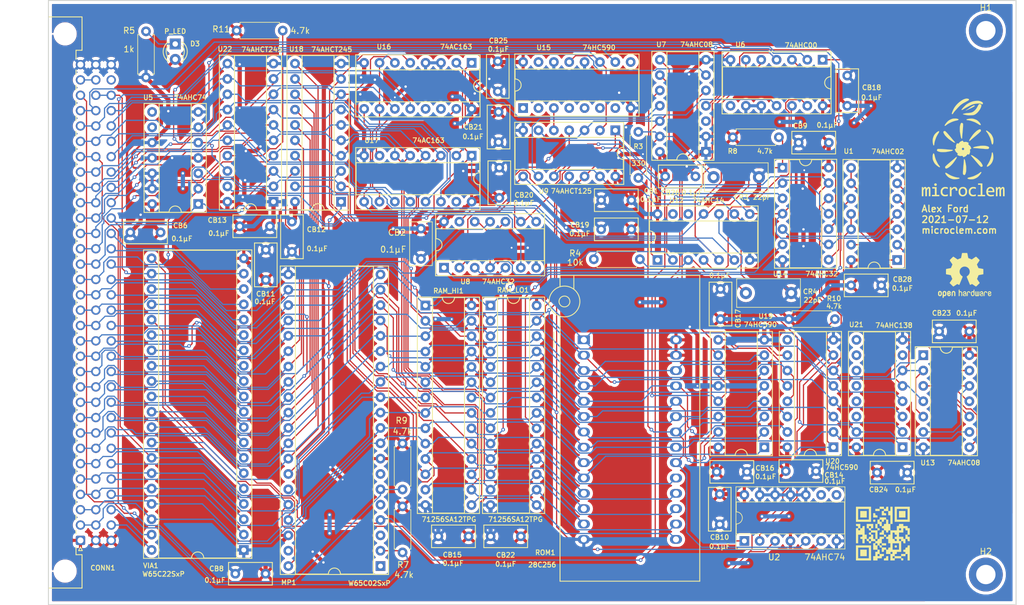
<source format=kicad_pcb>
(kicad_pcb (version 20171130) (host pcbnew "(5.1.7)-1")
  (layers (0 F.Cu mixed) (31 B.Cu mixed) (35 F.Paste user) (37 F.SilkS user) (38 B.Mask user) (39 F.Mask user) (44 Edge.Cuts user))
  (net 0 "")
  (net 1 +5V)
  (net 2 GND)
  (net 3 "Net-(MP1-Pad35)")
  (net 4 "Net-(MP1-Pad7)")
  (net 5 "Net-(MP1-Pad5)")
  (net 6 "Net-(MP1-Pad3)")
  (net 7 "Net-(MP1-Pad1)")
  (net 8 "Net-(U1-Pad4)")
  (net 9 /d0)
  (net 10 /d1)
  (net 11 /d2)
  (net 12 /d3)
  (net 13 /d4)
  (net 14 /d5)
  (net 15 /d6)
  (net 16 /d7)
  (net 17 /a11)
  (net 18 /a10)
  (net 19 /a9)
  (net 20 /a8)
  (net 21 /a7)
  (net 22 /a6)
  (net 23 /a5)
  (net 24 /a4)
  (net 25 /a3)
  (net 26 /a2)
  (net 27 /a1)
  (net 28 /a0)
  (net 29 /a13)
  (net 30 /a12)
  (net 31 ~MP_RST~)
  (net 32 ~RST~)
  (net 33 PHI_2)
  (net 34 R~W~)
  (net 35 CPY)
  (net 36 RDY)
  (net 37 MP_RST)
  (net 38 "Net-(U12-Pad4)")
  (net 39 /bd1)
  (net 40 /bd3)
  (net 41 /bd5)
  (net 42 /bd0)
  (net 43 /bd2)
  (net 44 /bd4)
  (net 45 /a14)
  (net 46 ~CPY~)
  (net 47 "Net-(U15-Pad6)")
  (net 48 "Net-(U15-Pad5)")
  (net 49 "Net-(U15-Pad4)")
  (net 50 "Net-(U15-Pad9)")
  (net 51 BUS_CLK)
  (net 52 "Net-(U19-Pad11)")
  (net 53 "Net-(U15-Pad7)")
  (net 54 CB2)
  (net 55 CB1)
  (net 56 /pb7)
  (net 57 /pb6)
  (net 58 /pb5)
  (net 59 /pb4)
  (net 60 /pb3)
  (net 61 /pb2)
  (net 62 /pb1)
  (net 63 /pb0)
  (net 64 /pa7)
  (net 65 /pa6)
  (net 66 /pa5)
  (net 67 /pa4)
  (net 68 /pa3)
  (net 69 /pa2)
  (net 70 /pa1)
  (net 71 /pa0)
  (net 72 CA2)
  (net 73 CA1)
  (net 74 "Net-(MP1-Pad39)")
  (net 75 ~IRQ~)
  (net 76 /dc0)
  (net 77 /dc1)
  (net 78 /dc2)
  (net 79 /dc3)
  (net 80 /dc4)
  (net 81 /dc5)
  (net 82 /dc6)
  (net 83 /dc7)
  (net 84 ~NMI~)
  (net 85 "Net-(D3-Pad1)")
  (net 86 ~S_BUS~)
  (net 87 ~BUS_ACTIVE~)
  (net 88 BUS_ACTIVE)
  (net 89 /3RD_16k)
  (net 90 /S_ROM)
  (net 91 /TOP_16k)
  (net 92 ~BUS_STATUS_R~)
  (net 93 ~BUS_STATUS_W~)
  (net 94 ~S_IO~)
  (net 95 ~S_RAM_LO~)
  (net 96 ~S_RAM_HI~)
  (net 97 ~R~W)
  (net 98 /c000-c1ff)
  (net 99 "Net-(CR3-Pad1)")
  (net 100 COUNT)
  (net 101 /0000-7fff)
  (net 102 "Net-(CR4-Pad1)")
  (net 103 /c000-c3ff)
  (net 104 "Net-(U14-Pad10)")
  (net 105 "Net-(U1-Pad13)")
  (net 106 "Net-(U1-Pad6)")
  (net 107 "Net-(U1-Pad1)")
  (net 108 "Net-(U16-Pad15)")
  (net 109 "Net-(U16-Pad14)")
  (net 110 "Net-(U16-Pad13)")
  (net 111 "Net-(U17-Pad15)")
  (net 112 "Net-(U19-Pad9)")
  (net 113 "Net-(U20-Pad9)")
  (net 114 "Net-(U21-Pad7)")
  (net 115 "Net-(U21-Pad14)")
  (net 116 "Net-(U21-Pad13)")
  (net 117 "Net-(U21-Pad12)")
  (net 118 "Net-(U21-Pad11)")
  (net 119 "Net-(U21-Pad10)")
  (net 120 "Net-(U21-Pad9)")
  (net 121 "Net-(R10-Pad2)")
  (net 122 "Net-(R11-Pad2)")
  (net 123 "Net-(U6-Pad11)")
  (net 124 "Net-(U5-Pad3)")
  (net 125 BCC)
  (net 126 "Net-(U8-Pad3)")
  (net 127 "Net-(U7-Pad3)")
  (net 128 BASE_CLK)
  (net 129 BOARD_CLK)
  (net 130 "Net-(U15-Pad3)")
  (net 131 "Net-(U15-Pad1)")
  (net 132 "Net-(U15-Pad2)")
  (net 133 "Net-(U15-Pad15)")
  (net 134 ~BOARD_CLK~)
  (net 135 "Net-(U6-Pad8)")
  (net 136 "Net-(U2-Pad9)")
  (net 137 "Net-(U2-Pad8)")
  (net 138 "Net-(U5-Pad9)")
  (net 139 "Net-(U5-Pad8)")
  (module MountingHole:MountingHole_3.2mm_M3_DIN965_Pad (layer F.Cu) (at 177.6 117.195)
    (fp_text reference H2 (at 0 -3.8) (layer F.SilkS))
    (fp_text value MountingHole)
    (pad 1 thru_hole circle (at 0 0) (size 5.6 5.6) (drill 3.2) (layers *.Cu *.Mask))
  )
  (module MountingHole:MountingHole_3.2mm_M3_DIN965_Pad (layer F.Cu) (at 177.6 27.195)
    (fp_text reference H1 (at 0 -3.8) (layer F.SilkS))
    (fp_text value MountingHole)
    (pad 1 thru_hole circle (at 0 0) (size 5.6 5.6) (drill 3.2) (layers *.Cu *.Mask))
  )
  (module graphics:microclem_logo_silk_screen (layer F.Cu) (at 173.85 46.695)
    (fp_text reference G*** hide)
    (fp_text value LOGO hide)
  )
  (module graphics:microclem_logo_mask_large (layer B.Cu) (at 173.35 46.695 180)
    (fp_text reference LOGO1 hide)
    (fp_text value Logo_Microclem hide)
  )
  (module Socket:DIP_Socket-28_W11.9_W12.7_W15.24_W17.78_W18.5_3M_228-1277-00-0602J (layer F.Cu) (at 111.125 78.359)
    (fp_text reference ROM1 (at -6.376 35.2) (layer F.SilkS) (effects (font (size 0.8 0.8))))
    (fp_text value 28C256 (at -6.884 37.232) (layer F.SilkS) (effects (font (size 0.8 0.8) (thickness 0.153))))
    (pad 1 thru_hole rect (at 0 0) (size 2 1.44) (drill 1) (layers *.Cu *.Mask) (net 45 /a14))
    (pad 28 thru_hole oval (at 15.24 0) (size 2 1.44) (drill 1) (layers *.Cu *.Mask) (net 1 +5V))
    (pad 2 thru_hole oval (at 0 2.54) (size 2 1.44) (drill 1) (layers *.Cu *.Mask) (net 30 /a12))
    (pad 27 thru_hole oval (at 15.24 2.54) (size 2 1.44) (drill 1) (layers *.Cu *.Mask) (net 1 +5V))
    (pad 3 thru_hole oval (at 0 5.08) (size 2 1.44) (drill 1) (layers *.Cu *.Mask) (net 21 /a7))
    (pad 26 thru_hole oval (at 15.24 5.08) (size 2 1.44) (drill 1) (layers *.Cu *.Mask) (net 29 /a13))
    (pad 4 thru_hole oval (at 0 7.62) (size 2 1.44) (drill 1) (layers *.Cu *.Mask) (net 22 /a6))
    (pad 25 thru_hole oval (at 15.24 7.62) (size 2 1.44) (drill 1) (layers *.Cu *.Mask) (net 20 /a8))
    (pad 5 thru_hole oval (at 0 10.16) (size 2 1.44) (drill 1) (layers *.Cu *.Mask) (net 23 /a5))
    (pad 24 thru_hole oval (at 15.24 10.16) (size 2 1.44) (drill 1) (layers *.Cu *.Mask) (net 19 /a9))
    (pad 6 thru_hole oval (at 0 12.7) (size 2 1.44) (drill 1) (layers *.Cu *.Mask) (net 24 /a4))
    (pad 23 thru_hole oval (at 15.24 12.7) (size 2 1.44) (drill 1) (layers *.Cu *.Mask) (net 17 /a11))
    (pad 7 thru_hole oval (at 0 15.24) (size 2 1.44) (drill 1) (layers *.Cu *.Mask) (net 25 /a3))
    (pad 22 thru_hole oval (at 15.24 15.24) (size 2 1.44) (drill 1) (layers *.Cu *.Mask) (net 46 ~CPY~))
    (pad 8 thru_hole oval (at 0 17.78) (size 2 1.44) (drill 1) (layers *.Cu *.Mask) (net 26 /a2))
    (pad 21 thru_hole oval (at 15.24 17.78) (size 2 1.44) (drill 1) (layers *.Cu *.Mask) (net 18 /a10))
    (pad 9 thru_hole oval (at 0 20.32) (size 2 1.44) (drill 1) (layers *.Cu *.Mask) (net 27 /a1))
    (pad 20 thru_hole oval (at 15.24 20.32) (size 2 1.44) (drill 1) (layers *.Cu *.Mask) (net 46 ~CPY~))
    (pad 10 thru_hole oval (at 0 22.86) (size 2 1.44) (drill 1) (layers *.Cu *.Mask) (net 28 /a0))
    (pad 19 thru_hole oval (at 15.24 22.86) (size 2 1.44) (drill 1) (layers *.Cu *.Mask) (net 16 /d7))
    (pad 11 thru_hole oval (at 0 25.4) (size 2 1.44) (drill 1) (layers *.Cu *.Mask) (net 9 /d0))
    (pad 18 thru_hole oval (at 15.24 25.4) (size 2 1.44) (drill 1) (layers *.Cu *.Mask) (net 15 /d6))
    (pad 12 thru_hole oval (at 0 27.94) (size 2 1.44) (drill 1) (layers *.Cu *.Mask) (net 10 /d1))
    (pad 17 thru_hole oval (at 15.24 27.94) (size 2 1.44) (drill 1) (layers *.Cu *.Mask) (net 14 /d5))
    (pad 13 thru_hole oval (at 0 30.48) (size 2 1.44) (drill 1) (layers *.Cu *.Mask) (net 11 /d2))
    (pad 16 thru_hole oval (at 15.24 30.48) (size 2 1.44) (drill 1) (layers *.Cu *.Mask) (net 13 /d4))
    (pad 14 thru_hole oval (at 0 33.02) (size 2 1.44) (drill 1) (layers *.Cu *.Mask) (net 2 GND))
    (pad 15 thru_hole oval (at 15.24 33.02) (size 2 1.44) (drill 1) (layers *.Cu *.Mask) (net 12 /d3))
  )
  (module Package_DIP:DIP-14_W7.62mm_Socket (layer F.Cu) (at 150.622 32.004 270)
    (fp_text reference U6 (at -2.519 13.615 180) (layer F.SilkS) (effects (font (size 0.8 0.8))))
    (fp_text value 74AHC00 (at -2.392 3.582) (layer F.SilkS) (effects (font (size 0.8 0.8))))
    (pad 14 thru_hole oval (at 7.62 0 270) (size 1.6 1.6) (drill 0.8) (layers *.Cu *.Mask) (net 1 +5V))
    (pad 7 thru_hole oval (at 0 15.24 270) (size 1.6 1.6) (drill 0.8) (layers *.Cu *.Mask) (net 2 GND))
    (pad 13 thru_hole oval (at 7.62 2.54 270) (size 1.6 1.6) (drill 0.8) (layers *.Cu *.Mask) (net 38 "Net-(U12-Pad4)"))
    (pad 6 thru_hole oval (at 0 12.7 270) (size 1.6 1.6) (drill 0.8) (layers *.Cu *.Mask) (net 37 MP_RST))
    (pad 12 thru_hole oval (at 7.62 5.08 270) (size 1.6 1.6) (drill 0.8) (layers *.Cu *.Mask) (net 134 ~BOARD_CLK~))
    (pad 5 thru_hole oval (at 0 10.16 270) (size 1.6 1.6) (drill 0.8) (layers *.Cu *.Mask) (net 46 ~CPY~))
    (pad 11 thru_hole oval (at 7.62 7.62 270) (size 1.6 1.6) (drill 0.8) (layers *.Cu *.Mask) (net 123 "Net-(U6-Pad11)"))
    (pad 4 thru_hole oval (at 0 7.62 270) (size 1.6 1.6) (drill 0.8) (layers *.Cu *.Mask) (net 32 ~RST~))
    (pad 10 thru_hole oval (at 7.62 10.16 270) (size 1.6 1.6) (drill 0.8) (layers *.Cu *.Mask) (net 2 GND))
    (pad 3 thru_hole oval (at 0 5.08 270) (size 1.6 1.6) (drill 0.8) (layers *.Cu *.Mask) (net 104 "Net-(U14-Pad10)"))
    (pad 9 thru_hole oval (at 7.62 12.7 270) (size 1.6 1.6) (drill 0.8) (layers *.Cu *.Mask) (net 2 GND))
    (pad 2 thru_hole oval (at 0 2.54 270) (size 1.6 1.6) (drill 0.8) (layers *.Cu *.Mask) (net 88 BUS_ACTIVE))
    (pad 8 thru_hole oval (at 7.62 15.24 270) (size 1.6 1.6) (drill 0.8) (layers *.Cu *.Mask) (net 135 "Net-(U6-Pad8)"))
    (pad 1 thru_hole rect (at 0 0 270) (size 1.6 1.6) (drill 0.8) (layers *.Cu *.Mask) (net 89 /3RD_16k))
  )
  (module Capacitor_THT:C_Rect_L7.0mm_W3.5mm_P5.00mm (layer F.Cu) (at 133.096 100.203)
    (fp_text reference CB16 (at 7.975 -0.614 180) (layer F.SilkS) (effects (font (size 0.8 0.8))))
    (fp_text value 0.1μF (at 8.102 0.783 180) (layer F.SilkS) (effects (font (size 0.8 0.8))))
    (pad 2 thru_hole circle (at 5 0) (size 1.6 1.6) (drill 0.8) (layers *.Cu *.Mask) (net 2 GND))
    (pad 1 thru_hole circle (at 0 0) (size 1.6 1.6) (drill 0.8) (layers *.Cu *.Mask) (net 1 +5V))
  )
  (module Capacitor_THT:C_Rect_L7.0mm_W3.5mm_P5.00mm (layer F.Cu) (at 154.686 39.624 90)
    (fp_text reference CB18 (at 3.0214 4.026) (layer F.SilkS) (effects (font (size 0.8 0.8))))
    (fp_text value 0.1μF (at 1.376 4.026) (layer F.SilkS) (effects (font (size 0.8 0.8))))
    (pad 2 thru_hole circle (at 5 0 90) (size 1.6 1.6) (drill 0.8) (layers *.Cu *.Mask) (net 2 GND))
    (pad 1 thru_hole circle (at 0 0 90) (size 1.6 1.6) (drill 0.8) (layers *.Cu *.Mask) (net 1 +5V))
  )
  (module Resistor_THT:R_Axial_DIN0207_L6.3mm_D2.5mm_P7.62mm_Horizontal (layer F.Cu) (at 120.142 43.942 270)
    (fp_text reference R3 (at 2.413 0 180) (layer F.SilkS) (effects (font (size 0.8 0.8))))
    (fp_text value 330 (at 5.207 -0.036 180) (layer F.SilkS) (effects (font (size 0.8 0.8))))
    (pad 2 thru_hole oval (at 7.62 0 270) (size 1.6 1.6) (drill 0.8) (layers *.Cu *.Mask) (net 129 BOARD_CLK))
    (pad 1 thru_hole circle (at 0 0 270) (size 1.6 1.6) (drill 0.8) (layers *.Cu *.Mask) (net 99 "Net-(CR3-Pad1)"))
  )
  (module Package_DIP:DIP-14_W7.62mm_Socket (layer F.Cu) (at 131.318 47.244 180)
    (fp_text reference U7 (at 7.392 17.759) (layer F.SilkS) (effects (font (size 0.8 0.8))))
    (fp_text value 74AHC08 (at 1.55 17.759) (layer F.SilkS) (effects (font (size 0.8 0.8))))
    (pad 14 thru_hole oval (at 7.62 0 180) (size 1.6 1.6) (drill 0.8) (layers *.Cu *.Mask) (net 1 +5V))
    (pad 7 thru_hole oval (at 0 15.24 180) (size 1.6 1.6) (drill 0.8) (layers *.Cu *.Mask) (net 2 GND))
    (pad 13 thru_hole oval (at 7.62 2.54 180) (size 1.6 1.6) (drill 0.8) (layers *.Cu *.Mask) (net 99 "Net-(CR3-Pad1)"))
    (pad 6 thru_hole oval (at 0 12.7 180) (size 1.6 1.6) (drill 0.8) (layers *.Cu *.Mask) (net 100 COUNT))
    (pad 12 thru_hole oval (at 7.62 5.08 180) (size 1.6 1.6) (drill 0.8) (layers *.Cu *.Mask) (net 129 BOARD_CLK))
    (pad 5 thru_hole oval (at 0 10.16 180) (size 1.6 1.6) (drill 0.8) (layers *.Cu *.Mask) (net 75 ~IRQ~))
    (pad 11 thru_hole oval (at 7.62 7.62 180) (size 1.6 1.6) (drill 0.8) (layers *.Cu *.Mask) (net 125 BCC))
    (pad 4 thru_hole oval (at 0 7.62 180) (size 1.6 1.6) (drill 0.8) (layers *.Cu *.Mask) (net 87 ~BUS_ACTIVE~))
    (pad 10 thru_hole oval (at 7.62 10.16 180) (size 1.6 1.6) (drill 0.8) (layers *.Cu *.Mask) (net 35 CPY))
    (pad 3 thru_hole oval (at 0 5.08 180) (size 1.6 1.6) (drill 0.8) (layers *.Cu *.Mask) (net 127 "Net-(U7-Pad3)"))
    (pad 9 thru_hole oval (at 7.62 12.7 180) (size 1.6 1.6) (drill 0.8) (layers *.Cu *.Mask) (net 129 BOARD_CLK))
    (pad 2 thru_hole oval (at 0 2.54 180) (size 1.6 1.6) (drill 0.8) (layers *.Cu *.Mask) (net 2 GND))
    (pad 8 thru_hole oval (at 7.62 15.24 180) (size 1.6 1.6) (drill 0.8) (layers *.Cu *.Mask) (net 52 "Net-(U19-Pad11)"))
    (pad 1 thru_hole rect (at 0 0 180) (size 1.6 1.6) (drill 0.8) (layers *.Cu *.Mask) (net 2 GND))
  )
  (module Package_DIP:DIP-16_W7.62mm_Socket (layer F.Cu) (at 101.092 40.005 90)
    (fp_text reference U15 (at 10.012 3.403 180) (layer F.SilkS) (effects (font (size 0.8 0.8))))
    (fp_text value 74HC590 (at 10.012 12.547 180) (layer F.SilkS) (effects (font (size 0.8 0.8))))
    (pad 1 thru_hole rect (at 0 0 90) (size 1.6 1.6) (drill 0.8) (layers *.Cu *.Mask) (net 131 "Net-(U15-Pad1)"))
    (pad 9 thru_hole oval (at 7.62 17.78 90) (size 1.6 1.6) (drill 0.8) (layers *.Cu *.Mask) (net 50 "Net-(U15-Pad9)"))
    (pad 2 thru_hole oval (at 0 2.54 90) (size 1.6 1.6) (drill 0.8) (layers *.Cu *.Mask) (net 132 "Net-(U15-Pad2)"))
    (pad 10 thru_hole oval (at 7.62 15.24 90) (size 1.6 1.6) (drill 0.8) (layers *.Cu *.Mask) (net 32 ~RST~))
    (pad 3 thru_hole oval (at 0 5.08 90) (size 1.6 1.6) (drill 0.8) (layers *.Cu *.Mask) (net 130 "Net-(U15-Pad3)"))
    (pad 11 thru_hole oval (at 7.62 12.7 90) (size 1.6 1.6) (drill 0.8) (layers *.Cu *.Mask) (net 33 PHI_2))
    (pad 4 thru_hole oval (at 0 7.62 90) (size 1.6 1.6) (drill 0.8) (layers *.Cu *.Mask) (net 49 "Net-(U15-Pad4)"))
    (pad 12 thru_hole oval (at 7.62 10.16 90) (size 1.6 1.6) (drill 0.8) (layers *.Cu *.Mask) (net 2 GND))
    (pad 5 thru_hole oval (at 0 10.16 90) (size 1.6 1.6) (drill 0.8) (layers *.Cu *.Mask) (net 48 "Net-(U15-Pad5)"))
    (pad 13 thru_hole oval (at 7.62 7.62 90) (size 1.6 1.6) (drill 0.8) (layers *.Cu *.Mask) (net 33 PHI_2))
    (pad 6 thru_hole oval (at 0 12.7 90) (size 1.6 1.6) (drill 0.8) (layers *.Cu *.Mask) (net 47 "Net-(U15-Pad6)"))
    (pad 14 thru_hole oval (at 7.62 5.08 90) (size 1.6 1.6) (drill 0.8) (layers *.Cu *.Mask) (net 2 GND))
    (pad 7 thru_hole oval (at 0 15.24 90) (size 1.6 1.6) (drill 0.8) (layers *.Cu *.Mask) (net 53 "Net-(U15-Pad7)"))
    (pad 15 thru_hole oval (at 7.62 2.54 90) (size 1.6 1.6) (drill 0.8) (layers *.Cu *.Mask) (net 133 "Net-(U15-Pad15)"))
    (pad 8 thru_hole oval (at 0 17.78 90) (size 1.6 1.6) (drill 0.8) (layers *.Cu *.Mask) (net 2 GND))
    (pad 16 thru_hole oval (at 7.62 0 90) (size 1.6 1.6) (drill 0.8) (layers *.Cu *.Mask) (net 1 +5V))
  )
  (module Package_DIP:DIP-14_W7.62mm_Socket (layer F.Cu) (at 143.9866 49.8683)
    (fp_text reference U14 (at -0.3756 17.5897) (layer F.SilkS) (effects (font (size 0.8 0.8))))
    (fp_text value 74AHC32 (at 6.4824 17.57) (layer F.SilkS) (effects (font (size 0.8 0.8))))
    (pad 14 thru_hole oval (at 7.62 0) (size 1.6 1.6) (drill 0.8) (layers *.Cu *.Mask) (net 1 +5V))
    (pad 7 thru_hole oval (at 0 15.24) (size 1.6 1.6) (drill 0.8) (layers *.Cu *.Mask) (net 2 GND))
    (pad 13 thru_hole oval (at 7.62 2.54) (size 1.6 1.6) (drill 0.8) (layers *.Cu *.Mask) (net 103 /c000-c3ff))
    (pad 6 thru_hole oval (at 0 12.7) (size 1.6 1.6) (drill 0.8) (layers *.Cu *.Mask) (net 96 ~S_RAM_HI~))
    (pad 12 thru_hole oval (at 7.62 5.08) (size 1.6 1.6) (drill 0.8) (layers *.Cu *.Mask) (net 19 /a9))
    (pad 5 thru_hole oval (at 0 10.16) (size 1.6 1.6) (drill 0.8) (layers *.Cu *.Mask) (net 8 "Net-(U1-Pad4)"))
    (pad 11 thru_hole oval (at 7.62 7.62) (size 1.6 1.6) (drill 0.8) (layers *.Cu *.Mask) (net 98 /c000-c1ff))
    (pad 4 thru_hole oval (at 0 7.62) (size 1.6 1.6) (drill 0.8) (layers *.Cu *.Mask) (net 134 ~BOARD_CLK~))
    (pad 10 thru_hole oval (at 7.62 10.16) (size 1.6 1.6) (drill 0.8) (layers *.Cu *.Mask) (net 104 "Net-(U14-Pad10)"))
    (pad 3 thru_hole oval (at 0 5.08) (size 1.6 1.6) (drill 0.8) (layers *.Cu *.Mask) (net 93 ~BUS_STATUS_W~))
    (pad 9 thru_hole oval (at 7.62 12.7) (size 1.6 1.6) (drill 0.8) (layers *.Cu *.Mask) (net 134 ~BOARD_CLK~))
    (pad 2 thru_hole oval (at 0 2.54) (size 1.6 1.6) (drill 0.8) (layers *.Cu *.Mask) (net 98 /c000-c1ff))
    (pad 8 thru_hole oval (at 7.62 15.24) (size 1.6 1.6) (drill 0.8) (layers *.Cu *.Mask) (net 86 ~S_BUS~))
    (pad 1 thru_hole rect (at 0 0) (size 1.6 1.6) (drill 0.8) (layers *.Cu *.Mask) (net 34 R~W~))
  )
  (module Package_DIP:DIP-14_W7.62mm_Socket (layer F.Cu) (at 116.332 43.688 270)
    (fp_text reference U9 (at 10.054 11.837 180) (layer F.SilkS) (effects (font (size 0.8 0.8))))
    (fp_text value 74AHCT125 (at 10.054 7.265) (layer F.SilkS) (effects (font (size 0.8 0.8))))
    (pad 14 thru_hole oval (at 7.62 0 270) (size 1.6 1.6) (drill 0.8) (layers *.Cu *.Mask) (net 1 +5V))
    (pad 7 thru_hole oval (at 0 15.24 270) (size 1.6 1.6) (drill 0.8) (layers *.Cu *.Mask) (net 2 GND))
    (pad 13 thru_hole oval (at 7.62 2.54 270) (size 1.6 1.6) (drill 0.8) (layers *.Cu *.Mask) (net 46 ~CPY~))
    (pad 6 thru_hole oval (at 0 12.7 270) (size 1.6 1.6) (drill 0.8) (layers *.Cu *.Mask) (net 129 BOARD_CLK))
    (pad 12 thru_hole oval (at 7.62 5.08 270) (size 1.6 1.6) (drill 0.8) (layers *.Cu *.Mask) (net 35 CPY))
    (pad 5 thru_hole oval (at 0 10.16 270) (size 1.6 1.6) (drill 0.8) (layers *.Cu *.Mask) (net 130 "Net-(U15-Pad3)"))
    (pad 11 thru_hole oval (at 7.62 7.62 270) (size 1.6 1.6) (drill 0.8) (layers *.Cu *.Mask) (net 101 /0000-7fff))
    (pad 4 thru_hole oval (at 0 7.62 270) (size 1.6 1.6) (drill 0.8) (layers *.Cu *.Mask) (net 46 ~CPY~))
    (pad 10 thru_hole oval (at 7.62 10.16 270) (size 1.6 1.6) (drill 0.8) (layers *.Cu *.Mask) (net 46 ~CPY~))
    (pad 3 thru_hole oval (at 0 5.08 270) (size 1.6 1.6) (drill 0.8) (layers *.Cu *.Mask) (net 129 BOARD_CLK))
    (pad 9 thru_hole oval (at 7.62 12.7 270) (size 1.6 1.6) (drill 0.8) (layers *.Cu *.Mask) (net 123 "Net-(U6-Pad11)"))
    (pad 2 thru_hole oval (at 0 2.54 270) (size 1.6 1.6) (drill 0.8) (layers *.Cu *.Mask) (net 33 PHI_2))
    (pad 8 thru_hole oval (at 7.62 15.24 270) (size 1.6 1.6) (drill 0.8) (layers *.Cu *.Mask) (net 34 R~W~))
    (pad 1 thru_hole rect (at 0 0 270) (size 1.6 1.6) (drill 0.8) (layers *.Cu *.Mask) (net 35 CPY))
  )
  (module Package_DIP:DIP-14_W7.62mm_Socket (layer F.Cu) (at 123.317 65.151 90)
    (fp_text reference U12 (at 9.885 3.149 180) (layer F.SilkS) (effects (font (size 0.8 0.8))))
    (fp_text value 74AHC14 (at 9.885 8.356 180) (layer F.SilkS) (effects (font (size 0.8 0.8))))
    (pad 1 thru_hole rect (at 0 0 90) (size 1.6 1.6) (drill 0.8) (layers *.Cu *.Mask) (net 99 "Net-(CR3-Pad1)"))
    (pad 8 thru_hole oval (at 7.62 15.24 90) (size 1.6 1.6) (drill 0.8) (layers *.Cu *.Mask) (net 134 ~BOARD_CLK~))
    (pad 2 thru_hole oval (at 0 2.54 90) (size 1.6 1.6) (drill 0.8) (layers *.Cu *.Mask) (net 134 ~BOARD_CLK~))
    (pad 9 thru_hole oval (at 7.62 12.7 90) (size 1.6 1.6) (drill 0.8) (layers *.Cu *.Mask) (net 129 BOARD_CLK))
    (pad 3 thru_hole oval (at 0 5.08 90) (size 1.6 1.6) (drill 0.8) (layers *.Cu *.Mask) (net 102 "Net-(CR4-Pad1)"))
    (pad 10 thru_hole oval (at 7.62 10.16 90) (size 1.6 1.6) (drill 0.8) (layers *.Cu *.Mask) (net 97 ~R~W))
    (pad 4 thru_hole oval (at 0 7.62 90) (size 1.6 1.6) (drill 0.8) (layers *.Cu *.Mask) (net 38 "Net-(U12-Pad4)"))
    (pad 11 thru_hole oval (at 7.62 7.62 90) (size 1.6 1.6) (drill 0.8) (layers *.Cu *.Mask) (net 34 R~W~))
    (pad 5 thru_hole oval (at 0 10.16 90) (size 1.6 1.6) (drill 0.8) (layers *.Cu *.Mask) (net 37 MP_RST))
    (pad 12 thru_hole oval (at 7.62 5.08 90) (size 1.6 1.6) (drill 0.8) (layers *.Cu *.Mask))
    (pad 6 thru_hole oval (at 0 12.7 90) (size 1.6 1.6) (drill 0.8) (layers *.Cu *.Mask) (net 31 ~MP_RST~))
    (pad 13 thru_hole oval (at 7.62 2.54 90) (size 1.6 1.6) (drill 0.8) (layers *.Cu *.Mask))
    (pad 7 thru_hole oval (at 0 15.24 90) (size 1.6 1.6) (drill 0.8) (layers *.Cu *.Mask) (net 2 GND))
    (pad 14 thru_hole oval (at 7.62 0 90) (size 1.6 1.6) (drill 0.8) (layers *.Cu *.Mask) (net 1 +5V))
  )
  (module Resistor_THT:R_Axial_DIN0207_L6.3mm_D2.5mm_P7.62mm_Horizontal (layer F.Cu) (at 53.721 27.178)
    (fp_text reference R11 (at -2.566 -0.233) (layer F.SilkS))
    (fp_text value 4.7k (at 10.515 0.021) (layer F.SilkS))
    (pad 2 thru_hole oval (at 7.62 0) (size 1.6 1.6) (drill 0.8) (layers *.Cu *.Mask) (net 122 "Net-(R11-Pad2)"))
    (pad 1 thru_hole circle (at 0 0) (size 1.6 1.6) (drill 0.8) (layers *.Cu *.Mask) (net 1 +5V))
  )
  (module Resistor_THT:R_Axial_DIN0207_L6.3mm_D2.5mm_P7.62mm_Horizontal (layer F.Cu) (at 145.034 74.93)
    (fp_text reference R10 (at 7.467 -3.408) (layer F.SilkS) (effects (font (size 0.8 0.8))))
    (fp_text value 4.7k (at 7.467 -2.138) (layer F.SilkS) (effects (font (size 0.8 0.8))))
    (pad 2 thru_hole oval (at 7.62 0) (size 1.6 1.6) (drill 0.8) (layers *.Cu *.Mask) (net 121 "Net-(R10-Pad2)"))
    (pad 1 thru_hole circle (at 0 0) (size 1.6 1.6) (drill 0.8) (layers *.Cu *.Mask) (net 1 +5V))
  )
  (module Resistor_THT:R_Axial_DIN0207_L6.3mm_D2.5mm_P7.62mm_Horizontal (layer F.Cu) (at 81.153 95.504 270)
    (fp_text reference R9 (at -3.789 0.153 180) (layer F.SilkS))
    (fp_text value 4.7k (at -2.011 0.026 180) (layer F.SilkS))
    (pad 2 thru_hole oval (at 7.62 0 270) (size 1.6 1.6) (drill 0.8) (layers *.Cu *.Mask) (net 84 ~NMI~))
    (pad 1 thru_hole circle (at 0 0 270) (size 1.6 1.6) (drill 0.8) (layers *.Cu *.Mask) (net 1 +5V))
  )
  (module Resistor_THT:R_Axial_DIN0207_L6.3mm_D2.5mm_P7.62mm_Horizontal (layer F.Cu) (at 135.763 44.831)
    (fp_text reference R8 (at -0.026 2.307) (layer F.SilkS) (effects (font (size 0.8 0.8))))
    (fp_text value 4.7k (at 5.308 2.307) (layer F.SilkS) (effects (font (size 0.8 0.8))))
    (pad 2 thru_hole oval (at 7.62 0) (size 1.6 1.6) (drill 0.8) (layers *.Cu *.Mask) (net 34 R~W~))
    (pad 1 thru_hole circle (at 0 0) (size 1.6 1.6) (drill 0.8) (layers *.Cu *.Mask) (net 1 +5V))
  )
  (module Resistor_THT:R_Axial_DIN0207_L6.3mm_D2.5mm_P7.62mm_Horizontal (layer F.Cu) (at 81.153 105.918 270)
    (fp_text reference R7 (at 9.673 -0.101 180) (layer F.SilkS))
    (fp_text value 4.7k (at 11.324 -0.228 180) (layer F.SilkS))
    (pad 2 thru_hole oval (at 7.62 0 270) (size 1.6 1.6) (drill 0.8) (layers *.Cu *.Mask) (net 36 RDY))
    (pad 1 thru_hole circle (at 0 0 270) (size 1.6 1.6) (drill 0.8) (layers *.Cu *.Mask) (net 1 +5V))
  )
  (module Resistor_THT:R_Axial_DIN0207_L6.3mm_D2.5mm_P7.62mm_Horizontal (layer F.Cu) (at 38.735 27.305 270)
    (fp_text reference R5 (at -0.127 2.794 180) (layer F.SilkS))
    (fp_text value 1k (at 2.942 2.82 180) (layer F.SilkS))
    (pad 1 thru_hole circle (at 0 0 270) (size 1.6 1.6) (drill 0.8) (layers *.Cu *.Mask) (net 85 "Net-(D3-Pad1)"))
    (pad 2 thru_hole oval (at 7.62 0 270) (size 1.6 1.6) (drill 0.8) (layers *.Cu *.Mask) (net 2 GND))
  )
  (module Resistor_THT:R_Axial_DIN0207_L6.3mm_D2.5mm_P7.62mm_Horizontal (layer F.Cu) (at 120.396 65.024 180)
    (fp_text reference R4 (at 10.694 0.995) (layer F.SilkS))
    (fp_text value 10k (at 10.694 -0.529) (layer F.SilkS))
    (pad 2 thru_hole oval (at 7.62 0 180) (size 1.6 1.6) (drill 0.8) (layers *.Cu *.Mask) (net 134 ~BOARD_CLK~))
    (pad 1 thru_hole circle (at 0 0 180) (size 1.6 1.6) (drill 0.8) (layers *.Cu *.Mask) (net 102 "Net-(CR4-Pad1)"))
  )
  (module Capacitor_THT:C_Rect_L10.3mm_W4.5mm_P7.50mm_MKS4 (layer F.Cu) (at 137.922 70.612)
    (fp_text reference CR4 (at 10.642 -0.233) (layer F.SilkS) (effects (font (size 0.8 0.8))))
    (fp_text value 22pF (at 11.023 1.164) (layer F.SilkS) (effects (font (size 0.8 0.8))))
    (pad 2 thru_hole circle (at 7.5 0) (size 2 2) (drill 1) (layers *.Cu *.Mask) (net 2 GND))
    (pad 1 thru_hole circle (at 0 0) (size 2 2) (drill 1) (layers *.Cu *.Mask) (net 102 "Net-(CR4-Pad1)"))
  )
  (module Capacitor_THT:C_Rect_L10.3mm_W4.5mm_P7.50mm_MKS4 (layer F.Cu) (at 132.588 51.435)
    (fp_text reference CR3 (at 4.546 3.323) (layer F.SilkS) (effects (font (size 0.8 0.8))))
    (fp_text value 22pF (at 7.975 3.323) (layer F.SilkS) (effects (font (size 0.8 0.8))))
    (pad 2 thru_hole circle (at 7.5 0) (size 2 2) (drill 1) (layers *.Cu *.Mask) (net 2 GND))
    (pad 1 thru_hole circle (at 0 0) (size 2 2) (drill 1) (layers *.Cu *.Mask) (net 99 "Net-(CR3-Pad1)"))
  )
  (module Package_DIP:DIP-28_W7.62mm_Socket (layer F.Cu) (at 84.9309 72.674)
    (fp_text reference RAM_HI1 (at 3.8161 -2.422 180) (layer F.SilkS) (effects (font (size 0.8 0.8))))
    (fp_text value 71256SA12TPG (at 3.8926 35.391) (layer F.SilkS) (effects (font (size 0.8 0.8))))
    (pad 28 thru_hole oval (at 7.62 0) (size 1.6 1.6) (drill 0.8) (layers *.Cu *.Mask) (net 1 +5V))
    (pad 14 thru_hole oval (at 0 33.02) (size 1.6 1.6) (drill 0.8) (layers *.Cu *.Mask) (net 2 GND))
    (pad 27 thru_hole oval (at 7.62 2.54) (size 1.6 1.6) (drill 0.8) (layers *.Cu *.Mask) (net 34 R~W~))
    (pad 13 thru_hole oval (at 0 30.48) (size 1.6 1.6) (drill 0.8) (layers *.Cu *.Mask) (net 11 /d2))
    (pad 26 thru_hole oval (at 7.62 5.08) (size 1.6 1.6) (drill 0.8) (layers *.Cu *.Mask) (net 29 /a13))
    (pad 12 thru_hole oval (at 0 27.94) (size 1.6 1.6) (drill 0.8) (layers *.Cu *.Mask) (net 10 /d1))
    (pad 25 thru_hole oval (at 7.62 7.62) (size 1.6 1.6) (drill 0.8) (layers *.Cu *.Mask) (net 20 /a8))
    (pad 11 thru_hole oval (at 0 25.4) (size 1.6 1.6) (drill 0.8) (layers *.Cu *.Mask) (net 9 /d0))
    (pad 24 thru_hole oval (at 7.62 10.16) (size 1.6 1.6) (drill 0.8) (layers *.Cu *.Mask) (net 19 /a9))
    (pad 10 thru_hole oval (at 0 22.86) (size 1.6 1.6) (drill 0.8) (layers *.Cu *.Mask) (net 28 /a0))
    (pad 23 thru_hole oval (at 7.62 12.7) (size 1.6 1.6) (drill 0.8) (layers *.Cu *.Mask) (net 17 /a11))
    (pad 9 thru_hole oval (at 0 20.32) (size 1.6 1.6) (drill 0.8) (layers *.Cu *.Mask) (net 27 /a1))
    (pad 22 thru_hole oval (at 7.62 15.24) (size 1.6 1.6) (drill 0.8) (layers *.Cu *.Mask) (net 35 CPY))
    (pad 8 thru_hole oval (at 0 17.78) (size 1.6 1.6) (drill 0.8) (layers *.Cu *.Mask) (net 26 /a2))
    (pad 21 thru_hole oval (at 7.62 17.78) (size 1.6 1.6) (drill 0.8) (layers *.Cu *.Mask) (net 18 /a10))
    (pad 7 thru_hole oval (at 0 15.24) (size 1.6 1.6) (drill 0.8) (layers *.Cu *.Mask) (net 25 /a3))
    (pad 20 thru_hole oval (at 7.62 20.32) (size 1.6 1.6) (drill 0.8) (layers *.Cu *.Mask) (net 96 ~S_RAM_HI~))
    (pad 6 thru_hole oval (at 0 12.7) (size 1.6 1.6) (drill 0.8) (layers *.Cu *.Mask) (net 24 /a4))
    (pad 19 thru_hole oval (at 7.62 22.86) (size 1.6 1.6) (drill 0.8) (layers *.Cu *.Mask) (net 16 /d7))
    (pad 5 thru_hole oval (at 0 10.16) (size 1.6 1.6) (drill 0.8) (layers *.Cu *.Mask) (net 23 /a5))
    (pad 18 thru_hole oval (at 7.62 25.4) (size 1.6 1.6) (drill 0.8) (layers *.Cu *.Mask) (net 15 /d6))
    (pad 4 thru_hole oval (at 0 7.62) (size 1.6 1.6) (drill 0.8) (layers *.Cu *.Mask) (net 22 /a6))
    (pad 17 thru_hole oval (at 7.62 27.94) (size 1.6 1.6) (drill 0.8) (layers *.Cu *.Mask) (net 14 /d5))
    (pad 3 thru_hole oval (at 0 5.08) (size 1.6 1.6) (drill 0.8) (layers *.Cu *.Mask) (net 21 /a7))
    (pad 16 thru_hole oval (at 7.62 30.48) (size 1.6 1.6) (drill 0.8) (layers *.Cu *.Mask) (net 13 /d4))
    (pad 2 thru_hole oval (at 0 2.54) (size 1.6 1.6) (drill 0.8) (layers *.Cu *.Mask) (net 30 /a12))
    (pad 15 thru_hole oval (at 7.62 33.02) (size 1.6 1.6) (drill 0.8) (layers *.Cu *.Mask) (net 12 /d3))
    (pad 1 thru_hole rect (at 0 0) (size 1.6 1.6) (drill 0.8) (layers *.Cu *.Mask) (net 45 /a14))
  )
  (module Capacitor_THT:C_Rect_L7.0mm_W3.5mm_P5.00mm (layer F.Cu) (at 133.604 103.886 270)
    (fp_text reference CB10 (at 7.133 0.026 180) (layer F.SilkS) (effects (font (size 0.8 0.8))))
    (fp_text value 0.1μF (at 8.657 0.026 180) (layer F.SilkS) (effects (font (size 0.8 0.8))))
    (pad 2 thru_hole circle (at 5 0 270) (size 1.6 1.6) (drill 0.8) (layers *.Cu *.Mask) (net 2 GND))
    (pad 1 thru_hole circle (at 0 0 270) (size 1.6 1.6) (drill 0.8) (layers *.Cu *.Mask) (net 1 +5V))
  )
  (module Package_DIP:DIP-14_W7.62mm_Socket (layer F.Cu) (at 137.668 111.633 90)
    (fp_text reference U2 (at -2.688 4.927 180) (layer F.SilkS))
    (fp_text value 74AHC74 (at -2.688 13.309 180) (layer F.SilkS))
    (pad 14 thru_hole oval (at 7.62 0 90) (size 1.6 1.6) (drill 0.8) (layers *.Cu *.Mask) (net 1 +5V))
    (pad 7 thru_hole oval (at 0 15.24 90) (size 1.6 1.6) (drill 0.8) (layers *.Cu *.Mask) (net 2 GND))
    (pad 13 thru_hole oval (at 7.62 2.54 90) (size 1.6 1.6) (drill 0.8) (layers *.Cu *.Mask) (net 2 GND))
    (pad 6 thru_hole oval (at 0 12.7 90) (size 1.6 1.6) (drill 0.8) (layers *.Cu *.Mask) (net 35 CPY))
    (pad 12 thru_hole oval (at 7.62 5.08 90) (size 1.6 1.6) (drill 0.8) (layers *.Cu *.Mask) (net 2 GND))
    (pad 5 thru_hole oval (at 0 10.16 90) (size 1.6 1.6) (drill 0.8) (layers *.Cu *.Mask) (net 46 ~CPY~))
    (pad 11 thru_hole oval (at 7.62 7.62 90) (size 1.6 1.6) (drill 0.8) (layers *.Cu *.Mask) (net 2 GND))
    (pad 4 thru_hole oval (at 0 7.62 90) (size 1.6 1.6) (drill 0.8) (layers *.Cu *.Mask) (net 1 +5V))
    (pad 10 thru_hole oval (at 7.62 10.16 90) (size 1.6 1.6) (drill 0.8) (layers *.Cu *.Mask) (net 2 GND))
    (pad 3 thru_hole oval (at 0 5.08 90) (size 1.6 1.6) (drill 0.8) (layers *.Cu *.Mask) (net 129 BOARD_CLK))
    (pad 9 thru_hole oval (at 7.62 12.7 90) (size 1.6 1.6) (drill 0.8) (layers *.Cu *.Mask) (net 136 "Net-(U2-Pad9)"))
    (pad 2 thru_hole oval (at 0 2.54 90) (size 1.6 1.6) (drill 0.8) (layers *.Cu *.Mask) (net 121 "Net-(R10-Pad2)"))
    (pad 8 thru_hole oval (at 7.62 15.24 90) (size 1.6 1.6) (drill 0.8) (layers *.Cu *.Mask) (net 137 "Net-(U2-Pad8)"))
    (pad 1 thru_hole rect (at 0 0 90) (size 1.6 1.6) (drill 0.8) (layers *.Cu *.Mask) (net 32 ~RST~))
  )
  (module Capacitor_THT:C_Rect_L7.0mm_W3.5mm_P5.00mm (layer F.Cu) (at 84.201 59.944 270)
    (fp_text reference CB2 (at 0.656 3.963 180) (layer F.SilkS))
    (fp_text value 0.1μF (at 3.45 4.598 180) (layer F.SilkS))
    (pad 2 thru_hole circle (at 5 0 270) (size 1.6 1.6) (drill 0.8) (layers *.Cu *.Mask) (net 2 GND))
    (pad 1 thru_hole circle (at 0 0 270) (size 1.6 1.6) (drill 0.8) (layers *.Cu *.Mask) (net 1 +5V))
  )
  (module din61412:DIN41612_C_3x32_Male_Horizontal_THT_CAPS (layer F.Cu) (at 27.9 111.545 90)
    (fp_text reference CONN1 (at -4.554 3.697 180) (layer F.SilkS) (effects (font (size 0.8 0.8))))
    (fp_text value C96ABC)
    (pad "" np_thru_hole circle (at -5.08 -2.54 90) (size 2.85 2.85) (drill 2.85) (layers *.Cu *.Mask))
    (pad "" np_thru_hole circle (at 83.82 -2.54 90) (size 2.85 2.85) (drill 2.85) (layers *.Cu *.Mask))
    (pad A1 thru_hole roundrect (at 0 0 180) (size 1.55 1.55) (drill 1) (layers *.Cu *.Mask) (roundrect_rratio 0.161) (net 1 +5V))
    (pad A2 thru_hole circle (at 2.54 0 90) (size 1.55 1.55) (drill 1) (layers *.Cu *.Mask) (net 28 /a0))
    (pad A3 thru_hole circle (at 5.08 0 90) (size 1.55 1.55) (drill 1) (layers *.Cu *.Mask) (net 27 /a1))
    (pad A4 thru_hole circle (at 7.62 0 90) (size 1.55 1.55) (drill 1) (layers *.Cu *.Mask) (net 26 /a2))
    (pad A5 thru_hole circle (at 10.16 0 90) (size 1.55 1.55) (drill 1) (layers *.Cu *.Mask) (net 25 /a3))
    (pad A6 thru_hole circle (at 12.7 0 90) (size 1.55 1.55) (drill 1) (layers *.Cu *.Mask) (net 24 /a4))
    (pad A7 thru_hole circle (at 15.24 0 90) (size 1.55 1.55) (drill 1) (layers *.Cu *.Mask) (net 23 /a5))
    (pad A8 thru_hole circle (at 17.78 0 90) (size 1.55 1.55) (drill 1) (layers *.Cu *.Mask) (net 22 /a6))
    (pad A9 thru_hole circle (at 20.32 0 90) (size 1.55 1.55) (drill 1) (layers *.Cu *.Mask) (net 21 /a7))
    (pad A10 thru_hole circle (at 22.86 0 90) (size 1.55 1.55) (drill 1) (layers *.Cu *.Mask) (net 20 /a8))
    (pad A11 thru_hole circle (at 25.4 0 90) (size 1.55 1.55) (drill 1) (layers *.Cu *.Mask) (net 19 /a9))
    (pad A12 thru_hole circle (at 27.94 0 90) (size 1.55 1.55) (drill 1) (layers *.Cu *.Mask) (net 18 /a10))
    (pad A13 thru_hole circle (at 30.48 0 90) (size 1.55 1.55) (drill 1) (layers *.Cu *.Mask) (net 17 /a11))
    (pad A14 thru_hole circle (at 33.02 0 90) (size 1.55 1.55) (drill 1) (layers *.Cu *.Mask) (net 101 /0000-7fff))
    (pad A15 thru_hole circle (at 35.56 0 90) (size 1.55 1.55) (drill 1) (layers *.Cu *.Mask) (net 45 /a14))
    (pad A16 thru_hole circle (at 38.1 0 90) (size 1.55 1.55) (drill 1) (layers *.Cu *.Mask) (net 29 /a13))
    (pad A17 thru_hole circle (at 40.64 0 90) (size 1.55 1.55) (drill 1) (layers *.Cu *.Mask) (net 30 /a12))
    (pad A18 thru_hole circle (at 43.18 0 90) (size 1.55 1.55) (drill 1) (layers *.Cu *.Mask) (net 16 /d7))
    (pad A19 thru_hole circle (at 45.72 0 90) (size 1.55 1.55) (drill 1) (layers *.Cu *.Mask) (net 15 /d6))
    (pad A20 thru_hole circle (at 48.26 0 90) (size 1.55 1.55) (drill 1) (layers *.Cu *.Mask) (net 14 /d5))
    (pad A21 thru_hole circle (at 50.8 0 90) (size 1.55 1.55) (drill 1) (layers *.Cu *.Mask) (net 13 /d4))
    (pad A22 thru_hole circle (at 53.34 0 90) (size 1.55 1.55) (drill 1) (layers *.Cu *.Mask) (net 12 /d3))
    (pad A23 thru_hole circle (at 55.88 0 90) (size 1.55 1.55) (drill 1) (layers *.Cu *.Mask) (net 11 /d2))
    (pad A24 thru_hole circle (at 58.42 0 90) (size 1.55 1.55) (drill 1) (layers *.Cu *.Mask) (net 10 /d1))
    (pad A25 thru_hole circle (at 60.96 0 90) (size 1.55 1.55) (drill 1) (layers *.Cu *.Mask) (net 9 /d0))
    (pad A26 thru_hole circle (at 63.5 0 90) (size 1.55 1.55) (drill 1) (layers *.Cu *.Mask) (net 36 RDY))
    (pad A27 thru_hole circle (at 66.04 0 90) (size 1.55 1.55) (drill 1) (layers *.Cu *.Mask) (net 87 ~BUS_ACTIVE~))
    (pad A28 thru_hole circle (at 68.58 0 90) (size 1.55 1.55) (drill 1) (layers *.Cu *.Mask) (net 33 PHI_2))
    (pad A29 thru_hole circle (at 71.12 0 90) (size 1.55 1.55) (drill 1) (layers *.Cu *.Mask) (net 86 ~S_BUS~))
    (pad A30 thru_hole circle (at 73.66 0 90) (size 1.55 1.55) (drill 1) (layers *.Cu *.Mask) (net 84 ~NMI~))
    (pad A31 thru_hole circle (at 76.2 0 90) (size 1.55 1.55) (drill 1) (layers *.Cu *.Mask) (net 51 BUS_CLK))
    (pad A32 thru_hole circle (at 78.74 0 90) (size 1.55 1.55) (drill 1) (layers *.Cu *.Mask) (net 2 GND))
    (pad B1 thru_hole circle (at 0 2.54 90) (size 1.55 1.55) (drill 1) (layers *.Cu *.Mask) (net 1 +5V))
    (pad B2 thru_hole circle (at 2.54 2.54 90) (size 1.55 1.55) (drill 1) (layers *.Cu *.Mask) (net 28 /a0))
    (pad B3 thru_hole circle (at 5.08 2.54 90) (size 1.55 1.55) (drill 1) (layers *.Cu *.Mask) (net 27 /a1))
    (pad B4 thru_hole circle (at 7.62 2.54 90) (size 1.55 1.55) (drill 1) (layers *.Cu *.Mask) (net 26 /a2))
    (pad B5 thru_hole circle (at 10.16 2.54 90) (size 1.55 1.55) (drill 1) (layers *.Cu *.Mask) (net 25 /a3))
    (pad B6 thru_hole circle (at 12.7 2.54 90) (size 1.55 1.55) (drill 1) (layers *.Cu *.Mask) (net 24 /a4))
    (pad B7 thru_hole circle (at 15.24 2.54 90) (size 1.55 1.55) (drill 1) (layers *.Cu *.Mask) (net 23 /a5))
    (pad B8 thru_hole circle (at 17.78 2.54 90) (size 1.55 1.55) (drill 1) (layers *.Cu *.Mask) (net 22 /a6))
    (pad B9 thru_hole circle (at 20.32 2.54 90) (size 1.55 1.55) (drill 1) (layers *.Cu *.Mask) (net 21 /a7))
    (pad B10 thru_hole circle (at 22.86 2.54 90) (size 1.55 1.55) (drill 1) (layers *.Cu *.Mask) (net 20 /a8))
    (pad B11 thru_hole circle (at 25.4 2.54 90) (size 1.55 1.55) (drill 1) (layers *.Cu *.Mask) (net 19 /a9))
    (pad B12 thru_hole circle (at 27.94 2.54 90) (size 1.55 1.55) (drill 1) (layers *.Cu *.Mask) (net 18 /a10))
    (pad B13 thru_hole circle (at 30.48 2.54 90) (size 1.55 1.55) (drill 1) (layers *.Cu *.Mask) (net 17 /a11))
    (pad B14 thru_hole circle (at 33.02 2.54 90) (size 1.55 1.55) (drill 1) (layers *.Cu *.Mask) (net 101 /0000-7fff))
    (pad B15 thru_hole circle (at 35.56 2.54 90) (size 1.55 1.55) (drill 1) (layers *.Cu *.Mask) (net 45 /a14))
    (pad B16 thru_hole circle (at 38.1 2.54 90) (size 1.55 1.55) (drill 1) (layers *.Cu *.Mask) (net 29 /a13))
    (pad B17 thru_hole circle (at 40.64 2.54 90) (size 1.55 1.55) (drill 1) (layers *.Cu *.Mask) (net 30 /a12))
    (pad B18 thru_hole circle (at 43.18 2.54 90) (size 1.55 1.55) (drill 1) (layers *.Cu *.Mask) (net 16 /d7))
    (pad B19 thru_hole circle (at 45.72 2.54 90) (size 1.55 1.55) (drill 1) (layers *.Cu *.Mask) (net 15 /d6))
    (pad B20 thru_hole circle (at 48.26 2.54 90) (size 1.55 1.55) (drill 1) (layers *.Cu *.Mask) (net 14 /d5))
    (pad B21 thru_hole circle (at 50.8 2.54 90) (size 1.55 1.55) (drill 1) (layers *.Cu *.Mask) (net 13 /d4))
    (pad B22 thru_hole circle (at 53.34 2.54 90) (size 1.55 1.55) (drill 1) (layers *.Cu *.Mask) (net 12 /d3))
    (pad B23 thru_hole circle (at 55.88 2.54 90) (size 1.55 1.55) (drill 1) (layers *.Cu *.Mask) (net 11 /d2))
    (pad B24 thru_hole circle (at 58.42 2.54 90) (size 1.55 1.55) (drill 1) (layers *.Cu *.Mask) (net 10 /d1))
    (pad B25 thru_hole circle (at 60.96 2.54 90) (size 1.55 1.55) (drill 1) (layers *.Cu *.Mask) (net 9 /d0))
    (pad B26 thru_hole circle (at 63.5 2.54 90) (size 1.55 1.55) (drill 1) (layers *.Cu *.Mask) (net 36 RDY))
    (pad B27 thru_hole circle (at 66.04 2.54 90) (size 1.55 1.55) (drill 1) (layers *.Cu *.Mask) (net 87 ~BUS_ACTIVE~))
    (pad B28 thru_hole circle (at 68.58 2.54 90) (size 1.55 1.55) (drill 1) (layers *.Cu *.Mask) (net 33 PHI_2))
    (pad B29 thru_hole circle (at 71.12 2.54 90) (size 1.55 1.55) (drill 1) (layers *.Cu *.Mask) (net 86 ~S_BUS~))
    (pad B30 thru_hole circle (at 73.66 2.54 90) (size 1.55 1.55) (drill 1) (layers *.Cu *.Mask) (net 34 R~W~))
    (pad B31 thru_hole circle (at 76.2 2.54 90) (size 1.55 1.55) (drill 1) (layers *.Cu *.Mask) (net 51 BUS_CLK))
    (pad B32 thru_hole circle (at 78.74 2.54 90) (size 1.55 1.55) (drill 1) (layers *.Cu *.Mask) (net 2 GND))
    (pad C1 thru_hole circle (at 0 5.08 90) (size 1.55 1.55) (drill 1) (layers *.Cu *.Mask) (net 1 +5V))
    (pad C2 thru_hole circle (at 2.54 5.08 90) (size 1.55 1.55) (drill 1) (layers *.Cu *.Mask) (net 73 CA1))
    (pad C3 thru_hole circle (at 5.08 5.08 90) (size 1.55 1.55) (drill 1) (layers *.Cu *.Mask) (net 72 CA2))
    (pad C4 thru_hole circle (at 7.62 5.08 90) (size 1.55 1.55) (drill 1) (layers *.Cu *.Mask) (net 71 /pa0))
    (pad C5 thru_hole circle (at 10.16 5.08 90) (size 1.55 1.55) (drill 1) (layers *.Cu *.Mask) (net 70 /pa1))
    (pad C6 thru_hole circle (at 12.7 5.08 90) (size 1.55 1.55) (drill 1) (layers *.Cu *.Mask) (net 69 /pa2))
    (pad C7 thru_hole circle (at 15.24 5.08 90) (size 1.55 1.55) (drill 1) (layers *.Cu *.Mask) (net 68 /pa3))
    (pad C8 thru_hole circle (at 17.78 5.08 90) (size 1.55 1.55) (drill 1) (layers *.Cu *.Mask) (net 67 /pa4))
    (pad C9 thru_hole circle (at 20.32 5.08 90) (size 1.55 1.55) (drill 1) (layers *.Cu *.Mask) (net 66 /pa5))
    (pad C10 thru_hole circle (at 22.86 5.08 90) (size 1.55 1.55) (drill 1) (layers *.Cu *.Mask) (net 65 /pa6))
    (pad C11 thru_hole circle (at 25.4 5.08 90) (size 1.55 1.55) (drill 1) (layers *.Cu *.Mask) (net 64 /pa7))
    (pad C12 thru_hole circle (at 27.94 5.08 90) (size 1.55 1.55) (drill 1) (layers *.Cu *.Mask) (net 63 /pb0))
    (pad C13 thru_hole circle (at 30.48 5.08 90) (size 1.55 1.55) (drill 1) (layers *.Cu *.Mask) (net 62 /pb1))
    (pad C14 thru_hole circle (at 33.02 5.08 90) (size 1.55 1.55) (drill 1) (layers *.Cu *.Mask) (net 61 /pb2))
    (pad C15 thru_hole circle (at 35.56 5.08 90) (size 1.55 1.55) (drill 1) (layers *.Cu *.Mask) (net 60 /pb3))
    (pad C16 thru_hole circle (at 38.1 5.08 90) (size 1.55 1.55) (drill 1) (layers *.Cu *.Mask) (net 59 /pb4))
    (pad C17 thru_hole circle (at 40.64 5.08 90) (size 1.55 1.55) (drill 1) (layers *.Cu *.Mask) (net 58 /pb5))
    (pad C18 thru_hole circle (at 43.18 5.08 90) (size 1.55 1.55) (drill 1) (layers *.Cu *.Mask) (net 57 /pb6))
    (pad C19 thru_hole circle (at 45.72 5.08 90) (size 1.55 1.55) (drill 1) (layers *.Cu *.Mask) (net 56 /pb7))
    (pad C20 thru_hole circle (at 48.26 5.08 90) (size 1.55 1.55) (drill 1) (layers *.Cu *.Mask) (net 55 CB1))
    (pad C21 thru_hole circle (at 50.8 5.08 90) (size 1.55 1.55) (drill 1) (layers *.Cu *.Mask) (net 54 CB2))
    (pad C22 thru_hole circle (at 53.34 5.08 90) (size 1.55 1.55) (drill 1) (layers *.Cu *.Mask) (net 31 ~MP_RST~))
    (pad C23 thru_hole circle (at 55.88 5.08 90) (size 1.55 1.55) (drill 1) (layers *.Cu *.Mask) (net 32 ~RST~))
    (pad C24 thru_hole circle (at 58.42 5.08 90) (size 1.55 1.55) (drill 1) (layers *.Cu *.Mask) (net 41 /bd5))
    (pad C25 thru_hole circle (at 60.96 5.08 90) (size 1.55 1.55) (drill 1) (layers *.Cu *.Mask) (net 44 /bd4))
    (pad C26 thru_hole circle (at 63.5 5.08 90) (size 1.55 1.55) (drill 1) (layers *.Cu *.Mask) (net 40 /bd3))
    (pad C27 thru_hole circle (at 66.04 5.08 90) (size 1.55 1.55) (drill 1) (layers *.Cu *.Mask) (net 43 /bd2))
    (pad C28 thru_hole circle (at 68.58 5.08 90) (size 1.55 1.55) (drill 1) (layers *.Cu *.Mask) (net 39 /bd1))
    (pad C29 thru_hole circle (at 71.12 5.08 90) (size 1.55 1.55) (drill 1) (layers *.Cu *.Mask) (net 42 /bd0))
    (pad C30 thru_hole circle (at 73.66 5.08 90) (size 1.55 1.55) (drill 1) (layers *.Cu *.Mask) (net 34 R~W~))
    (pad C31 thru_hole circle (at 76.2 5.08 90) (size 1.55 1.55) (drill 1) (layers *.Cu *.Mask) (net 128 BASE_CLK))
    (pad C32 thru_hole circle (at 78.74 5.08 90) (size 1.55 1.55) (drill 1) (layers *.Cu *.Mask) (net 2 GND))
  )
  (module Package_DIP:DIP-20_W7.62mm_Socket (layer F.Cu) (at 70.993 55.499 180)
    (fp_text reference U18 (at 7.392 25.252) (layer F.SilkS) (effects (font (size 0.8 0.8))))
    (fp_text value 74AHCT245 (at 1.55 25.19) (layer F.SilkS) (effects (font (size 0.8 0.8))))
    (pad 20 thru_hole oval (at 7.62 0 180) (size 1.6 1.6) (drill 0.8) (layers *.Cu *.Mask) (net 1 +5V))
    (pad 10 thru_hole oval (at 0 22.86 180) (size 1.6 1.6) (drill 0.8) (layers *.Cu *.Mask) (net 2 GND))
    (pad 19 thru_hole oval (at 7.62 2.54 180) (size 1.6 1.6) (drill 0.8) (layers *.Cu *.Mask) (net 37 MP_RST))
    (pad 9 thru_hole oval (at 0 20.32 180) (size 1.6 1.6) (drill 0.8) (layers *.Cu *.Mask) (net 9 /d0))
    (pad 18 thru_hole oval (at 7.62 5.08 180) (size 1.6 1.6) (drill 0.8) (layers *.Cu *.Mask) (net 83 /dc7))
    (pad 8 thru_hole oval (at 0 17.78 180) (size 1.6 1.6) (drill 0.8) (layers *.Cu *.Mask) (net 10 /d1))
    (pad 17 thru_hole oval (at 7.62 7.62 180) (size 1.6 1.6) (drill 0.8) (layers *.Cu *.Mask) (net 82 /dc6))
    (pad 7 thru_hole oval (at 0 15.24 180) (size 1.6 1.6) (drill 0.8) (layers *.Cu *.Mask) (net 11 /d2))
    (pad 16 thru_hole oval (at 7.62 10.16 180) (size 1.6 1.6) (drill 0.8) (layers *.Cu *.Mask) (net 81 /dc5))
    (pad 6 thru_hole oval (at 0 12.7 180) (size 1.6 1.6) (drill 0.8) (layers *.Cu *.Mask) (net 12 /d3))
    (pad 15 thru_hole oval (at 7.62 12.7 180) (size 1.6 1.6) (drill 0.8) (layers *.Cu *.Mask) (net 80 /dc4))
    (pad 5 thru_hole oval (at 0 10.16 180) (size 1.6 1.6) (drill 0.8) (layers *.Cu *.Mask) (net 13 /d4))
    (pad 14 thru_hole oval (at 7.62 15.24 180) (size 1.6 1.6) (drill 0.8) (layers *.Cu *.Mask) (net 79 /dc3))
    (pad 4 thru_hole oval (at 0 7.62 180) (size 1.6 1.6) (drill 0.8) (layers *.Cu *.Mask) (net 14 /d5))
    (pad 13 thru_hole oval (at 7.62 17.78 180) (size 1.6 1.6) (drill 0.8) (layers *.Cu *.Mask) (net 78 /dc2))
    (pad 3 thru_hole oval (at 0 5.08 180) (size 1.6 1.6) (drill 0.8) (layers *.Cu *.Mask) (net 15 /d6))
    (pad 12 thru_hole oval (at 7.62 20.32 180) (size 1.6 1.6) (drill 0.8) (layers *.Cu *.Mask) (net 77 /dc1))
    (pad 2 thru_hole oval (at 0 2.54 180) (size 1.6 1.6) (drill 0.8) (layers *.Cu *.Mask) (net 16 /d7))
    (pad 11 thru_hole oval (at 7.62 22.86 180) (size 1.6 1.6) (drill 0.8) (layers *.Cu *.Mask) (net 76 /dc0))
    (pad 1 thru_hole rect (at 0 0 180) (size 1.6 1.6) (drill 0.8) (layers *.Cu *.Mask) (net 34 R~W~))
  )
  (module Package_DIP:DIP-28_W7.62mm_Socket (layer F.Cu) (at 95.7005 72.674)
    (fp_text reference RAM_LO1 (at 3.7145 -2.549 180) (layer F.SilkS) (effects (font (size 0.8 0.8))))
    (fp_text value 71256SA12TPG (at 4.123 35.391) (layer F.SilkS) (effects (font (size 0.8 0.8))))
    (pad 28 thru_hole oval (at 7.62 0) (size 1.6 1.6) (drill 0.8) (layers *.Cu *.Mask) (net 1 +5V))
    (pad 14 thru_hole oval (at 0 33.02) (size 1.6 1.6) (drill 0.8) (layers *.Cu *.Mask) (net 2 GND))
    (pad 27 thru_hole oval (at 7.62 2.54) (size 1.6 1.6) (drill 0.8) (layers *.Cu *.Mask) (net 34 R~W~))
    (pad 13 thru_hole oval (at 0 30.48) (size 1.6 1.6) (drill 0.8) (layers *.Cu *.Mask) (net 11 /d2))
    (pad 26 thru_hole oval (at 7.62 5.08) (size 1.6 1.6) (drill 0.8) (layers *.Cu *.Mask) (net 29 /a13))
    (pad 12 thru_hole oval (at 0 27.94) (size 1.6 1.6) (drill 0.8) (layers *.Cu *.Mask) (net 10 /d1))
    (pad 25 thru_hole oval (at 7.62 7.62) (size 1.6 1.6) (drill 0.8) (layers *.Cu *.Mask) (net 20 /a8))
    (pad 11 thru_hole oval (at 0 25.4) (size 1.6 1.6) (drill 0.8) (layers *.Cu *.Mask) (net 9 /d0))
    (pad 24 thru_hole oval (at 7.62 10.16) (size 1.6 1.6) (drill 0.8) (layers *.Cu *.Mask) (net 19 /a9))
    (pad 10 thru_hole oval (at 0 22.86) (size 1.6 1.6) (drill 0.8) (layers *.Cu *.Mask) (net 28 /a0))
    (pad 23 thru_hole oval (at 7.62 12.7) (size 1.6 1.6) (drill 0.8) (layers *.Cu *.Mask) (net 17 /a11))
    (pad 9 thru_hole oval (at 0 20.32) (size 1.6 1.6) (drill 0.8) (layers *.Cu *.Mask) (net 27 /a1))
    (pad 22 thru_hole oval (at 7.62 15.24) (size 1.6 1.6) (drill 0.8) (layers *.Cu *.Mask) (net 35 CPY))
    (pad 8 thru_hole oval (at 0 17.78) (size 1.6 1.6) (drill 0.8) (layers *.Cu *.Mask) (net 26 /a2))
    (pad 21 thru_hole oval (at 7.62 17.78) (size 1.6 1.6) (drill 0.8) (layers *.Cu *.Mask) (net 18 /a10))
    (pad 7 thru_hole oval (at 0 15.24) (size 1.6 1.6) (drill 0.8) (layers *.Cu *.Mask) (net 25 /a3))
    (pad 20 thru_hole oval (at 7.62 20.32) (size 1.6 1.6) (drill 0.8) (layers *.Cu *.Mask) (net 95 ~S_RAM_LO~))
    (pad 6 thru_hole oval (at 0 12.7) (size 1.6 1.6) (drill 0.8) (layers *.Cu *.Mask) (net 24 /a4))
    (pad 19 thru_hole oval (at 7.62 22.86) (size 1.6 1.6) (drill 0.8) (layers *.Cu *.Mask) (net 16 /d7))
    (pad 5 thru_hole oval (at 0 10.16) (size 1.6 1.6) (drill 0.8) (layers *.Cu *.Mask) (net 23 /a5))
    (pad 18 thru_hole oval (at 7.62 25.4) (size 1.6 1.6) (drill 0.8) (layers *.Cu *.Mask) (net 15 /d6))
    (pad 4 thru_hole oval (at 0 7.62) (size 1.6 1.6) (drill 0.8) (layers *.Cu *.Mask) (net 22 /a6))
    (pad 17 thru_hole oval (at 7.62 27.94) (size 1.6 1.6) (drill 0.8) (layers *.Cu *.Mask) (net 14 /d5))
    (pad 3 thru_hole oval (at 0 5.08) (size 1.6 1.6) (drill 0.8) (layers *.Cu *.Mask) (net 21 /a7))
    (pad 16 thru_hole oval (at 7.62 30.48) (size 1.6 1.6) (drill 0.8) (layers *.Cu *.Mask) (net 13 /d4))
    (pad 2 thru_hole oval (at 0 2.54) (size 1.6 1.6) (drill 0.8) (layers *.Cu *.Mask) (net 30 /a12))
    (pad 15 thru_hole oval (at 7.62 33.02) (size 1.6 1.6) (drill 0.8) (layers *.Cu *.Mask) (net 12 /d3))
    (pad 1 thru_hole rect (at 0 0) (size 1.6 1.6) (drill 0.8) (layers *.Cu *.Mask) (net 45 /a14))
  )
  (module Package_DIP:DIP-40_W15.24mm_Socket (layer F.Cu) (at 54.9015 113.127 180)
    (fp_text reference VIA1 (at 15.375 -2.595) (layer F.SilkS) (effects (font (size 0.8 0.8))))
    (fp_text value W65C22SxP (at 13.2715 -3.988) (layer F.SilkS) (effects (font (size 0.8 0.8))))
    (pad 40 thru_hole oval (at 15.24 0 180) (size 1.6 1.6) (drill 0.8) (layers *.Cu *.Mask) (net 73 CA1))
    (pad 20 thru_hole oval (at 0 48.26 180) (size 1.6 1.6) (drill 0.8) (layers *.Cu *.Mask) (net 1 +5V))
    (pad 39 thru_hole oval (at 15.24 2.54 180) (size 1.6 1.6) (drill 0.8) (layers *.Cu *.Mask) (net 72 CA2))
    (pad 19 thru_hole oval (at 0 45.72 180) (size 1.6 1.6) (drill 0.8) (layers *.Cu *.Mask) (net 54 CB2))
    (pad 38 thru_hole oval (at 15.24 5.08 180) (size 1.6 1.6) (drill 0.8) (layers *.Cu *.Mask) (net 28 /a0))
    (pad 18 thru_hole oval (at 0 43.18 180) (size 1.6 1.6) (drill 0.8) (layers *.Cu *.Mask) (net 55 CB1))
    (pad 37 thru_hole oval (at 15.24 7.62 180) (size 1.6 1.6) (drill 0.8) (layers *.Cu *.Mask) (net 27 /a1))
    (pad 17 thru_hole oval (at 0 40.64 180) (size 1.6 1.6) (drill 0.8) (layers *.Cu *.Mask) (net 56 /pb7))
    (pad 36 thru_hole oval (at 15.24 10.16 180) (size 1.6 1.6) (drill 0.8) (layers *.Cu *.Mask) (net 26 /a2))
    (pad 16 thru_hole oval (at 0 38.1 180) (size 1.6 1.6) (drill 0.8) (layers *.Cu *.Mask) (net 57 /pb6))
    (pad 35 thru_hole oval (at 15.24 12.7 180) (size 1.6 1.6) (drill 0.8) (layers *.Cu *.Mask) (net 25 /a3))
    (pad 15 thru_hole oval (at 0 35.56 180) (size 1.6 1.6) (drill 0.8) (layers *.Cu *.Mask) (net 58 /pb5))
    (pad 34 thru_hole oval (at 15.24 15.24 180) (size 1.6 1.6) (drill 0.8) (layers *.Cu *.Mask) (net 31 ~MP_RST~))
    (pad 14 thru_hole oval (at 0 33.02 180) (size 1.6 1.6) (drill 0.8) (layers *.Cu *.Mask) (net 59 /pb4))
    (pad 33 thru_hole oval (at 15.24 17.78 180) (size 1.6 1.6) (drill 0.8) (layers *.Cu *.Mask) (net 76 /dc0))
    (pad 13 thru_hole oval (at 0 30.48 180) (size 1.6 1.6) (drill 0.8) (layers *.Cu *.Mask) (net 60 /pb3))
    (pad 32 thru_hole oval (at 15.24 20.32 180) (size 1.6 1.6) (drill 0.8) (layers *.Cu *.Mask) (net 77 /dc1))
    (pad 12 thru_hole oval (at 0 27.94 180) (size 1.6 1.6) (drill 0.8) (layers *.Cu *.Mask) (net 61 /pb2))
    (pad 31 thru_hole oval (at 15.24 22.86 180) (size 1.6 1.6) (drill 0.8) (layers *.Cu *.Mask) (net 78 /dc2))
    (pad 11 thru_hole oval (at 0 25.4 180) (size 1.6 1.6) (drill 0.8) (layers *.Cu *.Mask) (net 62 /pb1))
    (pad 30 thru_hole oval (at 15.24 25.4 180) (size 1.6 1.6) (drill 0.8) (layers *.Cu *.Mask) (net 79 /dc3))
    (pad 10 thru_hole oval (at 0 22.86 180) (size 1.6 1.6) (drill 0.8) (layers *.Cu *.Mask) (net 63 /pb0))
    (pad 29 thru_hole oval (at 15.24 27.94 180) (size 1.6 1.6) (drill 0.8) (layers *.Cu *.Mask) (net 80 /dc4))
    (pad 9 thru_hole oval (at 0 20.32 180) (size 1.6 1.6) (drill 0.8) (layers *.Cu *.Mask) (net 64 /pa7))
    (pad 28 thru_hole oval (at 15.24 30.48 180) (size 1.6 1.6) (drill 0.8) (layers *.Cu *.Mask) (net 81 /dc5))
    (pad 8 thru_hole oval (at 0 17.78 180) (size 1.6 1.6) (drill 0.8) (layers *.Cu *.Mask) (net 65 /pa6))
    (pad 27 thru_hole oval (at 15.24 33.02 180) (size 1.6 1.6) (drill 0.8) (layers *.Cu *.Mask) (net 82 /dc6))
    (pad 7 thru_hole oval (at 0 15.24 180) (size 1.6 1.6) (drill 0.8) (layers *.Cu *.Mask) (net 66 /pa5))
    (pad 26 thru_hole oval (at 15.24 35.56 180) (size 1.6 1.6) (drill 0.8) (layers *.Cu *.Mask) (net 83 /dc7))
    (pad 6 thru_hole oval (at 0 12.7 180) (size 1.6 1.6) (drill 0.8) (layers *.Cu *.Mask) (net 67 /pa4))
    (pad 25 thru_hole oval (at 15.24 38.1 180) (size 1.6 1.6) (drill 0.8) (layers *.Cu *.Mask) (net 129 BOARD_CLK))
    (pad 5 thru_hole oval (at 0 10.16 180) (size 1.6 1.6) (drill 0.8) (layers *.Cu *.Mask) (net 68 /pa3))
    (pad 24 thru_hole oval (at 15.24 40.64 180) (size 1.6 1.6) (drill 0.8) (layers *.Cu *.Mask) (net 19 /a9))
    (pad 4 thru_hole oval (at 0 7.62 180) (size 1.6 1.6) (drill 0.8) (layers *.Cu *.Mask) (net 69 /pa2))
    (pad 23 thru_hole oval (at 15.24 43.18 180) (size 1.6 1.6) (drill 0.8) (layers *.Cu *.Mask) (net 94 ~S_IO~))
    (pad 3 thru_hole oval (at 0 5.08 180) (size 1.6 1.6) (drill 0.8) (layers *.Cu *.Mask) (net 70 /pa1))
    (pad 22 thru_hole oval (at 15.24 45.72 180) (size 1.6 1.6) (drill 0.8) (layers *.Cu *.Mask) (net 34 R~W~))
    (pad 2 thru_hole oval (at 0 2.54 180) (size 1.6 1.6) (drill 0.8) (layers *.Cu *.Mask) (net 71 /pa0))
    (pad 21 thru_hole oval (at 15.24 48.26 180) (size 1.6 1.6) (drill 0.8) (layers *.Cu *.Mask) (net 75 ~IRQ~))
    (pad 1 thru_hole rect (at 0 0 180) (size 1.6 1.6) (drill 0.8) (layers *.Cu *.Mask) (net 2 GND))
  )
  (module Package_DIP:DIP-40_W15.24mm_Socket (layer F.Cu) (at 77.5075 115.794 180)
    (fp_text reference MP1 (at 15.1765 -2.718) (layer F.SilkS) (effects (font (size 0.8 0.8))))
    (fp_text value W65C02SxP (at 1.8415 -2.845) (layer F.SilkS) (effects (font (size 0.8 0.8))))
    (pad 1 thru_hole rect (at 0 0 180) (size 1.6 1.6) (drill 0.8) (layers *.Cu *.Mask) (net 7 "Net-(MP1-Pad1)"))
    (pad 21 thru_hole oval (at 15.24 48.26 180) (size 1.6 1.6) (drill 0.8) (layers *.Cu *.Mask) (net 2 GND))
    (pad 2 thru_hole oval (at 0 2.54 180) (size 1.6 1.6) (drill 0.8) (layers *.Cu *.Mask) (net 36 RDY))
    (pad 22 thru_hole oval (at 15.24 45.72 180) (size 1.6 1.6) (drill 0.8) (layers *.Cu *.Mask) (net 30 /a12))
    (pad 3 thru_hole oval (at 0 5.08 180) (size 1.6 1.6) (drill 0.8) (layers *.Cu *.Mask) (net 6 "Net-(MP1-Pad3)"))
    (pad 23 thru_hole oval (at 15.24 43.18 180) (size 1.6 1.6) (drill 0.8) (layers *.Cu *.Mask) (net 29 /a13))
    (pad 4 thru_hole oval (at 0 7.62 180) (size 1.6 1.6) (drill 0.8) (layers *.Cu *.Mask) (net 75 ~IRQ~))
    (pad 24 thru_hole oval (at 15.24 40.64 180) (size 1.6 1.6) (drill 0.8) (layers *.Cu *.Mask) (net 45 /a14))
    (pad 5 thru_hole oval (at 0 10.16 180) (size 1.6 1.6) (drill 0.8) (layers *.Cu *.Mask) (net 5 "Net-(MP1-Pad5)"))
    (pad 25 thru_hole oval (at 15.24 38.1 180) (size 1.6 1.6) (drill 0.8) (layers *.Cu *.Mask) (net 101 /0000-7fff))
    (pad 6 thru_hole oval (at 0 12.7 180) (size 1.6 1.6) (drill 0.8) (layers *.Cu *.Mask) (net 84 ~NMI~))
    (pad 26 thru_hole oval (at 15.24 35.56 180) (size 1.6 1.6) (drill 0.8) (layers *.Cu *.Mask) (net 83 /dc7))
    (pad 7 thru_hole oval (at 0 15.24 180) (size 1.6 1.6) (drill 0.8) (layers *.Cu *.Mask) (net 4 "Net-(MP1-Pad7)"))
    (pad 27 thru_hole oval (at 15.24 33.02 180) (size 1.6 1.6) (drill 0.8) (layers *.Cu *.Mask) (net 82 /dc6))
    (pad 8 thru_hole oval (at 0 17.78 180) (size 1.6 1.6) (drill 0.8) (layers *.Cu *.Mask) (net 1 +5V))
    (pad 28 thru_hole oval (at 15.24 30.48 180) (size 1.6 1.6) (drill 0.8) (layers *.Cu *.Mask) (net 81 /dc5))
    (pad 9 thru_hole oval (at 0 20.32 180) (size 1.6 1.6) (drill 0.8) (layers *.Cu *.Mask) (net 28 /a0))
    (pad 29 thru_hole oval (at 15.24 27.94 180) (size 1.6 1.6) (drill 0.8) (layers *.Cu *.Mask) (net 80 /dc4))
    (pad 10 thru_hole oval (at 0 22.86 180) (size 1.6 1.6) (drill 0.8) (layers *.Cu *.Mask) (net 27 /a1))
    (pad 30 thru_hole oval (at 15.24 25.4 180) (size 1.6 1.6) (drill 0.8) (layers *.Cu *.Mask) (net 79 /dc3))
    (pad 11 thru_hole oval (at 0 25.4 180) (size 1.6 1.6) (drill 0.8) (layers *.Cu *.Mask) (net 26 /a2))
    (pad 31 thru_hole oval (at 15.24 22.86 180) (size 1.6 1.6) (drill 0.8) (layers *.Cu *.Mask) (net 78 /dc2))
    (pad 12 thru_hole oval (at 0 27.94 180) (size 1.6 1.6) (drill 0.8) (layers *.Cu *.Mask) (net 25 /a3))
    (pad 32 thru_hole oval (at 15.24 20.32 180) (size 1.6 1.6) (drill 0.8) (layers *.Cu *.Mask) (net 77 /dc1))
    (pad 13 thru_hole oval (at 0 30.48 180) (size 1.6 1.6) (drill 0.8) (layers *.Cu *.Mask) (net 24 /a4))
    (pad 33 thru_hole oval (at 15.24 17.78 180) (size 1.6 1.6) (drill 0.8) (layers *.Cu *.Mask) (net 76 /dc0))
    (pad 14 thru_hole oval (at 0 33.02 180) (size 1.6 1.6) (drill 0.8) (layers *.Cu *.Mask) (net 23 /a5))
    (pad 34 thru_hole oval (at 15.24 15.24 180) (size 1.6 1.6) (drill 0.8) (layers *.Cu *.Mask) (net 34 R~W~))
    (pad 15 thru_hole oval (at 0 35.56 180) (size 1.6 1.6) (drill 0.8) (layers *.Cu *.Mask) (net 22 /a6))
    (pad 35 thru_hole oval (at 15.24 12.7 180) (size 1.6 1.6) (drill 0.8) (layers *.Cu *.Mask) (net 3 "Net-(MP1-Pad35)"))
    (pad 16 thru_hole oval (at 0 38.1 180) (size 1.6 1.6) (drill 0.8) (layers *.Cu *.Mask) (net 21 /a7))
    (pad 36 thru_hole oval (at 15.24 10.16 180) (size 1.6 1.6) (drill 0.8) (layers *.Cu *.Mask) (net 31 ~MP_RST~))
    (pad 17 thru_hole oval (at 0 40.64 180) (size 1.6 1.6) (drill 0.8) (layers *.Cu *.Mask) (net 20 /a8))
    (pad 37 thru_hole oval (at 15.24 7.62 180) (size 1.6 1.6) (drill 0.8) (layers *.Cu *.Mask) (net 129 BOARD_CLK))
    (pad 18 thru_hole oval (at 0 43.18 180) (size 1.6 1.6) (drill 0.8) (layers *.Cu *.Mask) (net 19 /a9))
    (pad 38 thru_hole oval (at 15.24 5.08 180) (size 1.6 1.6) (drill 0.8) (layers *.Cu *.Mask) (net 1 +5V))
    (pad 19 thru_hole oval (at 0 45.72 180) (size 1.6 1.6) (drill 0.8) (layers *.Cu *.Mask) (net 18 /a10))
    (pad 39 thru_hole oval (at 15.24 2.54 180) (size 1.6 1.6) (drill 0.8) (layers *.Cu *.Mask) (net 74 "Net-(MP1-Pad39)"))
    (pad 20 thru_hole oval (at 0 48.26 180) (size 1.6 1.6) (drill 0.8) (layers *.Cu *.Mask) (net 17 /a11))
    (pad 40 thru_hole oval (at 15.24 0 180) (size 1.6 1.6) (drill 0.8) (layers *.Cu *.Mask) (net 31 ~MP_RST~))
  )
  (module Package_DIP:DIP-20_W7.62mm_Socket (layer F.Cu) (at 59.817 55.499 180)
    (fp_text reference U22 (at 8.027 25.252) (layer F.SilkS) (effects (font (size 0.8 0.8))))
    (fp_text value 74AHCT245 (at 1.931 25.19) (layer F.SilkS) (effects (font (size 0.8 0.8))))
    (pad 20 thru_hole oval (at 7.62 0 180) (size 1.6 1.6) (drill 0.8) (layers *.Cu *.Mask) (net 1 +5V))
    (pad 10 thru_hole oval (at 0 22.86 180) (size 1.6 1.6) (drill 0.8) (layers *.Cu *.Mask) (net 2 GND))
    (pad 19 thru_hole oval (at 7.62 2.54 180) (size 1.6 1.6) (drill 0.8) (layers *.Cu *.Mask) (net 92 ~BUS_STATUS_R~))
    (pad 9 thru_hole oval (at 0 20.32 180) (size 1.6 1.6) (drill 0.8) (layers *.Cu *.Mask) (net 9 /d0))
    (pad 18 thru_hole oval (at 7.62 5.08 180) (size 1.6 1.6) (drill 0.8) (layers *.Cu *.Mask) (net 88 BUS_ACTIVE))
    (pad 8 thru_hole oval (at 0 17.78 180) (size 1.6 1.6) (drill 0.8) (layers *.Cu *.Mask) (net 10 /d1))
    (pad 17 thru_hole oval (at 7.62 7.62 180) (size 1.6 1.6) (drill 0.8) (layers *.Cu *.Mask) (net 122 "Net-(R11-Pad2)"))
    (pad 7 thru_hole oval (at 0 15.24 180) (size 1.6 1.6) (drill 0.8) (layers *.Cu *.Mask) (net 11 /d2))
    (pad 16 thru_hole oval (at 7.62 10.16 180) (size 1.6 1.6) (drill 0.8) (layers *.Cu *.Mask) (net 41 /bd5))
    (pad 6 thru_hole oval (at 0 12.7 180) (size 1.6 1.6) (drill 0.8) (layers *.Cu *.Mask) (net 12 /d3))
    (pad 15 thru_hole oval (at 7.62 12.7 180) (size 1.6 1.6) (drill 0.8) (layers *.Cu *.Mask) (net 44 /bd4))
    (pad 5 thru_hole oval (at 0 10.16 180) (size 1.6 1.6) (drill 0.8) (layers *.Cu *.Mask) (net 13 /d4))
    (pad 14 thru_hole oval (at 7.62 15.24 180) (size 1.6 1.6) (drill 0.8) (layers *.Cu *.Mask) (net 40 /bd3))
    (pad 4 thru_hole oval (at 0 7.62 180) (size 1.6 1.6) (drill 0.8) (layers *.Cu *.Mask) (net 14 /d5))
    (pad 13 thru_hole oval (at 7.62 17.78 180) (size 1.6 1.6) (drill 0.8) (layers *.Cu *.Mask) (net 43 /bd2))
    (pad 3 thru_hole oval (at 0 5.08 180) (size 1.6 1.6) (drill 0.8) (layers *.Cu *.Mask) (net 15 /d6))
    (pad 12 thru_hole oval (at 7.62 20.32 180) (size 1.6 1.6) (drill 0.8) (layers *.Cu *.Mask) (net 39 /bd1))
    (pad 2 thru_hole oval (at 0 2.54 180) (size 1.6 1.6) (drill 0.8) (layers *.Cu *.Mask) (net 16 /d7))
    (pad 11 thru_hole oval (at 7.62 22.86 180) (size 1.6 1.6) (drill 0.8) (layers *.Cu *.Mask) (net 42 /bd0))
    (pad 1 thru_hole rect (at 0 0 180) (size 1.6 1.6) (drill 0.8) (layers *.Cu *.Mask) (net 2 GND))
  )
  (module Package_DIP:DIP-16_W7.62mm_Socket (layer F.Cu) (at 152.4 96.139 180)
    (fp_text reference U20 (at 0.153 -2.307) (layer F.SilkS) (effects (font (size 0.8 0.8))))
    (fp_text value 74HC590 (at -1.371 -3.323) (layer F.SilkS) (effects (font (size 0.8 0.8))))
    (pad 16 thru_hole oval (at 7.62 0 180) (size 1.6 1.6) (drill 0.8) (layers *.Cu *.Mask) (net 1 +5V))
    (pad 8 thru_hole oval (at 0 17.78 180) (size 1.6 1.6) (drill 0.8) (layers *.Cu *.Mask) (net 2 GND))
    (pad 15 thru_hole oval (at 7.62 2.54 180) (size 1.6 1.6) (drill 0.8) (layers *.Cu *.Mask) (net 20 /a8))
    (pad 7 thru_hole oval (at 0 15.24 180) (size 1.6 1.6) (drill 0.8) (layers *.Cu *.Mask) (net 121 "Net-(R10-Pad2)"))
    (pad 14 thru_hole oval (at 7.62 5.08 180) (size 1.6 1.6) (drill 0.8) (layers *.Cu *.Mask) (net 46 ~CPY~))
    (pad 6 thru_hole oval (at 0 12.7 180) (size 1.6 1.6) (drill 0.8) (layers *.Cu *.Mask) (net 45 /a14))
    (pad 13 thru_hole oval (at 7.62 7.62 180) (size 1.6 1.6) (drill 0.8) (layers *.Cu *.Mask) (net 52 "Net-(U19-Pad11)"))
    (pad 5 thru_hole oval (at 0 10.16 180) (size 1.6 1.6) (drill 0.8) (layers *.Cu *.Mask) (net 29 /a13))
    (pad 12 thru_hole oval (at 7.62 10.16 180) (size 1.6 1.6) (drill 0.8) (layers *.Cu *.Mask) (net 112 "Net-(U19-Pad9)"))
    (pad 4 thru_hole oval (at 0 7.62 180) (size 1.6 1.6) (drill 0.8) (layers *.Cu *.Mask) (net 30 /a12))
    (pad 11 thru_hole oval (at 7.62 12.7 180) (size 1.6 1.6) (drill 0.8) (layers *.Cu *.Mask) (net 52 "Net-(U19-Pad11)"))
    (pad 3 thru_hole oval (at 0 5.08 180) (size 1.6 1.6) (drill 0.8) (layers *.Cu *.Mask) (net 17 /a11))
    (pad 10 thru_hole oval (at 7.62 15.24 180) (size 1.6 1.6) (drill 0.8) (layers *.Cu *.Mask) (net 32 ~RST~))
    (pad 2 thru_hole oval (at 0 2.54 180) (size 1.6 1.6) (drill 0.8) (layers *.Cu *.Mask) (net 18 /a10))
    (pad 9 thru_hole oval (at 7.62 17.78 180) (size 1.6 1.6) (drill 0.8) (layers *.Cu *.Mask) (net 113 "Net-(U20-Pad9)"))
    (pad 1 thru_hole rect (at 0 0 180) (size 1.6 1.6) (drill 0.8) (layers *.Cu *.Mask) (net 19 /a9))
  )
  (module Package_DIP:DIP-14_W7.62mm_Socket (layer F.Cu) (at 47.371 55.88 180)
    (fp_text reference U5 (at 8.281 17.632) (layer F.SilkS) (effects (font (size 0.8 0.8))))
    (fp_text value 74AHC74 (at 1.296 17.632) (layer F.SilkS) (effects (font (size 0.8 0.8))))
    (pad 14 thru_hole oval (at 7.62 0 180) (size 1.6 1.6) (drill 0.8) (layers *.Cu *.Mask) (net 1 +5V))
    (pad 7 thru_hole oval (at 0 15.24 180) (size 1.6 1.6) (drill 0.8) (layers *.Cu *.Mask) (net 2 GND))
    (pad 13 thru_hole oval (at 7.62 2.54 180) (size 1.6 1.6) (drill 0.8) (layers *.Cu *.Mask) (net 2 GND))
    (pad 6 thru_hole oval (at 0 12.7 180) (size 1.6 1.6) (drill 0.8) (layers *.Cu *.Mask) (net 87 ~BUS_ACTIVE~))
    (pad 12 thru_hole oval (at 7.62 5.08 180) (size 1.6 1.6) (drill 0.8) (layers *.Cu *.Mask) (net 2 GND))
    (pad 5 thru_hole oval (at 0 10.16 180) (size 1.6 1.6) (drill 0.8) (layers *.Cu *.Mask) (net 88 BUS_ACTIVE))
    (pad 11 thru_hole oval (at 7.62 7.62 180) (size 1.6 1.6) (drill 0.8) (layers *.Cu *.Mask) (net 2 GND))
    (pad 4 thru_hole oval (at 0 7.62 180) (size 1.6 1.6) (drill 0.8) (layers *.Cu *.Mask) (net 1 +5V))
    (pad 10 thru_hole oval (at 7.62 10.16 180) (size 1.6 1.6) (drill 0.8) (layers *.Cu *.Mask) (net 2 GND))
    (pad 3 thru_hole oval (at 0 5.08 180) (size 1.6 1.6) (drill 0.8) (layers *.Cu *.Mask) (net 124 "Net-(U5-Pad3)"))
    (pad 9 thru_hole oval (at 7.62 12.7 180) (size 1.6 1.6) (drill 0.8) (layers *.Cu *.Mask) (net 138 "Net-(U5-Pad9)"))
    (pad 2 thru_hole oval (at 0 2.54 180) (size 1.6 1.6) (drill 0.8) (layers *.Cu *.Mask) (net 16 /d7))
    (pad 8 thru_hole oval (at 7.62 15.24 180) (size 1.6 1.6) (drill 0.8) (layers *.Cu *.Mask) (net 139 "Net-(U5-Pad8)"))
    (pad 1 thru_hole rect (at 0 0 180) (size 1.6 1.6) (drill 0.8) (layers *.Cu *.Mask) (net 31 ~MP_RST~))
  )
  (module graphics:qr_code (layer F.Cu) (at 160.6 110.445)
    (fp_text reference LOGO2 hide)
    (fp_text value Logo_QR_Code hide)
  )
  (module Symbol:OSHW-Logo2_9.8x8mm_SilkScreen (layer F.Cu) (at 174.1 67.695)
    (fp_text reference LOGO3 hide)
    (fp_text value Logo_Open_Hardware_Small hide)
  )
  (module Capacitor_THT:C_Rect_L7.0mm_W3.5mm_P5.00mm (layer F.Cu) (at 118.999 60.071 180)
    (fp_text reference CB19 (at 8.535 0.741) (layer F.SilkS) (effects (font (size 0.8 0.8))))
    (fp_text value 0.1μF (at 8.5437 -0.7148) (layer F.SilkS) (effects (font (size 0.8 0.8))))
    (pad 2 thru_hole circle (at 5 0 180) (size 1.6 1.6) (drill 0.8) (layers *.Cu *.Mask) (net 2 GND))
    (pad 1 thru_hole circle (at 0 0 180) (size 1.6 1.6) (drill 0.8) (layers *.Cu *.Mask) (net 1 +5V))
  )
  (module Capacitor_THT:C_Rect_L7.0mm_W3.5mm_P5.00mm (layer F.Cu) (at 133.731 74.93 90)
    (fp_text reference CB17 (at 0.106 2.895 90) (layer F.SilkS) (effects (font (size 0.8 0.8))))
    (fp_text value 0.1μF (at 7.218 -0.153 180) (layer F.SilkS) (effects (font (size 0.8 0.8) (thickness 0.125))))
    (pad 2 thru_hole circle (at 5 0 90) (size 1.6 1.6) (drill 0.8) (layers *.Cu *.Mask) (net 2 GND))
    (pad 1 thru_hole circle (at 0 0 90) (size 1.6 1.6) (drill 0.8) (layers *.Cu *.Mask) (net 1 +5V))
  )
  (module Capacitor_THT:C_Rect_L7.0mm_W3.5mm_P5.00mm (layer F.Cu) (at 58.547 68.453 90)
    (fp_text reference CB11 (at -2.307 -0.026 180) (layer F.SilkS) (effects (font (size 0.8 0.8))))
    (fp_text value 0.1μF (at -3.577 -0.153 180) (layer F.SilkS) (effects (font (size 0.8 0.8))))
    (pad 2 thru_hole circle (at 5 0 90) (size 1.6 1.6) (drill 0.8) (layers *.Cu *.Mask) (net 2 GND))
    (pad 1 thru_hole circle (at 0 0 90) (size 1.6 1.6) (drill 0.8) (layers *.Cu *.Mask) (net 1 +5V))
  )
  (module Capacitor_THT:C_Rect_L7.0mm_W3.5mm_P5.00mm (layer F.Cu) (at 92.075 110.871 180)
    (fp_text reference CB15 (at 2.693 -3.069) (layer F.SilkS) (effects (font (size 0.8 0.8))))
    (fp_text value 0.1μF (at 2.566 -4.466) (layer F.SilkS) (effects (font (size 0.8 0.8))))
    (pad 2 thru_hole circle (at 5 0 180) (size 1.6 1.6) (drill 0.8) (layers *.Cu *.Mask) (net 2 GND))
    (pad 1 thru_hole circle (at 0 0 180) (size 1.6 1.6) (drill 0.8) (layers *.Cu *.Mask) (net 1 +5V))
  )
  (module Package_DIP:DIP-14_W7.62mm_Socket (layer F.Cu) (at 167.259 80.899)
    (fp_text reference U13 (at 0.736 17.801) (layer F.SilkS) (effects (font (size 0.8 0.8))))
    (fp_text value 74AHC08 (at 6.705 17.801) (layer F.SilkS) (effects (font (size 0.8 0.8))))
    (pad 14 thru_hole oval (at 7.62 0) (size 1.6 1.6) (drill 0.8) (layers *.Cu *.Mask) (net 1 +5V))
    (pad 7 thru_hole oval (at 0 15.24) (size 1.6 1.6) (drill 0.8) (layers *.Cu *.Mask) (net 2 GND))
    (pad 13 thru_hole oval (at 7.62 2.54) (size 1.6 1.6) (drill 0.8) (layers *.Cu *.Mask) (net 87 ~BUS_ACTIVE~))
    (pad 6 thru_hole oval (at 0 12.7) (size 1.6 1.6) (drill 0.8) (layers *.Cu *.Mask) (net 89 /3RD_16k))
    (pad 12 thru_hole oval (at 7.62 5.08) (size 1.6 1.6) (drill 0.8) (layers *.Cu *.Mask) (net 89 /3RD_16k))
    (pad 5 thru_hole oval (at 0 10.16) (size 1.6 1.6) (drill 0.8) (layers *.Cu *.Mask) (net 101 /0000-7fff))
    (pad 11 thru_hole oval (at 7.62 7.62) (size 1.6 1.6) (drill 0.8) (layers *.Cu *.Mask) (net 106 "Net-(U1-Pad6)"))
    (pad 4 thru_hole oval (at 0 7.62) (size 1.6 1.6) (drill 0.8) (layers *.Cu *.Mask) (net 105 "Net-(U1-Pad13)"))
    (pad 10 thru_hole oval (at 7.62 10.16) (size 1.6 1.6) (drill 0.8) (layers *.Cu *.Mask) (net 91 /TOP_16k))
    (pad 3 thru_hole oval (at 0 5.08) (size 1.6 1.6) (drill 0.8) (layers *.Cu *.Mask) (net 91 /TOP_16k))
    (pad 9 thru_hole oval (at 7.62 12.7) (size 1.6 1.6) (drill 0.8) (layers *.Cu *.Mask) (net 103 /c000-c3ff))
    (pad 2 thru_hole oval (at 0 2.54) (size 1.6 1.6) (drill 0.8) (layers *.Cu *.Mask) (net 101 /0000-7fff))
    (pad 8 thru_hole oval (at 7.62 15.24) (size 1.6 1.6) (drill 0.8) (layers *.Cu *.Mask) (net 90 /S_ROM))
    (pad 1 thru_hole rect (at 0 0) (size 1.6 1.6) (drill 0.8) (layers *.Cu *.Mask) (net 45 /a14))
  )
  (module Package_DIP:DIP-16_W7.62mm_Socket (layer F.Cu) (at 92.583 47.879 270)
    (fp_text reference U17 (at -2.519 16.536 180) (layer F.SilkS) (effects (font (size 0.8 0.8))))
    (fp_text value 74AC163 (at -2.519 7.138 180) (layer F.SilkS) (effects (font (size 0.8 0.8))))
    (pad 16 thru_hole oval (at 7.62 0 270) (size 1.6 1.6) (drill 0.8) (layers *.Cu *.Mask) (net 1 +5V))
    (pad 8 thru_hole oval (at 0 17.78 270) (size 1.6 1.6) (drill 0.8) (layers *.Cu *.Mask) (net 2 GND))
    (pad 15 thru_hole oval (at 7.62 2.54 270) (size 1.6 1.6) (drill 0.8) (layers *.Cu *.Mask) (net 111 "Net-(U17-Pad15)"))
    (pad 7 thru_hole oval (at 0 15.24 270) (size 1.6 1.6) (drill 0.8) (layers *.Cu *.Mask) (net 108 "Net-(U16-Pad15)"))
    (pad 14 thru_hole oval (at 7.62 5.08 270) (size 1.6 1.6) (drill 0.8) (layers *.Cu *.Mask) (net 43 /bd2))
    (pad 6 thru_hole oval (at 0 12.7 270) (size 1.6 1.6) (drill 0.8) (layers *.Cu *.Mask) (net 14 /d5))
    (pad 13 thru_hole oval (at 7.62 7.62 270) (size 1.6 1.6) (drill 0.8) (layers *.Cu *.Mask) (net 40 /bd3))
    (pad 5 thru_hole oval (at 0 10.16 270) (size 1.6 1.6) (drill 0.8) (layers *.Cu *.Mask) (net 13 /d4))
    (pad 12 thru_hole oval (at 7.62 10.16 270) (size 1.6 1.6) (drill 0.8) (layers *.Cu *.Mask) (net 44 /bd4))
    (pad 4 thru_hole oval (at 0 7.62 270) (size 1.6 1.6) (drill 0.8) (layers *.Cu *.Mask) (net 12 /d3))
    (pad 11 thru_hole oval (at 7.62 12.7 270) (size 1.6 1.6) (drill 0.8) (layers *.Cu *.Mask) (net 41 /bd5))
    (pad 3 thru_hole oval (at 0 5.08 270) (size 1.6 1.6) (drill 0.8) (layers *.Cu *.Mask) (net 11 /d2))
    (pad 10 thru_hole oval (at 7.62 15.24 270) (size 1.6 1.6) (drill 0.8) (layers *.Cu *.Mask) (net 100 COUNT))
    (pad 2 thru_hole oval (at 0 2.54 270) (size 1.6 1.6) (drill 0.8) (layers *.Cu *.Mask) (net 125 BCC))
    (pad 9 thru_hole oval (at 7.62 17.78 270) (size 1.6 1.6) (drill 0.8) (layers *.Cu *.Mask) (net 93 ~BUS_STATUS_W~))
    (pad 1 thru_hole rect (at 0 0 270) (size 1.6 1.6) (drill 0.8) (layers *.Cu *.Mask) (net 31 ~MP_RST~))
  )
  (module Package_DIP:DIP-16_W7.62mm_Socket (layer F.Cu) (at 163.83 96.139 180)
    (fp_text reference U21 (at 7.646 20.299) (layer F.SilkS) (effects (font (size 0.8 0.8))))
    (fp_text value 74AHC138 (at 1.423 20.172) (layer F.SilkS) (effects (font (size 0.8 0.8))))
    (pad 16 thru_hole oval (at 7.62 0 180) (size 1.6 1.6) (drill 0.8) (layers *.Cu *.Mask) (net 1 +5V))
    (pad 8 thru_hole oval (at 0 17.78 180) (size 1.6 1.6) (drill 0.8) (layers *.Cu *.Mask) (net 2 GND))
    (pad 15 thru_hole oval (at 7.62 2.54 180) (size 1.6 1.6) (drill 0.8) (layers *.Cu *.Mask) (net 103 /c000-c3ff))
    (pad 7 thru_hole oval (at 0 15.24 180) (size 1.6 1.6) (drill 0.8) (layers *.Cu *.Mask) (net 114 "Net-(U21-Pad7)"))
    (pad 14 thru_hole oval (at 7.62 5.08 180) (size 1.6 1.6) (drill 0.8) (layers *.Cu *.Mask) (net 115 "Net-(U21-Pad14)"))
    (pad 6 thru_hole oval (at 0 12.7 180) (size 1.6 1.6) (drill 0.8) (layers *.Cu *.Mask) (net 101 /0000-7fff))
    (pad 13 thru_hole oval (at 7.62 7.62 180) (size 1.6 1.6) (drill 0.8) (layers *.Cu *.Mask) (net 116 "Net-(U21-Pad13)"))
    (pad 5 thru_hole oval (at 0 10.16 180) (size 1.6 1.6) (drill 0.8) (layers *.Cu *.Mask) (net 105 "Net-(U1-Pad13)"))
    (pad 12 thru_hole oval (at 7.62 10.16 180) (size 1.6 1.6) (drill 0.8) (layers *.Cu *.Mask) (net 117 "Net-(U21-Pad12)"))
    (pad 4 thru_hole oval (at 0 7.62 180) (size 1.6 1.6) (drill 0.8) (layers *.Cu *.Mask) (net 29 /a13))
    (pad 11 thru_hole oval (at 7.62 12.7 180) (size 1.6 1.6) (drill 0.8) (layers *.Cu *.Mask) (net 118 "Net-(U21-Pad11)"))
    (pad 3 thru_hole oval (at 0 5.08 180) (size 1.6 1.6) (drill 0.8) (layers *.Cu *.Mask) (net 30 /a12))
    (pad 10 thru_hole oval (at 7.62 15.24 180) (size 1.6 1.6) (drill 0.8) (layers *.Cu *.Mask) (net 119 "Net-(U21-Pad10)"))
    (pad 2 thru_hole oval (at 0 2.54 180) (size 1.6 1.6) (drill 0.8) (layers *.Cu *.Mask) (net 17 /a11))
    (pad 9 thru_hole oval (at 7.62 17.78 180) (size 1.6 1.6) (drill 0.8) (layers *.Cu *.Mask) (net 120 "Net-(U21-Pad9)"))
    (pad 1 thru_hole rect (at 0 0 180) (size 1.6 1.6) (drill 0.8) (layers *.Cu *.Mask) (net 18 /a10))
  )
  (module Package_DIP:DIP-14_W7.62mm_Socket (layer F.Cu) (at 88.011 66.421 90)
    (fp_text reference U8 (at -2.307 3.53 180) (layer F.SilkS) (effects (font (size 0.8 0.8))))
    (fp_text value 74AHC32 (at -2.307 8.991 180) (layer F.SilkS) (effects (font (size 0.8 0.8))))
    (pad 1 thru_hole rect (at 0 0 90) (size 1.6 1.6) (drill 0.8) (layers *.Cu *.Mask) (net 97 ~R~W))
    (pad 8 thru_hole oval (at 7.62 15.24 90) (size 1.6 1.6) (drill 0.8) (layers *.Cu *.Mask) (net 124 "Net-(U5-Pad3)"))
    (pad 2 thru_hole oval (at 0 2.54 90) (size 1.6 1.6) (drill 0.8) (layers *.Cu *.Mask) (net 98 /c000-c1ff))
    (pad 9 thru_hole oval (at 7.62 12.7 90) (size 1.6 1.6) (drill 0.8) (layers *.Cu *.Mask) (net 93 ~BUS_STATUS_W~))
    (pad 3 thru_hole oval (at 0 5.08 90) (size 1.6 1.6) (drill 0.8) (layers *.Cu *.Mask) (net 126 "Net-(U8-Pad3)"))
    (pad 10 thru_hole oval (at 7.62 10.16 90) (size 1.6 1.6) (drill 0.8) (layers *.Cu *.Mask) (net 134 ~BOARD_CLK~))
    (pad 4 thru_hole oval (at 0 7.62 90) (size 1.6 1.6) (drill 0.8) (layers *.Cu *.Mask) (net 134 ~BOARD_CLK~))
    (pad 11 thru_hole oval (at 7.62 7.62 90) (size 1.6 1.6) (drill 0.8) (layers *.Cu *.Mask) (net 94 ~S_IO~))
    (pad 5 thru_hole oval (at 0 10.16 90) (size 1.6 1.6) (drill 0.8) (layers *.Cu *.Mask) (net 126 "Net-(U8-Pad3)"))
    (pad 12 thru_hole oval (at 7.62 5.08 90) (size 1.6 1.6) (drill 0.8) (layers *.Cu *.Mask) (net 134 ~BOARD_CLK~))
    (pad 6 thru_hole oval (at 0 12.7 90) (size 1.6 1.6) (drill 0.8) (layers *.Cu *.Mask) (net 92 ~BUS_STATUS_R~))
    (pad 13 thru_hole oval (at 7.62 2.54 90) (size 1.6 1.6) (drill 0.8) (layers *.Cu *.Mask) (net 103 /c000-c3ff))
    (pad 7 thru_hole oval (at 0 15.24 90) (size 1.6 1.6) (drill 0.8) (layers *.Cu *.Mask) (net 2 GND))
    (pad 14 thru_hole oval (at 7.62 0 90) (size 1.6 1.6) (drill 0.8) (layers *.Cu *.Mask) (net 1 +5V))
  )
  (module Package_DIP:DIP-14_W7.62mm_Socket (layer F.Cu) (at 162.941 65.151 180)
    (fp_text reference U1 (at 8.027 18.013) (layer F.SilkS) (effects (font (size 0.8 0.8))))
    (fp_text value 74AHC02 (at 1.55 17.951) (layer F.SilkS) (effects (font (size 0.8 0.8))))
    (pad 14 thru_hole oval (at 7.62 0 180) (size 1.6 1.6) (drill 0.8) (layers *.Cu *.Mask) (net 1 +5V))
    (pad 7 thru_hole oval (at 0 15.24 180) (size 1.6 1.6) (drill 0.8) (layers *.Cu *.Mask) (net 2 GND))
    (pad 13 thru_hole oval (at 7.62 2.54 180) (size 1.6 1.6) (drill 0.8) (layers *.Cu *.Mask) (net 105 "Net-(U1-Pad13)"))
    (pad 6 thru_hole oval (at 0 12.7 180) (size 1.6 1.6) (drill 0.8) (layers *.Cu *.Mask) (net 106 "Net-(U1-Pad6)"))
    (pad 12 thru_hole oval (at 7.62 5.08 180) (size 1.6 1.6) (drill 0.8) (layers *.Cu *.Mask) (net 45 /a14))
    (pad 5 thru_hole oval (at 0 10.16 180) (size 1.6 1.6) (drill 0.8) (layers *.Cu *.Mask) (net 90 /S_ROM))
    (pad 11 thru_hole oval (at 7.62 7.62 180) (size 1.6 1.6) (drill 0.8) (layers *.Cu *.Mask) (net 45 /a14))
    (pad 4 thru_hole oval (at 0 7.62 180) (size 1.6 1.6) (drill 0.8) (layers *.Cu *.Mask) (net 8 "Net-(U1-Pad4)"))
    (pad 10 thru_hole oval (at 7.62 10.16 180) (size 1.6 1.6) (drill 0.8) (layers *.Cu *.Mask) (net 95 ~S_RAM_LO~))
    (pad 3 thru_hole oval (at 0 5.08 180) (size 1.6 1.6) (drill 0.8) (layers *.Cu *.Mask) (net 134 ~BOARD_CLK~))
    (pad 9 thru_hole oval (at 7.62 12.7 180) (size 1.6 1.6) (drill 0.8) (layers *.Cu *.Mask) (net 107 "Net-(U1-Pad1)"))
    (pad 2 thru_hole oval (at 0 2.54 180) (size 1.6 1.6) (drill 0.8) (layers *.Cu *.Mask) (net 101 /0000-7fff))
    (pad 8 thru_hole oval (at 7.62 15.24 180) (size 1.6 1.6) (drill 0.8) (layers *.Cu *.Mask) (net 107 "Net-(U1-Pad1)"))
    (pad 1 thru_hole rect (at 0 0 180) (size 1.6 1.6) (drill 0.8) (layers *.Cu *.Mask) (net 107 "Net-(U1-Pad1)"))
  )
  (module Package_DIP:DIP-16_W7.62mm_Socket (layer F.Cu) (at 140.97 96.139 180)
    (fp_text reference U19 (at -0.228 21.696) (layer F.SilkS) (effects (font (size 0.8 0.8))))
    (fp_text value 74HC590 (at 0.661 20.299 180) (layer F.SilkS) (effects (font (size 0.8 0.8))))
    (pad 16 thru_hole oval (at 7.62 0 180) (size 1.6 1.6) (drill 0.8) (layers *.Cu *.Mask) (net 1 +5V))
    (pad 8 thru_hole oval (at 0 17.78 180) (size 1.6 1.6) (drill 0.8) (layers *.Cu *.Mask) (net 2 GND))
    (pad 15 thru_hole oval (at 7.62 2.54 180) (size 1.6 1.6) (drill 0.8) (layers *.Cu *.Mask) (net 28 /a0))
    (pad 7 thru_hole oval (at 0 15.24 180) (size 1.6 1.6) (drill 0.8) (layers *.Cu *.Mask) (net 21 /a7))
    (pad 14 thru_hole oval (at 7.62 5.08 180) (size 1.6 1.6) (drill 0.8) (layers *.Cu *.Mask) (net 46 ~CPY~))
    (pad 6 thru_hole oval (at 0 12.7 180) (size 1.6 1.6) (drill 0.8) (layers *.Cu *.Mask) (net 22 /a6))
    (pad 13 thru_hole oval (at 7.62 7.62 180) (size 1.6 1.6) (drill 0.8) (layers *.Cu *.Mask) (net 52 "Net-(U19-Pad11)"))
    (pad 5 thru_hole oval (at 0 10.16 180) (size 1.6 1.6) (drill 0.8) (layers *.Cu *.Mask) (net 23 /a5))
    (pad 12 thru_hole oval (at 7.62 10.16 180) (size 1.6 1.6) (drill 0.8) (layers *.Cu *.Mask) (net 2 GND))
    (pad 4 thru_hole oval (at 0 7.62 180) (size 1.6 1.6) (drill 0.8) (layers *.Cu *.Mask) (net 24 /a4))
    (pad 11 thru_hole oval (at 7.62 12.7 180) (size 1.6 1.6) (drill 0.8) (layers *.Cu *.Mask) (net 52 "Net-(U19-Pad11)"))
    (pad 3 thru_hole oval (at 0 5.08 180) (size 1.6 1.6) (drill 0.8) (layers *.Cu *.Mask) (net 25 /a3))
    (pad 10 thru_hole oval (at 7.62 15.24 180) (size 1.6 1.6) (drill 0.8) (layers *.Cu *.Mask) (net 32 ~RST~))
    (pad 2 thru_hole oval (at 0 2.54 180) (size 1.6 1.6) (drill 0.8) (layers *.Cu *.Mask) (net 26 /a2))
    (pad 9 thru_hole oval (at 7.62 17.78 180) (size 1.6 1.6) (drill 0.8) (layers *.Cu *.Mask) (net 112 "Net-(U19-Pad9)"))
    (pad 1 thru_hole rect (at 0 0 180) (size 1.6 1.6) (drill 0.8) (layers *.Cu *.Mask) (net 27 /a1))
  )
  (module Package_DIP:DIP-16_W7.62mm_Socket (layer F.Cu) (at 92.583 32.512 270)
    (fp_text reference U16 (at -2.646 14.504 180) (layer F.SilkS) (effects (font (size 0.8 0.8))))
    (fp_text value 74AC163 (at -2.646 2.566 180) (layer F.SilkS) (effects (font (size 0.8 0.8))))
    (pad 16 thru_hole oval (at 7.62 0 270) (size 1.6 1.6) (drill 0.8) (layers *.Cu *.Mask) (net 1 +5V))
    (pad 8 thru_hole oval (at 0 17.78 270) (size 1.6 1.6) (drill 0.8) (layers *.Cu *.Mask) (net 2 GND))
    (pad 15 thru_hole oval (at 7.62 2.54 270) (size 1.6 1.6) (drill 0.8) (layers *.Cu *.Mask) (net 108 "Net-(U16-Pad15)"))
    (pad 7 thru_hole oval (at 0 15.24 270) (size 1.6 1.6) (drill 0.8) (layers *.Cu *.Mask) (net 100 COUNT))
    (pad 14 thru_hole oval (at 7.62 5.08 270) (size 1.6 1.6) (drill 0.8) (layers *.Cu *.Mask) (net 109 "Net-(U16-Pad14)"))
    (pad 6 thru_hole oval (at 0 12.7 270) (size 1.6 1.6) (drill 0.8) (layers *.Cu *.Mask) (net 10 /d1))
    (pad 13 thru_hole oval (at 7.62 7.62 270) (size 1.6 1.6) (drill 0.8) (layers *.Cu *.Mask) (net 110 "Net-(U16-Pad13)"))
    (pad 5 thru_hole oval (at 0 10.16 270) (size 1.6 1.6) (drill 0.8) (layers *.Cu *.Mask) (net 9 /d0))
    (pad 12 thru_hole oval (at 7.62 10.16 270) (size 1.6 1.6) (drill 0.8) (layers *.Cu *.Mask) (net 42 /bd0))
    (pad 4 thru_hole oval (at 0 7.62 270) (size 1.6 1.6) (drill 0.8) (layers *.Cu *.Mask) (net 2 GND))
    (pad 11 thru_hole oval (at 7.62 12.7 270) (size 1.6 1.6) (drill 0.8) (layers *.Cu *.Mask) (net 39 /bd1))
    (pad 3 thru_hole oval (at 0 5.08 270) (size 1.6 1.6) (drill 0.8) (layers *.Cu *.Mask) (net 2 GND))
    (pad 10 thru_hole oval (at 7.62 15.24 270) (size 1.6 1.6) (drill 0.8) (layers *.Cu *.Mask) (net 100 COUNT))
    (pad 2 thru_hole oval (at 0 2.54 270) (size 1.6 1.6) (drill 0.8) (layers *.Cu *.Mask) (net 125 BCC))
    (pad 9 thru_hole oval (at 7.62 17.78 270) (size 1.6 1.6) (drill 0.8) (layers *.Cu *.Mask) (net 93 ~BUS_STATUS_W~))
    (pad 1 thru_hole rect (at 0 0 270) (size 1.6 1.6) (drill 0.8) (layers *.Cu *.Mask) (net 31 ~MP_RST~))
  )
  (module LED_THT:LED_D3.0mm (layer F.Cu) (at 43.5695 29.397 270)
    (fp_text reference D3 (at -0.039 -3.2675 180) (layer F.SilkS) (effects (font (size 0.8 0.8))))
    (fp_text value P_LED (at -2.092 0.0085 180) (layer F.SilkS) (effects (font (size 0.8 0.8))))
    (pad 2 thru_hole circle (at 2.54 0 270) (size 1.8 1.8) (drill 0.9) (layers *.Cu *.Mask) (net 1 +5V))
    (pad 1 thru_hole rect (at 0 0 270) (size 1.8 1.8) (drill 0.9) (layers *.Cu *.Mask) (net 85 "Net-(D3-Pad1)"))
  )
  (module Capacitor_THT:C_Rect_L7.0mm_W3.5mm_P5.00mm (layer F.Cu) (at 155.321 69.342)
    (fp_text reference CB28 (at 8.483 -0.995) (layer F.SilkS) (effects (font (size 0.8 0.8))))
    (fp_text value 0.1μF (at 8.487 0.476) (layer F.SilkS) (effects (font (size 0.8 0.8))))
    (pad 2 thru_hole circle (at 5 0) (size 1.6 1.6) (drill 0.8) (layers *.Cu *.Mask) (net 2 GND))
    (pad 1 thru_hole circle (at 0 0) (size 1.6 1.6) (drill 0.8) (layers *.Cu *.Mask) (net 1 +5V))
  )
  (module Capacitor_THT:C_Rect_L7.0mm_W3.5mm_P5.00mm (layer F.Cu) (at 124.587 51.308)
    (fp_text reference CB26 (at 0.863 2.688) (layer F.SilkS) (effects (font (size 0.8 0.8))))
    (fp_text value 0.1μF (at 4.419 2.688) (layer F.SilkS) (effects (font (size 0.8 0.8))))
    (pad 1 thru_hole circle (at 0 0) (size 1.6 1.6) (drill 0.8) (layers *.Cu *.Mask) (net 1 +5V))
    (pad 2 thru_hole circle (at 5 0) (size 1.6 1.6) (drill 0.8) (layers *.Cu *.Mask) (net 2 GND))
  )
  (module Capacitor_THT:C_Rect_L7.0mm_W3.5mm_P5.00mm (layer F.Cu) (at 159.613 100.33)
    (fp_text reference CB24 (at 0.254 2.815) (layer F.SilkS) (effects (font (size 0.8 0.8))))
    (fp_text value 0.1μF (at 4.699 2.815) (layer F.SilkS) (effects (font (size 0.8 0.8))))
    (pad 2 thru_hole circle (at 5 0) (size 1.6 1.6) (drill 0.8) (layers *.Cu *.Mask) (net 2 GND))
    (pad 1 thru_hole circle (at 0 0) (size 1.6 1.6) (drill 0.8) (layers *.Cu *.Mask) (net 1 +5V))
  )
  (module Capacitor_THT:C_Rect_L7.0mm_W3.5mm_P5.00mm (layer F.Cu) (at 174.879 76.962 180)
    (fp_text reference CB23 (at 4.598 3.027 180) (layer F.SilkS) (effects (font (size 0.8 0.8))))
    (fp_text value 0.1μF (at 0.45 3.027 180) (layer F.SilkS) (effects (font (size 0.8 0.8))))
    (pad 2 thru_hole circle (at 5 0 180) (size 1.6 1.6) (drill 0.8) (layers *.Cu *.Mask) (net 2 GND))
    (pad 1 thru_hole circle (at 0 0 180) (size 1.6 1.6) (drill 0.8) (layers *.Cu *.Mask) (net 1 +5V))
  )
  (module Capacitor_THT:C_Rect_L7.0mm_W3.5mm_P5.00mm (layer F.Cu) (at 100.711 110.871 180)
    (fp_text reference CB22 (at 2.513401 -3.1034 180) (layer F.SilkS) (effects (font (size 0.8 0.8))))
    (fp_text value 0.1μF (at 2.4998 -4.593 180) (layer F.SilkS) (effects (font (size 0.8 0.8))))
    (pad 2 thru_hole circle (at 5 0 180) (size 1.6 1.6) (drill 0.8) (layers *.Cu *.Mask) (net 2 GND))
    (pad 1 thru_hole circle (at 0 0 180) (size 1.6 1.6) (drill 0.8) (layers *.Cu *.Mask) (net 1 +5V))
  )
  (module Capacitor_THT:C_Rect_L7.0mm_W3.5mm_P5.00mm (layer F.Cu) (at 97.028 40.64 270)
    (fp_text reference CB21 (at 2.501 4.211 180) (layer F.SilkS) (effects (font (size 0.8 0.8))))
    (fp_text value 0.1μF (at 4.085 4.231 180) (layer F.SilkS) (effects (font (size 0.8 0.8))))
    (pad 2 thru_hole circle (at 5 0 270) (size 1.6 1.6) (drill 0.8) (layers *.Cu *.Mask) (net 2 GND))
    (pad 1 thru_hole circle (at 0 0 270) (size 1.6 1.6) (drill 0.8) (layers *.Cu *.Mask) (net 1 +5V))
  )
  (module Capacitor_THT:C_Rect_L7.0mm_W3.5mm_P5.00mm (layer F.Cu) (at 97.155 54.864 90)
    (fp_text reference CB20 (at 0.4632 4.0894 180) (layer F.SilkS) (effects (font (size 0.8 0.8))))
    (fp_text value 0.1μF (at -0.8368 4.0234 180) (layer F.SilkS) (effects (font (size 0.8 0.8))))
    (pad 2 thru_hole circle (at 5 0 90) (size 1.6 1.6) (drill 0.8) (layers *.Cu *.Mask) (net 2 GND))
    (pad 1 thru_hole circle (at 0 0 90) (size 1.6 1.6) (drill 0.8) (layers *.Cu *.Mask) (net 1 +5V))
  )
  (module Capacitor_THT:C_Rect_L7.0mm_W3.5mm_P5.00mm (layer F.Cu) (at 144.526 100.076)
    (fp_text reference CB14 (at 7.975 0.656 180) (layer F.SilkS) (effects (font (size 0.8 0.8))))
    (fp_text value 0.1μF (at 8.102 1.672 180) (layer F.SilkS) (effects (font (size 0.8 0.8))))
    (pad 2 thru_hole circle (at 5 0) (size 1.6 1.6) (drill 0.8) (layers *.Cu *.Mask) (net 2 GND))
    (pad 1 thru_hole circle (at 0 0) (size 1.6 1.6) (drill 0.8) (layers *.Cu *.Mask) (net 1 +5V))
  )
  (module Capacitor_THT:C_Rect_L7.0mm_W3.5mm_P5.00mm (layer F.Cu) (at 54.229 59.563)
    (fp_text reference CB13 (at -3.709 -0.995) (layer F.SilkS) (effects (font (size 0.8 0.8))))
    (fp_text value 0.1μF (at -3.455 1.164) (layer F.SilkS) (effects (font (size 0.8 0.8))))
    (pad 2 thru_hole circle (at 5 0) (size 1.6 1.6) (drill 0.8) (layers *.Cu *.Mask) (net 2 GND))
    (pad 1 thru_hole circle (at 0 0) (size 1.6 1.6) (drill 0.8) (layers *.Cu *.Mask) (net 1 +5V))
  )
  (module Capacitor_THT:C_Rect_L7.0mm_W3.5mm_P5.00mm (layer F.Cu) (at 62.865 58.801 270)
    (fp_text reference CB12 (at 1.291 -4.038 180) (layer F.SilkS) (effects (font (size 0.8 0.8))))
    (fp_text value 0.1μF (at 4.466 -4.165 180) (layer F.SilkS) (effects (font (size 0.8 0.8))))
    (pad 1 thru_hole circle (at 0 0 270) (size 1.6 1.6) (drill 0.8) (layers *.Cu *.Mask) (net 1 +5V))
    (pad 2 thru_hole circle (at 5 0 270) (size 1.6 1.6) (drill 0.8) (layers *.Cu *.Mask) (net 2 GND))
  )
  (module Capacitor_THT:C_Rect_L7.0mm_W3.5mm_P5.00mm (layer F.Cu) (at 151.638 45.72 180)
    (fp_text reference CB9 (at 4.725 2.773) (layer F.SilkS) (effects (font (size 0.8 0.8))))
    (fp_text value 0.1μF (at 0.28 2.9) (layer F.SilkS) (effects (font (size 0.8 0.8))))
    (pad 2 thru_hole circle (at 5 0 180) (size 1.6 1.6) (drill 0.8) (layers *.Cu *.Mask) (net 2 GND))
    (pad 1 thru_hole circle (at 0 0 180) (size 1.6 1.6) (drill 0.8) (layers *.Cu *.Mask) (net 1 +5V))
  )
  (module Capacitor_THT:C_Rect_L7.0mm_W3.5mm_P5.00mm (layer F.Cu) (at 58.5045 117.064 180)
    (fp_text reference CB8 (at 8.1115 0.838) (layer F.SilkS) (effects (font (size 0.8 0.8))))
    (fp_text value 0.1μF (at 8.3655 -1.067) (layer F.SilkS) (effects (font (size 0.8 0.8))))
    (pad 1 thru_hole circle (at 0 0 180) (size 1.6 1.6) (drill 0.8) (layers *.Cu *.Mask) (net 1 +5V))
    (pad 2 thru_hole circle (at 5 0 180) (size 1.6 1.6) (drill 0.8) (layers *.Cu *.Mask) (net 2 GND))
  )
  (module Capacitor_THT:C_Rect_L7.0mm_W3.5mm_P5.00mm (layer F.Cu) (at 41.148 60.579 180)
    (fp_text reference CB6 (at -3.276 1.122) (layer F.SilkS) (effects (font (size 0.8 0.8))))
    (fp_text value 0.1μF (at -3.53 -1.037) (layer F.SilkS) (effects (font (size 0.8 0.8))))
    (pad 2 thru_hole circle (at 5 0 180) (size 1.6 1.6) (drill 0.8) (layers *.Cu *.Mask) (net 2 GND))
    (pad 1 thru_hole circle (at 0 0 180) (size 1.6 1.6) (drill 0.8) (layers *.Cu *.Mask) (net 1 +5V))
  )
  (module Capacitor_THT:C_Rect_L7.0mm_W3.5mm_P5.00mm (layer F.Cu) (at 118.999 55.245 180)
    (fp_text reference CB1 (at -3.2606 1.534 180) (layer F.SilkS) (effects (font (size 0.8 0.8))))
    (fp_text value 0.1μF (at -3.1606 0.134 180) (layer F.SilkS) (effects (font (size 0.8 0.8))))
    (pad 2 thru_hole circle (at 5 0 180) (size 1.6 1.6) (drill 0.8) (layers *.Cu *.Mask) (net 2 GND))
    (pad 1 thru_hole circle (at 0 0 180) (size 1.6 1.6) (drill 0.8) (layers *.Cu *.Mask) (net 1 +5V))
  )
  (module Capacitor_THT:C_Rect_L7.0mm_W3.5mm_P5.00mm (layer F.Cu) (at 96.901 32.258 270)
    (fp_text reference CB25 (at -3.408 -0.101 180) (layer F.SilkS) (effects (font (size 0.8 0.8))))
    (fp_text value 0.1μF (at -2.011 -0.101 180) (layer F.SilkS) (effects (font (size 0.8 0.8))))
    (pad 1 thru_hole circle (at 0 0 270) (size 1.6 1.6) (drill 0.8) (layers *.Cu *.Mask) (net 1 +5V))
    (pad 2 thru_hole circle (at 5 0 270) (size 1.6 1.6) (drill 0.8) (layers *.Cu *.Mask) (net 2 GND))
  )
  (gr_text "Alex Ford\n2021-07-12\nmicroclem.com" (at 166.85 58.445) (layer F.SilkS) (effects (font (size 1.1 1.1) (thickness 0.2)) (justify left)))
  (gr_line (start 22.6 122.195) (end 182.6 122.195) (layer Edge.Cuts) (width 0.153))
  (gr_line (start 22.6 22.195) (end 22.6 122.195) (layer Edge.Cuts) (width 0.153))
  (gr_line (start 182.6 22.195) (end 22.6 22.195) (layer Edge.Cuts) (width 0.153))
  (gr_line (start 182.6 122.195) (end 182.6 22.195) (layer Edge.Cuts) (width 0.153))
  (segment (start 58.5045 114.477) (end 62.2675 110.714) (width 0.7) (layer F.Cu) (net 1))
  (segment (start 58.5045 117.064) (end 58.5045 114.477) (width 0.7) (layer F.Cu) (net 1))
  (segment (start 58.4875 68.453) (end 54.9015 64.867) (width 0.7) (layer F.Cu) (net 1))
  (segment (start 58.547 68.453) (end 58.4875 68.453) (width 0.7) (layer F.Cu) (net 1))
  (segment (start 63.373 58.293) (end 62.865 58.801) (width 0.7) (layer F.Cu) (net 1))
  (segment (start 118.999 53.975) (end 116.332 51.308) (width 0.7) (layer F.Cu) (net 1))
  (segment (start 118.999 55.245) (end 118.999 53.975) (width 0.7) (layer F.Cu) (net 1))
  (segment (start 97.028 32.385) (end 96.901 32.258) (width 0.7) (layer F.Cu) (net 1))
  (segment (start 101.092 32.385) (end 97.028 32.385) (width 0.7) (layer F.Cu) (net 1))
  (segment (start 93.091 40.64) (end 92.583 40.132) (width 0.7) (layer F.Cu) (net 1))
  (segment (start 97.028 40.64) (end 93.091 40.64) (width 0.7) (layer F.Cu) (net 1))
  (segment (start 93.218 54.864) (end 92.583 55.499) (width 0.7) (layer F.Cu) (net 1))
  (segment (start 97.155 54.864) (end 93.218 54.864) (width 0.7) (layer F.Cu) (net 1))
  (segment (start 86.868 59.944) (end 88.011 58.801) (width 0.7) (layer F.Cu) (net 1))
  (segment (start 84.201 59.944) (end 86.868 59.944) (width 0.7) (layer F.Cu) (net 1))
  (segment (start 137.541 103.886) (end 137.668 104.013) (width 0.7) (layer F.Cu) (net 1))
  (segment (start 133.604 103.886) (end 137.541 103.886) (width 0.7) (layer F.Cu) (net 1))
  (segment (start 174.879 76.962) (end 174.879 80.899) (width 0.7) (layer F.Cu) (net 1))
  (segment (start 151.6066 45.7514) (end 151.638 45.72) (width 0.7) (layer F.Cu) (net 1))
  (segment (start 151.6066 49.8683) (end 151.6066 45.7514) (width 0.7) (layer F.Cu) (net 1))
  (segment (start 124.587 48.133) (end 123.698 47.244) (width 0.7) (layer F.Cu) (net 1))
  (segment (start 124.587 51.308) (end 124.587 48.133) (width 0.7) (layer F.Cu) (net 1))
  (segment (start 39.751 59.182) (end 41.148 60.579) (width 0.7) (layer F.Cu) (net 1))
  (segment (start 39.751 55.88) (end 39.751 59.182) (width 0.7) (layer F.Cu) (net 1))
  (segment (start 155.321 69.342) (end 151.892 69.342) (width 0.7) (layer B.Cu) (net 1))
  (segment (start 121.285 57.531) (end 118.999 55.245) (width 0.7) (layer B.Cu) (net 1))
  (segment (start 123.317 57.531) (end 121.285 57.531) (width 0.7) (layer B.Cu) (net 1))
  (via (at 143.51 42.291) (size 0.8) (drill 0.4) (layers F.Cu B.Cu) (net 1))
  (via (at 146.939 42.291) (size 0.8) (drill 0.4) (layers F.Cu B.Cu) (net 1))
  (segment (start 143.51 42.291) (end 146.939 42.291) (width 0.7) (layer B.Cu) (net 1))
  (via (at 145.034 107.569) (size 0.8) (drill 0.4) (layers F.Cu B.Cu) (net 1))
  (via (at 140.589 107.569) (size 0.8) (drill 0.4) (layers F.Cu B.Cu) (net 1))
  (segment (start 145.034 107.569) (end 140.589 107.569) (width 0.7) (layer B.Cu) (net 1))
  (segment (start 90.932 57.15) (end 92.583 55.499) (width 0.7) (layer F.Cu) (net 1))
  (segment (start 89.662 57.15) (end 90.932 57.15) (width 0.7) (layer F.Cu) (net 1))
  (segment (start 88.011 58.801) (end 89.662 57.15) (width 0.7) (layer F.Cu) (net 1))
  (via (at 89.789 42.545) (size 0.8) (drill 0.4) (layers F.Cu B.Cu) (net 1))
  (via (at 89.408 38.1) (size 0.8) (drill 0.4) (layers F.Cu B.Cu) (net 1))
  (segment (start 90.551 38.1) (end 89.408 38.1) (width 0.7) (layer B.Cu) (net 1))
  (segment (start 92.583 40.132) (end 90.551 38.1) (width 0.7) (layer B.Cu) (net 1))
  (segment (start 90.805 42.545) (end 89.789 42.545) (width 0.7) (layer B.Cu) (net 1))
  (segment (start 92.583 40.767) (end 90.805 42.545) (width 0.7) (layer B.Cu) (net 1))
  (segment (start 92.583 40.132) (end 92.583 40.767) (width 0.7) (layer B.Cu) (net 1))
  (via (at 79.629 59.944) (size 0.8) (drill 0.4) (layers F.Cu B.Cu) (net 1))
  (segment (start 84.201 59.944) (end 79.629 59.944) (width 0.7) (layer B.Cu) (net 1))
  (via (at 123.952 72.136) (size 0.8) (drill 0.4) (layers F.Cu B.Cu) (net 1))
  (via (at 120.396 72.136) (size 0.8) (drill 0.4) (layers F.Cu B.Cu) (net 1))
  (segment (start 120.396 72.136) (end 123.952 72.136) (width 0.7) (layer B.Cu) (net 1))
  (segment (start 52.197 57.531) (end 54.229 59.563) (width 0.7) (layer F.Cu) (net 1))
  (segment (start 52.197 55.499) (end 52.197 57.531) (width 0.7) (layer F.Cu) (net 1))
  (segment (start 133.096 100.203) (end 133.096 96.393) (width 0.7) (layer F.Cu) (net 1))
  (segment (start 133.096 96.393) (end 133.35 96.139) (width 0.7) (layer F.Cu) (net 1))
  (segment (start 151.892 69.342) (end 151.892 69.342) (width 0.7) (layer B.Cu) (net 1))
  (segment (start 139.192 74.93) (end 133.731 74.93) (width 0.7) (layer B.Cu) (net 1))
  (segment (start 145.034 74.93) (end 139.192 74.93) (width 0.7) (layer B.Cu) (net 1))
  (via (at 139.192 74.93) (size 0.8) (drill 0.4) (layers F.Cu B.Cu) (net 1))
  (segment (start 146.304 74.93) (end 145.034 74.93) (width 0.7) (layer B.Cu) (net 1))
  (segment (start 151.892 69.342) (end 146.304 74.93) (width 0.7) (layer B.Cu) (net 1))
  (via (at 151.892 69.342) (size 0.6) (drill 0.3) (layers F.Cu B.Cu) (net 1))
  (via (at 89.281 74.93) (size 0.6) (drill 0.3) (layers F.Cu B.Cu) (net 1))
  (via (at 86.614 74.93) (size 0.8) (drill 0.4) (layers F.Cu B.Cu) (net 1))
  (segment (start 89.281 74.93) (end 86.614 74.93) (width 0.7) (layer B.Cu) (net 1))
  (segment (start 63.373 58.293) (end 63.373 55.499) (width 0.7) (layer F.Cu) (net 1))
  (via (at 138.303 115.316) (size 0.6) (drill 0.3) (layers F.Cu B.Cu) (net 1))
  (segment (start 138.303 115.316) (end 135.128 115.316) (width 0.7) (layer B.Cu) (net 1))
  (via (at 135.128 115.316) (size 0.8) (drill 0.4) (layers F.Cu B.Cu) (net 1))
  (segment (start 62.865 58.801) (end 62.065001 58.001001) (width 0.7) (layer B.Cu) (net 1))
  (segment (start 62.065001 58.001001) (end 58.076999 58.001001) (width 0.7) (layer B.Cu) (net 1))
  (segment (start 58.076999 58.001001) (end 56.515 59.563) (width 0.7) (layer B.Cu) (net 1))
  (segment (start 56.515 59.563) (end 54.229 59.563) (width 0.7) (layer B.Cu) (net 1))
  (via (at 44.831 50.8) (size 0.8) (drill 0.4) (layers F.Cu B.Cu) (net 1))
  (via (at 44.831 53.34) (size 0.8) (drill 0.4) (layers F.Cu B.Cu) (net 1))
  (segment (start 44.831 50.8) (end 44.831 53.34) (width 0.7) (layer B.Cu) (net 1))
  (via (at 69.088 107.315) (size 0.8) (drill 0.4) (layers F.Cu B.Cu) (net 1))
  (segment (start 69.088 107.315) (end 69.088 110.363) (width 0.7) (layer B.Cu) (net 1))
  (via (at 69.088 110.363) (size 0.8) (drill 0.4) (layers F.Cu B.Cu) (net 1))
  (via (at 155.803 42.439002) (size 0.8) (drill 0.4) (layers F.Cu B.Cu) (net 1))
  (segment (start 158.576 39.624) (end 158.597 39.645) (width 0.7) (layer B.Cu) (net 1))
  (segment (start 155.803 42.439002) (end 156.202999 42.039001) (width 0.7) (layer B.Cu) (net 1))
  (segment (start 154.686 39.624) (end 158.576 39.624) (width 0.7) (layer B.Cu) (net 1))
  (via (at 158.597 39.645) (size 0.8) (drill 0.4) (layers F.Cu B.Cu) (net 1))
  (segment (start 156.202999 42.039001) (end 158.597 39.645) (width 0.7) (layer B.Cu) (net 1))
  (segment (start 156.21 96.927) (end 159.613 100.33) (width 0.7) (layer F.Cu) (net 1))
  (segment (start 156.21 96.139) (end 156.21 96.927) (width 0.7) (layer F.Cu) (net 1))
  (segment (start 144.754 99.848) (end 144.526 100.076) (width 0.7) (layer F.Cu) (net 1))
  (segment (start 144.754 96.165) (end 144.754 99.848) (width 0.7) (layer F.Cu) (net 1))
  (segment (start 144.78 96.139) (end 144.754 96.165) (width 0.7) (layer F.Cu) (net 1))
  (segment (start 87.075 107.8381) (end 84.9309 105.694) (width 0.7) (layer B.Cu) (net 2))
  (segment (start 87.075 110.871) (end 87.075 107.8381) (width 0.7) (layer B.Cu) (net 2))
  (segment (start 95.7005 110.8605) (end 95.711 110.871) (width 0.7) (layer B.Cu) (net 2))
  (segment (start 95.7005 105.694) (end 95.7005 110.8605) (width 0.7) (layer B.Cu) (net 2))
  (segment (start 143.9866 69.1766) (end 145.422 70.612) (width 0.7) (layer F.Cu) (net 2))
  (segment (start 143.9866 65.1083) (end 143.9866 69.1766) (width 0.7) (layer F.Cu) (net 2))
  (via (at 116.967 37.465) (size 0.8) (drill 0.4) (layers F.Cu B.Cu) (net 2))
  (segment (start 118.872 39.37) (end 116.967 37.465) (width 0.7) (layer F.Cu) (net 2))
  (segment (start 118.872 40.005) (end 118.872 39.37) (width 0.7) (layer F.Cu) (net 2))
  (via (at 118.11 43.18) (size 0.8) (drill 0.4) (layers F.Cu B.Cu) (net 2))
  (segment (start 118.872 42.418) (end 118.11 43.18) (width 0.7) (layer F.Cu) (net 2))
  (segment (start 118.872 40.005) (end 118.872 42.418) (width 0.7) (layer F.Cu) (net 2))
  (via (at 74.295 34.925) (size 0.8) (drill 0.4) (layers F.Cu B.Cu) (net 2))
  (segment (start 74.803 34.417) (end 74.295 34.925) (width 0.7) (layer F.Cu) (net 2))
  (segment (start 74.803 32.512) (end 74.803 34.417) (width 0.7) (layer F.Cu) (net 2))
  (via (at 93.091 37.592) (size 0.8) (drill 0.4) (layers F.Cu B.Cu) (net 2))
  (via (at 95.504 35.179) (size 0.8) (drill 0.4) (layers F.Cu B.Cu) (net 2))
  (segment (start 93.091 37.592) (end 95.504 35.179) (width 0.7) (layer F.Cu) (net 2))
  (via (at 110.998 59.69) (size 0.6) (drill 0.3) (layers F.Cu B.Cu) (net 2))
  (via (at 108.204 59.76862) (size 0.8) (drill 0.4) (layers F.Cu B.Cu) (net 2))
  (segment (start 108.28262 59.69) (end 108.204 59.76862) (width 0.7) (layer F.Cu) (net 2))
  (segment (start 110.998 59.69) (end 108.28262 59.69) (width 0.7) (layer F.Cu) (net 2))
  (via (at 138.303 55.245) (size 0.8) (drill 0.4) (layers F.Cu B.Cu) (net 2))
  (segment (start 140.088 53.46) (end 138.303 55.245) (width 0.7) (layer F.Cu) (net 2))
  (segment (start 140.088 51.435) (end 140.088 53.46) (width 0.7) (layer F.Cu) (net 2))
  (via (at 128.143 49.657) (size 0.8) (drill 0.4) (layers F.Cu B.Cu) (net 2))
  (segment (start 130.556 47.244) (end 128.143 49.657) (width 0.7) (layer F.Cu) (net 2))
  (segment (start 131.318 47.244) (end 130.556 47.244) (width 0.7) (layer F.Cu) (net 2))
  (segment (start 59.817 58.975) (end 59.229 59.563) (width 0.7) (layer F.Cu) (net 2))
  (segment (start 59.817 55.499) (end 59.817 58.975) (width 0.7) (layer F.Cu) (net 2))
  (via (at 37.846 57.658004) (size 0.8) (drill 0.4) (layers F.Cu B.Cu) (net 2))
  (segment (start 36.148 60.579) (end 37.846 58.881) (width 0.7) (layer F.Cu) (net 2))
  (segment (start 37.846 58.881) (end 37.846 57.658004) (width 0.7) (layer F.Cu) (net 2))
  (via (at 120.904 47.625) (size 0.6) (drill 0.3) (layers F.Cu B.Cu) (net 2))
  (via (at 116.84 48.26) (size 0.8) (drill 0.4) (layers F.Cu B.Cu) (net 2))
  (segment (start 117.475 47.625) (end 116.84 48.26) (width 0.7) (layer F.Cu) (net 2))
  (segment (start 120.904 47.625) (end 117.475 47.625) (width 0.7) (layer F.Cu) (net 2))
  (via (at 93.726 50.419) (size 0.6) (drill 0.3) (layers F.Cu B.Cu) (net 2))
  (via (at 91.186 50.419) (size 0.8) (drill 0.4) (layers F.Cu B.Cu) (net 2))
  (segment (start 93.726 50.419) (end 91.186 50.419) (width 0.7) (layer F.Cu) (net 2))
  (segment (start 130.937 32.004) (end 128.524 34.417) (width 0.7) (layer F.Cu) (net 2))
  (via (at 128.524 34.417) (size 0.8) (drill 0.4) (layers F.Cu B.Cu) (net 2))
  (segment (start 131.318 32.004) (end 130.937 32.004) (width 0.7) (layer F.Cu) (net 2))
  (via (at 99.187 63.119) (size 0.6) (drill 0.3) (layers F.Cu B.Cu) (net 2))
  (via (at 101.854 63.119) (size 0.8) (drill 0.4) (layers F.Cu B.Cu) (net 2))
  (segment (start 99.187 63.119) (end 101.854 63.119) (width 0.7) (layer F.Cu) (net 2))
  (via (at 147.447 62.865) (size 0.8) (drill 0.4) (layers F.Cu B.Cu) (net 2))
  (via (at 147.447 60.071) (size 0.8) (drill 0.4) (layers F.Cu B.Cu) (net 2))
  (segment (start 147.447 62.865) (end 147.447 60.071) (width 0.7) (layer F.Cu) (net 2))
  (via (at 147.32 53.340002) (size 0.8) (drill 0.4) (layers F.Cu B.Cu) (net 2))
  (via (at 147.574 50.292012) (size 0.6) (drill 0.3) (layers F.Cu B.Cu) (net 2))
  (segment (start 147.32 53.340002) (end 147.32 50.546012) (width 0.7) (layer F.Cu) (net 2))
  (segment (start 147.32 50.546012) (end 147.574 50.292012) (width 0.7) (layer F.Cu) (net 2))
  (via (at 55.245 47.117) (size 0.8) (drill 0.4) (layers F.Cu B.Cu) (net 2))
  (via (at 57.658 46.355) (size 0.8) (drill 0.4) (layers F.Cu B.Cu) (net 2))
  (segment (start 56.896 47.117) (end 57.658 46.355) (width 0.7) (layer F.Cu) (net 2))
  (segment (start 55.245 47.117) (end 56.896 47.117) (width 0.7) (layer F.Cu) (net 2))
  (via (at 81.660998 36.449) (size 0.8) (drill 0.4) (layers F.Cu B.Cu) (net 2))
  (via (at 54.229 40.005) (size 0.6) (drill 0.3) (layers F.Cu B.Cu) (net 2))
  (via (at 54.229 32.766) (size 0.8) (drill 0.4) (layers F.Cu B.Cu) (net 2))
  (segment (start 54.229 40.005) (end 54.229 32.766) (width 0.7) (layer F.Cu) (net 2))
  (via (at 140.97 76.327) (size 0.8) (drill 0.4) (layers F.Cu B.Cu) (net 2))
  (segment (start 140.97 78.359) (end 140.97 76.327) (width 0.7) (layer F.Cu) (net 2))
  (via (at 71.247 101.473) (size 0.6) (drill 0.3) (layers F.Cu B.Cu) (net 2))
  (via (at 69.21499 99.441) (size 0.8) (drill 0.4) (layers F.Cu B.Cu) (net 2))
  (segment (start 71.247 101.473) (end 69.215 99.441) (width 0.7) (layer F.Cu) (net 2))
  (segment (start 69.215 99.441) (end 69.21499 99.441) (width 0.7) (layer F.Cu) (net 2))
  (via (at 68.071996 115.189) (size 0.8) (drill 0.4) (layers F.Cu B.Cu) (net 2))
  (via (at 66.294 113.411) (size 0.8) (drill 0.4) (layers F.Cu B.Cu) (net 2))
  (segment (start 68.071996 115.189) (end 66.294 113.411004) (width 0.7) (layer F.Cu) (net 2))
  (segment (start 66.294 113.411004) (end 66.294 113.411) (width 0.7) (layer F.Cu) (net 2))
  (via (at 129.921 85.979) (size 0.6) (drill 0.3) (layers F.Cu B.Cu) (net 2))
  (segment (start 129.921 77.47) (end 128.651 76.2) (width 0.7) (layer F.Cu) (net 2))
  (via (at 128.651 76.2) (size 0.8) (drill 0.4) (layers F.Cu B.Cu) (net 2))
  (segment (start 129.921 85.979) (end 129.921 77.47) (width 0.7) (layer F.Cu) (net 2))
  (via (at 42.417992 40.513) (size 0.8) (drill 0.4) (layers F.Cu B.Cu) (net 2))
  (segment (start 38.735 34.925) (end 42.417992 38.607992) (width 0.7) (layer F.Cu) (net 2))
  (segment (start 42.417992 38.607992) (end 42.417992 40.513) (width 0.7) (layer F.Cu) (net 2))
  (segment (start 39.751 45.72) (end 42.417992 43.053008) (width 0.7) (layer F.Cu) (net 2))
  (segment (start 42.417992 43.053008) (end 42.417992 40.513) (width 0.7) (layer F.Cu) (net 2))
  (via (at 55.118022 51.943) (size 0.8) (drill 0.4) (layers F.Cu B.Cu) (net 2))
  (via (at 54.737 54.737) (size 0.8) (drill 0.4) (layers F.Cu B.Cu) (net 2))
  (segment (start 54.991 54.483) (end 54.737 54.737) (width 0.7) (layer F.Cu) (net 2))
  (segment (start 54.991 52.070022) (end 54.991 54.483) (width 0.7) (layer F.Cu) (net 2))
  (segment (start 55.118022 51.943) (end 54.991 52.070022) (width 0.7) (layer F.Cu) (net 2))
  (via (at 43.052998 48.26) (size 0.8) (drill 0.4) (layers F.Cu B.Cu) (net 2))
  (segment (start 39.751 48.26) (end 43.052998 48.26) (width 0.7) (layer F.Cu) (net 2))
  (segment (start 36.449 47.498) (end 38.227 45.72) (width 0.3) (layer F.Cu) (net 2))
  (segment (start 38.227 45.72) (end 39.751 45.72) (width 0.3) (layer F.Cu) (net 2))
  (segment (start 36.788998 49.911) (end 36.449 49.571002) (width 0.3) (layer F.Cu) (net 2))
  (segment (start 39.030002 48.26) (end 37.379002 49.911) (width 0.3) (layer F.Cu) (net 2))
  (segment (start 37.379002 49.911) (end 36.788998 49.911) (width 0.3) (layer F.Cu) (net 2))
  (segment (start 36.449 49.571002) (end 36.449 47.498) (width 0.3) (layer F.Cu) (net 2))
  (via (at 74.168 37.719) (size 0.8) (drill 0.4) (layers F.Cu B.Cu) (net 2))
  (via (at 76.581 35.305992) (size 0.8) (drill 0.4) (layers F.Cu B.Cu) (net 2))
  (segment (start 74.168 37.719) (end 76.581 35.306) (width 0.7) (layer F.Cu) (net 2))
  (segment (start 76.581 35.306) (end 76.581 35.305992) (width 0.7) (layer F.Cu) (net 2))
  (segment (start 73.502999 38.384001) (end 74.168 37.719) (width 0.7) (layer F.Cu) (net 2))
  (segment (start 74.803 43.815) (end 73.502999 42.514999) (width 0.7) (layer F.Cu) (net 2))
  (segment (start 73.502999 42.514999) (end 73.502999 38.384001) (width 0.7) (layer F.Cu) (net 2))
  (segment (start 74.803 47.879) (end 74.803 43.815) (width 0.7) (layer F.Cu) (net 2))
  (via (at 79.883011 38.226989) (size 0.6) (drill 0.3) (layers F.Cu B.Cu) (net 2))
  (segment (start 81.660998 36.449) (end 81.260999 36.849001) (width 0.7) (layer F.Cu) (net 2))
  (segment (start 81.260999 36.849001) (end 79.883011 38.226989) (width 0.7) (layer F.Cu) (net 2))
  (segment (start 145.1723 61.214) (end 143.9866 60.0283) (width 0.2) (layer B.Cu) (net 8))
  (segment (start 159.258 61.214) (end 145.1723 61.214) (width 0.2) (layer B.Cu) (net 8))
  (segment (start 162.941 57.531) (end 159.258 61.214) (width 0.2) (layer B.Cu) (net 8))
  (segment (start 30.44 50.585) (end 27.9 50.585) (width 0.2) (layer B.Cu) (net 9))
  (segment (start 104.412999 97.046999) (end 111.125 103.759) (width 0.2) (layer B.Cu) (net 9))
  (segment (start 96.727501 97.046999) (end 104.412999 97.046999) (width 0.2) (layer B.Cu) (net 9))
  (segment (start 95.7005 98.074) (end 96.727501 97.046999) (width 0.2) (layer B.Cu) (net 9))
  (segment (start 60.844001 34.151999) (end 59.817 35.179) (width 0.2) (layer B.Cu) (net 9))
  (segment (start 70.993 35.179) (end 69.965999 34.151999) (width 0.2) (layer B.Cu) (net 9))
  (segment (start 81.068989 31.157989) (end 82.423 32.512) (width 0.2) (layer F.Cu) (net 9))
  (segment (start 74.603009 31.157989) (end 81.068989 31.157989) (width 0.2) (layer F.Cu) (net 9))
  (segment (start 70.993 34.767998) (end 74.603009 31.157989) (width 0.2) (layer F.Cu) (net 9))
  (segment (start 70.993 35.179) (end 70.993 34.767998) (width 0.2) (layer F.Cu) (net 9))
  (segment (start 84.9309 97.5681) (end 84.9309 98.074) (width 0.2) (layer B.Cu) (net 9))
  (segment (start 85.452001 97.046999) (end 84.9309 97.5681) (width 0.2) (layer B.Cu) (net 9))
  (segment (start 94.673499 97.046999) (end 85.452001 97.046999) (width 0.2) (layer B.Cu) (net 9))
  (segment (start 95.7005 98.074) (end 94.673499 97.046999) (width 0.2) (layer B.Cu) (net 9))
  (segment (start 69.965999 34.151999) (end 60.844001 34.151999) (width 0.2) (layer B.Cu) (net 9))
  (segment (start 86.36 100.771431) (end 86.36 99.5031) (width 0.2) (layer F.Cu) (net 9))
  (segment (start 85.277431 101.854) (end 86.36 100.771431) (width 0.2) (layer F.Cu) (net 9))
  (segment (start 84.328 101.854) (end 85.277431 101.854) (width 0.2) (layer F.Cu) (net 9))
  (segment (start 82.931 100.457) (end 84.328 101.854) (width 0.2) (layer F.Cu) (net 9))
  (segment (start 76.920999 86.826999) (end 78.952999 86.826999) (width 0.2) (layer F.Cu) (net 9))
  (segment (start 78.952999 86.826999) (end 82.931 90.805) (width 0.2) (layer F.Cu) (net 9))
  (segment (start 72.009 81.915) (end 76.920999 86.826999) (width 0.2) (layer F.Cu) (net 9))
  (segment (start 86.36 99.5031) (end 85.730899 98.873999) (width 0.2) (layer F.Cu) (net 9))
  (segment (start 85.730899 98.873999) (end 84.9309 98.074) (width 0.2) (layer F.Cu) (net 9))
  (segment (start 70.993 35.179) (end 69.088 37.084) (width 0.2) (layer F.Cu) (net 9))
  (segment (start 82.931 90.805) (end 82.931 100.457) (width 0.2) (layer F.Cu) (net 9))
  (segment (start 72.009 58.928) (end 72.009 81.915) (width 0.2) (layer F.Cu) (net 9))
  (segment (start 69.088 37.084) (end 69.088 56.007) (width 0.2) (layer F.Cu) (net 9))
  (segment (start 69.088 56.007) (end 72.009 58.928) (width 0.2) (layer F.Cu) (net 9))
  (via (at 42.798974 45.974) (size 0.6) (drill 0.3) (layers F.Cu B.Cu) (net 9))
  (segment (start 41.635998 46.882989) (end 42.544987 45.974) (width 0.2) (layer B.Cu) (net 9))
  (segment (start 36.810011 46.882989) (end 41.635998 46.882989) (width 0.2) (layer B.Cu) (net 9))
  (segment (start 34.163 49.53) (end 36.810011 46.882989) (width 0.2) (layer B.Cu) (net 9))
  (segment (start 42.544987 45.974) (end 42.798974 45.974) (width 0.2) (layer B.Cu) (net 9))
  (segment (start 31.495 49.53) (end 34.163 49.53) (width 0.2) (layer B.Cu) (net 9))
  (segment (start 30.44 50.585) (end 31.495 49.53) (width 0.2) (layer B.Cu) (net 9))
  (segment (start 44.704 45.974) (end 42.798974 45.974) (width 0.2) (layer F.Cu) (net 9))
  (segment (start 46.470999 44.207001) (end 44.704 45.974) (width 0.2) (layer F.Cu) (net 9))
  (segment (start 49.269037 44.207001) (end 46.470999 44.207001) (width 0.2) (layer F.Cu) (net 9))
  (segment (start 54.229 41.529) (end 51.947038 41.529) (width 0.2) (layer F.Cu) (net 9))
  (segment (start 59.817 35.941) (end 54.229 41.529) (width 0.2) (layer F.Cu) (net 9))
  (segment (start 51.947038 41.529) (end 49.269037 44.207001) (width 0.2) (layer F.Cu) (net 9))
  (segment (start 59.817 35.179) (end 59.817 35.941) (width 0.2) (layer F.Cu) (net 9))
  (segment (start 30.44 53.125) (end 27.9 53.125) (width 0.2) (layer B.Cu) (net 10))
  (segment (start 85.957901 99.586999) (end 84.9309 100.614) (width 0.2) (layer B.Cu) (net 10))
  (segment (start 94.673499 99.586999) (end 85.957901 99.586999) (width 0.2) (layer B.Cu) (net 10))
  (segment (start 95.7005 100.614) (end 94.673499 99.586999) (width 0.2) (layer B.Cu) (net 10))
  (segment (start 104.412999 99.586999) (end 111.125 106.299) (width 0.2) (layer B.Cu) (net 10))
  (segment (start 96.727501 99.586999) (end 104.412999 99.586999) (width 0.2) (layer B.Cu) (net 10))
  (segment (start 95.7005 100.614) (end 96.727501 99.586999) (width 0.2) (layer B.Cu) (net 10))
  (segment (start 72.898 37.719) (end 70.993 37.719) (width 0.2) (layer F.Cu) (net 10))
  (segment (start 75.853001 34.763999) (end 72.898 37.719) (width 0.2) (layer F.Cu) (net 10))
  (segment (start 75.853001 32.007999) (end 75.853001 34.763999) (width 0.2) (layer F.Cu) (net 10))
  (segment (start 76.376001 31.484999) (end 75.853001 32.007999) (width 0.2) (layer F.Cu) (net 10))
  (segment (start 78.855999 31.484999) (end 76.376001 31.484999) (width 0.2) (layer F.Cu) (net 10))
  (segment (start 79.883 32.512) (end 78.855999 31.484999) (width 0.2) (layer F.Cu) (net 10))
  (segment (start 33.401 51.689) (end 37.084 48.006) (width 0.2) (layer B.Cu) (net 10))
  (segment (start 31.876 51.689) (end 33.401 51.689) (width 0.2) (layer B.Cu) (net 10))
  (segment (start 30.44 53.125) (end 31.876 51.689) (width 0.2) (layer B.Cu) (net 10))
  (via (at 37.084 48.006) (size 0.6) (drill 0.3) (layers F.Cu B.Cu) (net 10))
  (segment (start 68.834629 36.691999) (end 60.844001 36.691999) (width 0.2) (layer B.Cu) (net 10))
  (segment (start 69.86163 37.719) (end 68.834629 36.691999) (width 0.2) (layer B.Cu) (net 10))
  (segment (start 70.993 37.719) (end 69.86163 37.719) (width 0.2) (layer B.Cu) (net 10))
  (segment (start 60.844001 36.691999) (end 59.817 37.719) (width 0.2) (layer B.Cu) (net 10))
  (segment (start 69.415011 39.296989) (end 70.993 37.719) (width 0.2) (layer F.Cu) (net 10))
  (segment (start 69.415011 55.871549) (end 69.415011 39.296989) (width 0.2) (layer F.Cu) (net 10))
  (segment (start 72.517 58.973538) (end 69.415011 55.871549) (width 0.2) (layer F.Cu) (net 10))
  (segment (start 72.517 81.843462) (end 72.517 58.973538) (width 0.2) (layer F.Cu) (net 10))
  (segment (start 77.014539 86.341001) (end 72.517 81.843462) (width 0.2) (layer F.Cu) (net 10))
  (segment (start 79.102001 86.341001) (end 77.014539 86.341001) (width 0.2) (layer F.Cu) (net 10))
  (segment (start 83.439 90.678) (end 79.102001 86.341001) (width 0.2) (layer F.Cu) (net 10))
  (segment (start 83.439 99.1221) (end 83.439 90.678) (width 0.2) (layer F.Cu) (net 10))
  (segment (start 84.9309 100.614) (end 83.439 99.1221) (width 0.2) (layer F.Cu) (net 10))
  (segment (start 38.300011 46.789989) (end 37.084 48.006) (width 0.2) (layer F.Cu) (net 10))
  (segment (start 46.606451 44.534011) (end 44.350473 46.789989) (width 0.2) (layer F.Cu) (net 10))
  (segment (start 49.699989 44.534011) (end 46.606451 44.534011) (width 0.2) (layer F.Cu) (net 10))
  (segment (start 50.407999 43.826001) (end 49.699989 44.534011) (width 0.2) (layer F.Cu) (net 10))
  (segment (start 59.817 37.719) (end 53.709999 43.826001) (width 0.2) (layer F.Cu) (net 10))
  (segment (start 53.709999 43.826001) (end 50.407999 43.826001) (width 0.2) (layer F.Cu) (net 10))
  (segment (start 44.350473 46.789989) (end 38.300011 46.789989) (width 0.2) (layer F.Cu) (net 10))
  (segment (start 30.44 55.665) (end 27.9 55.665) (width 0.2) (layer B.Cu) (net 11))
  (segment (start 85.957901 102.126999) (end 84.9309 103.154) (width 0.2) (layer B.Cu) (net 11))
  (segment (start 94.673499 102.126999) (end 85.957901 102.126999) (width 0.2) (layer B.Cu) (net 11))
  (segment (start 95.7005 103.154) (end 94.673499 102.126999) (width 0.2) (layer B.Cu) (net 11))
  (segment (start 104.412999 102.126999) (end 111.125 108.839) (width 0.2) (layer B.Cu) (net 11))
  (segment (start 96.727501 102.126999) (end 104.412999 102.126999) (width 0.2) (layer B.Cu) (net 11))
  (segment (start 95.7005 103.154) (end 96.727501 102.126999) (width 0.2) (layer B.Cu) (net 11))
  (segment (start 68.453 41.656) (end 61.214 41.656) (width 0.2) (layer B.Cu) (net 11))
  (segment (start 69.85 40.259) (end 68.453 41.656) (width 0.2) (layer B.Cu) (net 11))
  (segment (start 61.214 41.656) (end 59.817 40.259) (width 0.2) (layer B.Cu) (net 11))
  (segment (start 70.993 40.259) (end 69.85 40.259) (width 0.2) (layer B.Cu) (net 11))
  (segment (start 71.755 40.259) (end 70.993 40.259) (width 0.2) (layer B.Cu) (net 11))
  (segment (start 74.93 43.434) (end 71.755 40.259) (width 0.2) (layer B.Cu) (net 11))
  (segment (start 83.058 43.434) (end 74.93 43.434) (width 0.2) (layer B.Cu) (net 11))
  (segment (start 87.503 47.879) (end 83.058 43.434) (width 0.2) (layer B.Cu) (net 11))
  (segment (start 30.44 54.568985) (end 31.496 53.512985) (width 0.2) (layer B.Cu) (net 11))
  (segment (start 31.496 53.512985) (end 31.496 53.126038) (width 0.2) (layer B.Cu) (net 11))
  (segment (start 32.499039 52.122999) (end 33.983001 52.122999) (width 0.2) (layer B.Cu) (net 11))
  (segment (start 30.44 55.665) (end 30.44 54.568985) (width 0.2) (layer B.Cu) (net 11))
  (segment (start 31.496 53.126038) (end 32.499039 52.122999) (width 0.2) (layer B.Cu) (net 11))
  (via (at 37.084 49.022) (size 0.6) (drill 0.3) (layers F.Cu B.Cu) (net 11))
  (segment (start 33.983001 52.122999) (end 37.084 49.022) (width 0.2) (layer B.Cu) (net 11))
  (segment (start 94.673499 102.126999) (end 95.7005 103.154) (width 0.2) (layer F.Cu) (net 11))
  (segment (start 94.673499 88.054176) (end 94.673499 102.126999) (width 0.2) (layer F.Cu) (net 11))
  (segment (start 85.52499 84.00099) (end 88.06499 86.54099) (width 0.2) (layer F.Cu) (net 11))
  (segment (start 82.050019 82.984559) (end 83.06645 84.00099) (width 0.2) (layer F.Cu) (net 11))
  (segment (start 82.050019 58.157981) (end 82.050019 82.984559) (width 0.2) (layer F.Cu) (net 11))
  (segment (start 88.06499 86.54099) (end 93.160313 86.54099) (width 0.2) (layer F.Cu) (net 11))
  (segment (start 83.777011 56.430989) (end 82.050019 58.157981) (width 0.2) (layer F.Cu) (net 11))
  (segment (start 93.160313 86.54099) (end 94.673499 88.054176) (width 0.2) (layer F.Cu) (net 11))
  (segment (start 83.06645 84.00099) (end 85.52499 84.00099) (width 0.2) (layer F.Cu) (net 11))
  (segment (start 83.777011 51.604989) (end 83.777011 56.430989) (width 0.2) (layer F.Cu) (net 11))
  (segment (start 87.503 47.879) (end 83.777011 51.604989) (width 0.2) (layer F.Cu) (net 11))
  (segment (start 45.257538 46.863) (end 45.003538 47.117) (width 0.2) (layer F.Cu) (net 11))
  (segment (start 50.8 45.212) (end 50.8 46.482) (width 0.2) (layer F.Cu) (net 11))
  (segment (start 59.817 40.259) (end 55.922988 44.153012) (width 0.2) (layer F.Cu) (net 11))
  (segment (start 50.419 46.863) (end 45.257538 46.863) (width 0.2) (layer F.Cu) (net 11))
  (segment (start 38.989 47.117) (end 37.084 49.022) (width 0.2) (layer F.Cu) (net 11))
  (segment (start 45.003538 47.117) (end 38.989 47.117) (width 0.2) (layer F.Cu) (net 11))
  (segment (start 50.8 46.482) (end 50.419 46.863) (width 0.2) (layer F.Cu) (net 11))
  (segment (start 51.858988 44.153012) (end 50.8 45.212) (width 0.2) (layer F.Cu) (net 11))
  (segment (start 55.922988 44.153012) (end 51.858988 44.153012) (width 0.2) (layer F.Cu) (net 11))
  (segment (start 30.44 58.205) (end 27.9 58.205) (width 0.2) (layer B.Cu) (net 12))
  (segment (start 93.6304 104.6145) (end 92.5509 105.694) (width 0.2) (layer B.Cu) (net 12))
  (segment (start 102.241 104.6145) (end 93.6304 104.6145) (width 0.2) (layer B.Cu) (net 12))
  (segment (start 103.3205 105.694) (end 102.241 104.6145) (width 0.2) (layer B.Cu) (net 12))
  (segment (start 60.96 43.942) (end 59.817 42.799) (width 0.2) (layer B.Cu) (net 12))
  (segment (start 68.199 43.942) (end 60.96 43.942) (width 0.2) (layer B.Cu) (net 12))
  (segment (start 69.342 42.799) (end 68.199 43.942) (width 0.2) (layer B.Cu) (net 12))
  (segment (start 70.993 42.799) (end 69.342 42.799) (width 0.2) (layer B.Cu) (net 12))
  (segment (start 72.39 42.799) (end 70.993 42.799) (width 0.2) (layer B.Cu) (net 12))
  (segment (start 73.352011 43.761011) (end 72.39 42.799) (width 0.2) (layer B.Cu) (net 12))
  (segment (start 80.845011 43.761011) (end 73.352011 43.761011) (width 0.2) (layer B.Cu) (net 12))
  (segment (start 84.963 47.879) (end 80.845011 43.761011) (width 0.2) (layer B.Cu) (net 12))
  (via (at 36.83 51.435) (size 0.6) (drill 0.3) (layers F.Cu B.Cu) (net 12))
  (segment (start 108.03549 110.40899) (end 103.3205 105.694) (width 0.2) (layer B.Cu) (net 12))
  (segment (start 125.39499 110.40899) (end 108.03549 110.40899) (width 0.2) (layer B.Cu) (net 12))
  (segment (start 126.365 111.379) (end 125.39499 110.40899) (width 0.2) (layer B.Cu) (net 12))
  (segment (start 34.137999 54.127001) (end 36.83 51.435) (width 0.2) (layer B.Cu) (net 12))
  (segment (start 32.105999 54.127001) (end 34.137999 54.127001) (width 0.2) (layer B.Cu) (net 12))
  (segment (start 31.442001 54.790999) (end 32.105999 54.127001) (width 0.2) (layer B.Cu) (net 12))
  (segment (start 31.442001 57.202999) (end 31.442001 54.790999) (width 0.2) (layer B.Cu) (net 12))
  (segment (start 30.44 58.205) (end 31.442001 57.202999) (width 0.2) (layer B.Cu) (net 12))
  (segment (start 83.450001 49.391999) (end 84.963 47.879) (width 0.2) (layer F.Cu) (net 12))
  (segment (start 83.45 56.295538) (end 83.450001 49.391999) (width 0.2) (layer F.Cu) (net 12))
  (segment (start 81.723008 83.120011) (end 81.723008 58.022529) (width 0.2) (layer F.Cu) (net 12))
  (segment (start 82.930998 84.328001) (end 81.723008 83.120011) (width 0.2) (layer F.Cu) (net 12))
  (segment (start 81.723008 58.022529) (end 83.45 56.295538) (width 0.2) (layer F.Cu) (net 12))
  (segment (start 85.389539 84.328001) (end 82.930998 84.328001) (width 0.2) (layer F.Cu) (net 12))
  (segment (start 93.024862 86.868001) (end 87.929538 86.868001) (width 0.2) (layer F.Cu) (net 12))
  (segment (start 94.231921 88.07506) (end 93.024862 86.868001) (width 0.2) (layer F.Cu) (net 12))
  (segment (start 87.929538 86.868001) (end 85.389539 84.328001) (width 0.2) (layer F.Cu) (net 12))
  (segment (start 92.5509 105.694) (end 94.231921 104.012979) (width 0.2) (layer F.Cu) (net 12))
  (segment (start 94.231921 104.012979) (end 94.231921 88.07506) (width 0.2) (layer F.Cu) (net 12))
  (segment (start 38.862 49.403) (end 36.83 51.435) (width 0.2) (layer F.Cu) (net 12))
  (segment (start 43.18 49.403) (end 38.862 49.403) (width 0.2) (layer F.Cu) (net 12))
  (segment (start 51.378462 46.366001) (end 50.554452 47.190011) (width 0.2) (layer F.Cu) (net 12))
  (segment (start 54.344999 46.366001) (end 51.378462 46.366001) (width 0.2) (layer F.Cu) (net 12))
  (segment (start 57.912 42.799) (end 54.344999 46.366001) (width 0.2) (layer F.Cu) (net 12))
  (segment (start 59.817 42.799) (end 57.912 42.799) (width 0.2) (layer F.Cu) (net 12))
  (segment (start 50.554452 47.190011) (end 45.392989 47.190011) (width 0.2) (layer F.Cu) (net 12))
  (segment (start 45.392989 47.190011) (end 43.18 49.403) (width 0.2) (layer F.Cu) (net 12))
  (segment (start 30.44 60.745) (end 27.9 60.745) (width 0.2) (layer B.Cu) (net 13))
  (segment (start 93.577901 104.181001) (end 92.5509 103.154) (width 0.2) (layer B.Cu) (net 13))
  (segment (start 102.293499 104.181001) (end 93.577901 104.181001) (width 0.2) (layer B.Cu) (net 13))
  (segment (start 103.3205 103.154) (end 102.293499 104.181001) (width 0.2) (layer B.Cu) (net 13))
  (segment (start 125.41799 109.78601) (end 126.365 108.839) (width 0.2) (layer B.Cu) (net 13))
  (segment (start 109.95251 109.78601) (end 125.41799 109.78601) (width 0.2) (layer B.Cu) (net 13))
  (segment (start 103.3205 103.154) (end 109.95251 109.78601) (width 0.2) (layer B.Cu) (net 13))
  (segment (start 68.568999 44.311999) (end 60.844001 44.311999) (width 0.2) (layer B.Cu) (net 13))
  (segment (start 69.596 45.339) (end 68.568999 44.311999) (width 0.2) (layer B.Cu) (net 13))
  (segment (start 60.844001 44.311999) (end 59.817 45.339) (width 0.2) (layer B.Cu) (net 13))
  (segment (start 70.993 45.339) (end 69.596 45.339) (width 0.2) (layer B.Cu) (net 13))
  (segment (start 72.009 45.339) (end 70.993 45.339) (width 0.2) (layer B.Cu) (net 13))
  (segment (start 73.025 44.323) (end 72.009 45.339) (width 0.2) (layer B.Cu) (net 13))
  (segment (start 78.867 44.323) (end 73.025 44.323) (width 0.2) (layer B.Cu) (net 13))
  (segment (start 82.423 47.879) (end 78.867 44.323) (width 0.2) (layer B.Cu) (net 13))
  (via (at 37.211 52.705) (size 0.6) (drill 0.3) (layers F.Cu B.Cu) (net 13))
  (segment (start 92.5509 102.5211) (end 92.5509 103.154) (width 0.2) (layer F.Cu) (net 13))
  (segment (start 93.904911 89.825588) (end 93.904911 101.167089) (width 0.2) (layer F.Cu) (net 13))
  (segment (start 93.160313 89.08099) (end 93.904911 89.825588) (width 0.2) (layer F.Cu) (net 13))
  (segment (start 88.06499 89.08099) (end 93.160313 89.08099) (width 0.2) (layer F.Cu) (net 13))
  (segment (start 85.52499 86.54099) (end 88.06499 89.08099) (width 0.2) (layer F.Cu) (net 13))
  (segment (start 82.423 47.879) (end 81.395999 48.906001) (width 0.2) (layer F.Cu) (net 13))
  (segment (start 93.904911 101.167089) (end 92.5509 102.5211) (width 0.2) (layer F.Cu) (net 13))
  (segment (start 81.395999 83.359061) (end 84.577928 86.54099) (width 0.2) (layer F.Cu) (net 13))
  (segment (start 84.577928 86.54099) (end 85.52499 86.54099) (width 0.2) (layer F.Cu) (net 13))
  (segment (start 81.395999 48.906001) (end 81.395999 83.359061) (width 0.2) (layer F.Cu) (net 13))
  (segment (start 35.461989 54.454011) (end 37.211 52.705) (width 0.2) (layer B.Cu) (net 13))
  (segment (start 32.540989 54.454011) (end 35.461989 54.454011) (width 0.2) (layer B.Cu) (net 13))
  (segment (start 31.877 55.118) (end 32.540989 54.454011) (width 0.2) (layer B.Cu) (net 13))
  (segment (start 31.877 57.277) (end 31.877 55.118) (width 0.2) (layer B.Cu) (net 13))
  (segment (start 31.442001 57.711999) (end 31.877 57.277) (width 0.2) (layer B.Cu) (net 13))
  (segment (start 31.442001 58.646984) (end 31.442001 57.711999) (width 0.2) (layer B.Cu) (net 13))
  (segment (start 30.44 59.648985) (end 31.442001 58.646984) (width 0.2) (layer B.Cu) (net 13))
  (segment (start 30.44 60.745) (end 30.44 59.648985) (width 0.2) (layer B.Cu) (net 13))
  (segment (start 37.930012 51.985988) (end 37.510999 52.405001) (width 0.2) (layer F.Cu) (net 13))
  (segment (start 47.704974 51.985988) (end 37.930012 51.985988) (width 0.2) (layer F.Cu) (net 13))
  (segment (start 50.927 48.763962) (end 47.704974 51.985988) (width 0.2) (layer F.Cu) (net 13))
  (segment (start 50.927 47.371) (end 50.927 48.763962) (width 0.2) (layer F.Cu) (net 13))
  (segment (start 37.510999 52.405001) (end 37.211 52.705) (width 0.2) (layer F.Cu) (net 13))
  (segment (start 51.604989 46.693011) (end 50.927 47.371) (width 0.2) (layer F.Cu) (net 13))
  (segment (start 54.525989 46.693011) (end 51.604989 46.693011) (width 0.2) (layer F.Cu) (net 13))
  (segment (start 55.88 45.339) (end 54.525989 46.693011) (width 0.2) (layer F.Cu) (net 13))
  (segment (start 59.817 45.339) (end 55.88 45.339) (width 0.2) (layer F.Cu) (net 13))
  (segment (start 30.44 63.285) (end 27.9 63.285) (width 0.2) (layer B.Cu) (net 14))
  (segment (start 93.577901 101.641001) (end 92.5509 100.614) (width 0.2) (layer B.Cu) (net 14))
  (segment (start 102.293499 101.641001) (end 93.577901 101.641001) (width 0.2) (layer B.Cu) (net 14))
  (segment (start 103.3205 100.614) (end 102.293499 101.641001) (width 0.2) (layer B.Cu) (net 14))
  (segment (start 125.41799 107.24601) (end 126.365 106.299) (width 0.2) (layer B.Cu) (net 14))
  (segment (start 110.452736 107.24601) (end 125.41799 107.24601) (width 0.2) (layer B.Cu) (net 14))
  (segment (start 103.820726 100.614) (end 110.452736 107.24601) (width 0.2) (layer B.Cu) (net 14))
  (segment (start 103.3205 100.614) (end 103.820726 100.614) (width 0.2) (layer B.Cu) (net 14))
  (segment (start 60.844001 46.851999) (end 59.817 47.879) (width 0.2) (layer B.Cu) (net 14))
  (segment (start 68.695999 46.851999) (end 60.844001 46.851999) (width 0.2) (layer B.Cu) (net 14))
  (segment (start 69.723 47.879) (end 68.695999 46.851999) (width 0.2) (layer B.Cu) (net 14))
  (segment (start 70.993 47.879) (end 69.723 47.879) (width 0.2) (layer B.Cu) (net 14))
  (segment (start 73.406 44.704) (end 72.263 45.847) (width 0.2) (layer B.Cu) (net 14))
  (segment (start 71.374 47.879) (end 70.993 47.879) (width 0.2) (layer B.Cu) (net 14))
  (segment (start 72.263 45.847) (end 72.263 46.99) (width 0.2) (layer B.Cu) (net 14))
  (segment (start 78.359 44.704) (end 73.406 44.704) (width 0.2) (layer B.Cu) (net 14))
  (segment (start 79.883 46.228) (end 78.359 44.704) (width 0.2) (layer B.Cu) (net 14))
  (segment (start 72.263 46.99) (end 71.374 47.879) (width 0.2) (layer B.Cu) (net 14))
  (segment (start 79.883 47.879) (end 79.883 46.228) (width 0.2) (layer B.Cu) (net 14))
  (segment (start 81.026 49.022) (end 79.883 47.879) (width 0.2) (layer F.Cu) (net 14))
  (segment (start 85.389539 86.868001) (end 83.947 86.868) (width 0.2) (layer F.Cu) (net 14))
  (segment (start 83.947 86.868) (end 81.026 83.947) (width 0.2) (layer F.Cu) (net 14))
  (segment (start 87.929538 89.408001) (end 85.389539 86.868001) (width 0.2) (layer F.Cu) (net 14))
  (segment (start 93.024862 89.408001) (end 87.929538 89.408001) (width 0.2) (layer F.Cu) (net 14))
  (segment (start 93.5779 89.961039) (end 93.024862 89.408001) (width 0.2) (layer F.Cu) (net 14))
  (segment (start 81.026 83.947) (end 81.026 49.022) (width 0.2) (layer F.Cu) (net 14))
  (segment (start 93.5779 99.587) (end 93.5779 89.961039) (width 0.2) (layer F.Cu) (net 14))
  (segment (start 92.5509 100.614) (end 93.5779 99.587) (width 0.2) (layer F.Cu) (net 14))
  (via (at 36.83 54.737) (size 0.6) (drill 0.3) (layers F.Cu B.Cu) (net 14))
  (segment (start 31.496 62.229) (end 31.496 59.309) (width 0.2) (layer B.Cu) (net 14))
  (segment (start 31.769009 57.933029) (end 33.035037 56.667001) (width 0.2) (layer B.Cu) (net 14))
  (segment (start 30.44 63.285) (end 31.496 62.229) (width 0.2) (layer B.Cu) (net 14))
  (segment (start 34.899999 56.667001) (end 36.83 54.737) (width 0.2) (layer B.Cu) (net 14))
  (segment (start 31.496 59.309) (end 31.769009 59.035991) (width 0.2) (layer B.Cu) (net 14))
  (segment (start 31.769009 59.035991) (end 31.769009 57.933029) (width 0.2) (layer B.Cu) (net 14))
  (segment (start 33.035037 56.667001) (end 34.899999 56.667001) (width 0.2) (layer B.Cu) (net 14))
  (segment (start 37.084 54.483) (end 36.83 54.737) (width 0.2) (layer F.Cu) (net 14))
  (segment (start 40.259 54.483) (end 37.084 54.483) (width 0.2) (layer F.Cu) (net 14))
  (segment (start 42.429001 52.312999) (end 40.259 54.483) (width 0.2) (layer F.Cu) (net 14))
  (segment (start 48.017001 52.312999) (end 42.429001 52.312999) (width 0.2) (layer F.Cu) (net 14))
  (segment (start 51.423999 48.906001) (end 48.017001 52.312999) (width 0.2) (layer F.Cu) (net 14))
  (segment (start 58.789999 48.906001) (end 51.423999 48.906001) (width 0.2) (layer F.Cu) (net 14))
  (segment (start 59.817 47.879) (end 58.789999 48.906001) (width 0.2) (layer F.Cu) (net 14))
  (segment (start 30.44 65.825) (end 27.9 65.825) (width 0.2) (layer B.Cu) (net 15))
  (segment (start 93.577901 99.101001) (end 92.5509 98.074) (width 0.2) (layer B.Cu) (net 15))
  (segment (start 102.293499 99.101001) (end 93.577901 99.101001) (width 0.2) (layer B.Cu) (net 15))
  (segment (start 103.3205 98.074) (end 102.293499 99.101001) (width 0.2) (layer B.Cu) (net 15))
  (segment (start 125.41799 104.70601) (end 126.365 103.759) (width 0.2) (layer B.Cu) (net 15))
  (segment (start 110.452736 104.70601) (end 125.41799 104.70601) (width 0.2) (layer B.Cu) (net 15))
  (segment (start 103.820726 98.074) (end 110.452736 104.70601) (width 0.2) (layer B.Cu) (net 15))
  (segment (start 103.3205 98.074) (end 103.820726 98.074) (width 0.2) (layer B.Cu) (net 15))
  (segment (start 60.844001 51.446001) (end 59.817 50.419) (width 0.2) (layer B.Cu) (net 15))
  (segment (start 69.965999 51.446001) (end 60.844001 51.446001) (width 0.2) (layer B.Cu) (net 15))
  (segment (start 70.993 50.419) (end 69.965999 51.446001) (width 0.2) (layer B.Cu) (net 15))
  (via (at 54.610012 56.896) (size 0.6) (drill 0.3) (layers F.Cu B.Cu) (net 15))
  (segment (start 31.977999 64.287001) (end 30.44 65.825) (width 0.2) (layer B.Cu) (net 15))
  (segment (start 32.893 59.309) (end 31.977999 60.224001) (width 0.2) (layer B.Cu) (net 15))
  (segment (start 44.577 59.309) (end 32.893 59.309) (width 0.2) (layer B.Cu) (net 15))
  (segment (start 31.977999 60.224001) (end 31.977999 64.287001) (width 0.2) (layer B.Cu) (net 15))
  (segment (start 46.609 57.277) (end 44.577 59.309) (width 0.2) (layer B.Cu) (net 15))
  (segment (start 54.229012 57.277) (end 46.609 57.277) (width 0.2) (layer B.Cu) (net 15))
  (segment (start 54.610012 56.896) (end 54.229012 57.277) (width 0.2) (layer B.Cu) (net 15))
  (segment (start 83.903899 90.190437) (end 83.903899 90.946961) (width 0.2) (layer F.Cu) (net 15))
  (segment (start 78.000462 84.287) (end 83.903899 90.190437) (width 0.2) (layer F.Cu) (net 15))
  (segment (start 76.666999 84.286999) (end 78.000462 84.287) (width 0.2) (layer F.Cu) (net 15))
  (segment (start 72.95199 80.57199) (end 76.666999 84.286999) (width 0.2) (layer F.Cu) (net 15))
  (segment (start 72.95199 58.72799) (end 72.95199 80.57199) (width 0.2) (layer F.Cu) (net 15))
  (segment (start 72.189989 57.965989) (end 72.95199 58.72799) (width 0.2) (layer F.Cu) (net 15))
  (segment (start 72.189989 54.409989) (end 72.189989 57.965989) (width 0.2) (layer F.Cu) (net 15))
  (segment (start 72.009 54.229) (end 72.189989 54.409989) (width 0.2) (layer F.Cu) (net 15))
  (segment (start 69.85 53.721) (end 70.358 54.229) (width 0.2) (layer F.Cu) (net 15))
  (segment (start 83.903899 90.946961) (end 84.650938 91.694) (width 0.2) (layer F.Cu) (net 15))
  (segment (start 69.85 51.562) (end 69.85 53.721) (width 0.2) (layer F.Cu) (net 15))
  (segment (start 70.358 54.229) (end 72.009 54.229) (width 0.2) (layer F.Cu) (net 15))
  (segment (start 70.993 50.419) (end 69.85 51.562) (width 0.2) (layer F.Cu) (net 15))
  (segment (start 84.650938 91.694) (end 86.1709 91.694) (width 0.2) (layer F.Cu) (net 15))
  (segment (start 86.1709 91.694) (end 92.5509 98.074) (width 0.2) (layer F.Cu) (net 15))
  (segment (start 55.768049 55.737963) (end 54.610012 56.896) (width 0.2) (layer F.Cu) (net 15))
  (segment (start 55.768049 54.467951) (end 55.768049 55.737963) (width 0.2) (layer F.Cu) (net 15))
  (segment (start 59.817 50.419) (end 55.768049 54.467951) (width 0.2) (layer F.Cu) (net 15))
  (segment (start 30.44 68.365) (end 27.9 68.365) (width 0.2) (layer B.Cu) (net 16))
  (segment (start 93.577901 96.561001) (end 92.5509 95.534) (width 0.2) (layer B.Cu) (net 16))
  (segment (start 102.293499 96.561001) (end 93.577901 96.561001) (width 0.2) (layer B.Cu) (net 16))
  (segment (start 103.3205 95.534) (end 102.293499 96.561001) (width 0.2) (layer B.Cu) (net 16))
  (segment (start 125.41799 102.16601) (end 126.365 101.219) (width 0.2) (layer B.Cu) (net 16))
  (segment (start 110.452736 102.16601) (end 125.41799 102.16601) (width 0.2) (layer B.Cu) (net 16))
  (segment (start 103.820726 95.534) (end 110.452736 102.16601) (width 0.2) (layer B.Cu) (net 16))
  (segment (start 103.3205 95.534) (end 103.820726 95.534) (width 0.2) (layer B.Cu) (net 16))
  (segment (start 60.844001 51.931999) (end 59.817 52.959) (width 0.2) (layer B.Cu) (net 16))
  (segment (start 69.965999 51.931999) (end 60.844001 51.931999) (width 0.2) (layer B.Cu) (net 16))
  (segment (start 70.993 52.959) (end 69.965999 51.931999) (width 0.2) (layer B.Cu) (net 16))
  (via (at 42.418 64.262) (size 0.6) (drill 0.3) (layers F.Cu B.Cu) (net 16))
  (segment (start 86.2979 89.281) (end 92.5509 95.534) (width 0.2) (layer F.Cu) (net 16))
  (segment (start 77.173527 83.959989) (end 78.625989 83.959989) (width 0.2) (layer F.Cu) (net 16))
  (segment (start 73.279001 80.065463) (end 77.173527 83.959989) (width 0.2) (layer F.Cu) (net 16))
  (segment (start 73.279001 58.547001) (end 73.279001 80.065463) (width 0.2) (layer F.Cu) (net 16))
  (segment (start 72.517 57.785) (end 73.279001 58.547001) (width 0.2) (layer F.Cu) (net 16))
  (segment (start 72.517 53.35163) (end 72.517 57.785) (width 0.2) (layer F.Cu) (net 16))
  (segment (start 72.12437 52.959) (end 72.517 53.35163) (width 0.2) (layer F.Cu) (net 16))
  (segment (start 70.993 52.959) (end 72.12437 52.959) (width 0.2) (layer F.Cu) (net 16))
  (segment (start 78.625989 83.959989) (end 83.947 89.281) (width 0.2) (layer F.Cu) (net 16))
  (segment (start 83.947 89.281) (end 86.2979 89.281) (width 0.2) (layer F.Cu) (net 16))
  (segment (start 47.371 52.705) (end 47.371 53.34) (width 0.2) (layer B.Cu) (net 16))
  (segment (start 46.343999 51.677999) (end 47.371 52.705) (width 0.2) (layer B.Cu) (net 16))
  (segment (start 46.343999 50.307039) (end 46.343999 51.677999) (width 0.2) (layer B.Cu) (net 16))
  (segment (start 48.248999 49.772999) (end 46.878039 49.772999) (width 0.2) (layer B.Cu) (net 16))
  (segment (start 49.922001 51.446001) (end 48.248999 49.772999) (width 0.2) (layer B.Cu) (net 16))
  (segment (start 53.097001 51.446001) (end 49.922001 51.446001) (width 0.2) (layer B.Cu) (net 16))
  (segment (start 46.878039 49.772999) (end 46.343999 50.307039) (width 0.2) (layer B.Cu) (net 16))
  (segment (start 54.61 52.959) (end 53.097001 51.446001) (width 0.2) (layer B.Cu) (net 16))
  (segment (start 59.817 52.959) (end 54.61 52.959) (width 0.2) (layer B.Cu) (net 16))
  (segment (start 42.418 58.547) (end 42.418 64.262) (width 0.2) (layer F.Cu) (net 16))
  (segment (start 47.371 53.594) (end 42.418 58.547) (width 0.2) (layer F.Cu) (net 16))
  (segment (start 47.371 53.34) (end 47.371 53.594) (width 0.2) (layer F.Cu) (net 16))
  (segment (start 31.75 67.055) (end 30.44 68.365) (width 0.2) (layer B.Cu) (net 16))
  (segment (start 32.639 64.643) (end 31.75 65.532) (width 0.2) (layer B.Cu) (net 16))
  (segment (start 37.338 64.643) (end 32.639 64.643) (width 0.2) (layer B.Cu) (net 16))
  (segment (start 38.589001 65.894001) (end 37.338 64.643) (width 0.2) (layer B.Cu) (net 16))
  (segment (start 41.547999 65.894001) (end 38.589001 65.894001) (width 0.2) (layer B.Cu) (net 16))
  (segment (start 42.418 65.024) (end 41.547999 65.894001) (width 0.2) (layer B.Cu) (net 16))
  (segment (start 31.75 65.532) (end 31.75 67.055) (width 0.2) (layer B.Cu) (net 16))
  (segment (start 42.418 64.262) (end 42.418 65.024) (width 0.2) (layer B.Cu) (net 16))
  (segment (start 30.44 81.065) (end 27.9 81.065) (width 0.2) (layer B.Cu) (net 17))
  (segment (start 103.3205 85.374) (end 102.293499 86.401001) (width 0.2) (layer B.Cu) (net 17))
  (segment (start 102.293499 86.401001) (end 93.577901 86.401001) (width 0.2) (layer B.Cu) (net 17))
  (segment (start 93.577901 86.401001) (end 92.5509 85.374) (width 0.2) (layer B.Cu) (net 17))
  (segment (start 125.41799 92.00601) (end 126.365 91.059) (width 0.2) (layer B.Cu) (net 17))
  (segment (start 110.452736 92.00601) (end 125.41799 92.00601) (width 0.2) (layer B.Cu) (net 17))
  (segment (start 103.820726 85.374) (end 110.452736 92.00601) (width 0.2) (layer B.Cu) (net 17))
  (segment (start 103.3205 85.374) (end 103.820726 85.374) (width 0.2) (layer B.Cu) (net 17))
  (segment (start 77.5075 67.534) (end 68.58375 76.45775) (width 0.2) (layer B.Cu) (net 17))
  (via (at 45.847 79.375) (size 0.6) (drill 0.3) (layers F.Cu B.Cu) (net 17))
  (segment (start 81.956001 86.401001) (end 81.153 85.598) (width 0.2) (layer B.Cu) (net 17))
  (segment (start 91.523899 86.401001) (end 81.956001 86.401001) (width 0.2) (layer B.Cu) (net 17))
  (via (at 81.153 85.598) (size 0.6) (drill 0.3) (layers F.Cu B.Cu) (net 17))
  (segment (start 92.5509 85.374) (end 91.523899 86.401001) (width 0.2) (layer B.Cu) (net 17))
  (segment (start 80.190989 84.635989) (end 81.153 85.598) (width 0.2) (layer F.Cu) (net 17))
  (segment (start 77.5075 67.534) (end 76.073 68.9685) (width 0.2) (layer F.Cu) (net 17))
  (segment (start 76.073 70.358) (end 77.089 71.374) (width 0.2) (layer F.Cu) (net 17))
  (segment (start 76.073 68.9685) (end 76.073 70.358) (width 0.2) (layer F.Cu) (net 17))
  (segment (start 77.089 71.374) (end 77.851 71.374) (width 0.2) (layer F.Cu) (net 17))
  (segment (start 77.851 71.374) (end 80.190989 73.713989) (width 0.2) (layer F.Cu) (net 17))
  (segment (start 80.190989 73.713989) (end 80.190989 84.635989) (width 0.2) (layer F.Cu) (net 17))
  (segment (start 130.44696 91.059) (end 126.365 91.059) (width 0.2) (layer B.Cu) (net 17))
  (segment (start 131.473961 90.031999) (end 130.44696 91.059) (width 0.2) (layer B.Cu) (net 17))
  (segment (start 138.590003 90.031999) (end 131.473961 90.031999) (width 0.2) (layer B.Cu) (net 17))
  (segment (start 139.076001 89.546001) (end 138.590003 90.031999) (width 0.2) (layer B.Cu) (net 17))
  (segment (start 145.272961 89.546001) (end 139.076001 89.546001) (width 0.2) (layer B.Cu) (net 17))
  (segment (start 145.283962 89.535) (end 145.272961 89.546001) (width 0.2) (layer B.Cu) (net 17))
  (segment (start 150.876 89.535) (end 145.283962 89.535) (width 0.2) (layer B.Cu) (net 17))
  (segment (start 152.4 91.059) (end 150.876 89.535) (width 0.2) (layer B.Cu) (net 17))
  (via (at 47.117 75.527001) (size 0.6) (drill 0.3) (layers F.Cu B.Cu) (net 17))
  (segment (start 68.58375 76.45775) (end 61.71825 76.45775) (width 0.2) (layer B.Cu) (net 17))
  (segment (start 61.71825 76.45775) (end 56.714989 81.461011) (width 0.2) (layer B.Cu) (net 17))
  (segment (start 56.714989 81.461011) (end 53.648011 81.461011) (width 0.2) (layer B.Cu) (net 17))
  (segment (start 53.648011 81.461011) (end 47.625 75.438) (width 0.2) (layer B.Cu) (net 17))
  (segment (start 47.625 75.438) (end 47.206001 75.438) (width 0.2) (layer B.Cu) (net 17))
  (segment (start 47.206001 75.438) (end 47.117 75.527001) (width 0.2) (layer B.Cu) (net 17))
  (segment (start 33.548011 79.735989) (end 31.769011 79.735989) (width 0.2) (layer B.Cu) (net 17))
  (segment (start 34.204001 79.079999) (end 33.548011 79.735989) (width 0.2) (layer B.Cu) (net 17))
  (segment (start 44.408999 79.079999) (end 34.204001 79.079999) (width 0.2) (layer B.Cu) (net 17))
  (segment (start 31.769011 79.735989) (end 30.44 81.065) (width 0.2) (layer B.Cu) (net 17))
  (segment (start 44.831 79.502) (end 44.408999 79.079999) (width 0.2) (layer B.Cu) (net 17))
  (segment (start 45.72 79.502) (end 44.831 79.502) (width 0.2) (layer B.Cu) (net 17))
  (segment (start 45.847 79.375) (end 45.72 79.502) (width 0.2) (layer B.Cu) (net 17))
  (segment (start 45.974 79.375) (end 45.847 79.375) (width 0.2) (layer F.Cu) (net 17))
  (segment (start 46.355 76.073) (end 46.355 78.994) (width 0.2) (layer F.Cu) (net 17))
  (segment (start 46.900999 75.527001) (end 46.355 76.073) (width 0.2) (layer F.Cu) (net 17))
  (segment (start 46.355 78.994) (end 45.974 79.375) (width 0.2) (layer F.Cu) (net 17))
  (segment (start 47.117 75.527001) (end 46.900999 75.527001) (width 0.2) (layer F.Cu) (net 17))
  (segment (start 162.317001 92.086001) (end 163.83 93.599) (width 0.2) (layer B.Cu) (net 17))
  (segment (start 153.427001 92.086001) (end 162.317001 92.086001) (width 0.2) (layer B.Cu) (net 17))
  (segment (start 152.4 91.059) (end 153.427001 92.086001) (width 0.2) (layer B.Cu) (net 17))
  (segment (start 30.44 83.605) (end 27.9 83.605) (width 0.2) (layer B.Cu) (net 18))
  (segment (start 93.577901 91.481001) (end 92.5509 90.454) (width 0.2) (layer B.Cu) (net 18))
  (segment (start 102.293499 91.481001) (end 93.577901 91.481001) (width 0.2) (layer B.Cu) (net 18))
  (segment (start 103.3205 90.454) (end 102.293499 91.481001) (width 0.2) (layer B.Cu) (net 18))
  (segment (start 103.3205 90.454) (end 103.820726 90.454) (width 0.2) (layer B.Cu) (net 18))
  (segment (start 103.820726 90.454) (end 110.452736 97.08601) (width 0.2) (layer B.Cu) (net 18))
  (segment (start 110.452736 97.08601) (end 112.255527 97.08601) (width 0.2) (layer B.Cu) (net 18))
  (segment (start 112.255527 97.08601) (end 113.202537 96.139) (width 0.2) (layer B.Cu) (net 18))
  (segment (start 113.202537 96.139) (end 126.365 96.139) (width 0.2) (layer B.Cu) (net 18))
  (segment (start 153.427001 94.626001) (end 162.317001 94.626001) (width 0.2) (layer B.Cu) (net 18))
  (segment (start 162.317001 94.626001) (end 163.83 96.139) (width 0.2) (layer B.Cu) (net 18))
  (segment (start 152.4 93.599) (end 153.427001 94.626001) (width 0.2) (layer B.Cu) (net 18))
  (segment (start 128.27 96.139) (end 126.365 96.139) (width 0.2) (layer B.Cu) (net 18))
  (segment (start 129.320001 95.088999) (end 128.27 96.139) (width 0.2) (layer B.Cu) (net 18))
  (segment (start 149.005001 95.088999) (end 129.320001 95.088999) (width 0.2) (layer B.Cu) (net 18))
  (segment (start 150.495 93.599) (end 149.005001 95.088999) (width 0.2) (layer B.Cu) (net 18))
  (segment (start 152.4 93.599) (end 150.495 93.599) (width 0.2) (layer B.Cu) (net 18))
  (segment (start 80.518 73.0845) (end 77.5075 70.074) (width 0.2) (layer F.Cu) (net 18))
  (segment (start 80.518 83.976031) (end 80.518 73.0845) (width 0.2) (layer F.Cu) (net 18))
  (segment (start 81.680001 85.138032) (end 80.518 83.976031) (width 0.2) (layer F.Cu) (net 18))
  (segment (start 81.680001 86.379001) (end 81.680001 85.138032) (width 0.2) (layer F.Cu) (net 18))
  (segment (start 84.242001 88.941001) (end 81.680001 86.379001) (width 0.2) (layer F.Cu) (net 18))
  (segment (start 86.655001 88.941001) (end 84.242001 88.941001) (width 0.2) (layer F.Cu) (net 18))
  (segment (start 88.168 90.454) (end 86.655001 88.941001) (width 0.2) (layer F.Cu) (net 18))
  (segment (start 92.5509 90.454) (end 88.168 90.454) (width 0.2) (layer F.Cu) (net 18))
  (segment (start 31.442001 82.602999) (end 30.44 83.605) (width 0.2) (layer B.Cu) (net 18))
  (segment (start 31.442001 80.584039) (end 31.442001 82.602999) (width 0.2) (layer B.Cu) (net 18))
  (segment (start 31.963041 80.062999) (end 31.442001 80.584039) (width 0.2) (layer B.Cu) (net 18))
  (segment (start 33.460961 80.062999) (end 31.963041 80.062999) (width 0.2) (layer B.Cu) (net 18))
  (segment (start 34.531963 81.134001) (end 33.460961 80.062999) (width 0.2) (layer B.Cu) (net 18))
  (segment (start 48.770961 81.134001) (end 34.531963 81.134001) (width 0.2) (layer B.Cu) (net 18))
  (segment (start 54.177971 86.541011) (end 48.770961 81.134001) (width 0.2) (layer B.Cu) (net 18))
  (segment (start 58.96295 86.541011) (end 54.177971 86.541011) (width 0.2) (layer B.Cu) (net 18))
  (segment (start 61.556961 83.947) (end 58.96295 86.541011) (width 0.2) (layer B.Cu) (net 18))
  (segment (start 63.6345 83.947) (end 61.556961 83.947) (width 0.2) (layer B.Cu) (net 18))
  (segment (start 77.5075 70.074) (end 63.6345 83.947) (width 0.2) (layer B.Cu) (net 18))
  (segment (start 30.44 86.145) (end 27.9 86.145) (width 0.2) (layer B.Cu) (net 19))
  (segment (start 103.3205 82.834) (end 102.293499 83.861001) (width 0.2) (layer B.Cu) (net 19))
  (segment (start 102.293499 83.861001) (end 93.577901 83.861001) (width 0.2) (layer B.Cu) (net 19))
  (segment (start 93.577901 83.861001) (end 92.5509 82.834) (width 0.2) (layer B.Cu) (net 19))
  (segment (start 125.41799 89.46601) (end 126.365 88.519) (width 0.2) (layer B.Cu) (net 19))
  (segment (start 110.452736 89.46601) (end 125.41799 89.46601) (width 0.2) (layer B.Cu) (net 19))
  (segment (start 103.820726 82.834) (end 110.452736 89.46601) (width 0.2) (layer B.Cu) (net 19))
  (segment (start 103.3205 82.834) (end 103.820726 82.834) (width 0.2) (layer B.Cu) (net 19))
  (segment (start 80.178001 83.861001) (end 79.629 83.312) (width 0.2) (layer B.Cu) (net 19))
  (segment (start 92.5509 82.834) (end 91.523899 83.861001) (width 0.2) (layer B.Cu) (net 19))
  (segment (start 79.629 74.7355) (end 79.629 83.312) (width 0.2) (layer F.Cu) (net 19))
  (via (at 79.629 83.312) (size 0.6) (drill 0.3) (layers F.Cu B.Cu) (net 19))
  (segment (start 77.5075 72.614) (end 79.629 74.7355) (width 0.2) (layer F.Cu) (net 19))
  (segment (start 91.523899 83.861001) (end 80.178001 83.861001) (width 0.2) (layer B.Cu) (net 19))
  (segment (start 127.91902 97.69302) (end 128.4605 98.2345) (width 0.2) (layer F.Cu) (net 19))
  (segment (start 127.91902 90.07302) (end 127.91902 97.69302) (width 0.2) (layer F.Cu) (net 19))
  (segment (start 126.365 88.519) (end 127.91902 90.07302) (width 0.2) (layer F.Cu) (net 19))
  (via (at 128.4605 98.2345) (size 0.6) (drill 0.3) (layers F.Cu B.Cu) (net 19))
  (segment (start 131.462501 98.661499) (end 128.887499 98.661499) (width 0.2) (layer B.Cu) (net 19))
  (segment (start 132.334 97.79) (end 131.462501 98.661499) (width 0.2) (layer B.Cu) (net 19))
  (segment (start 128.887499 98.661499) (end 128.4605 98.2345) (width 0.2) (layer B.Cu) (net 19))
  (segment (start 145.288 97.79) (end 132.334 97.79) (width 0.2) (layer B.Cu) (net 19))
  (segment (start 146.939 96.139) (end 145.288 97.79) (width 0.2) (layer B.Cu) (net 19))
  (segment (start 152.4 96.139) (end 146.939 96.139) (width 0.2) (layer B.Cu) (net 19))
  (segment (start 59.361539 89.239999) (end 61.987538 86.614) (width 0.2) (layer B.Cu) (net 19))
  (segment (start 31.877 83.225038) (end 32.499039 82.602999) (width 0.2) (layer B.Cu) (net 19))
  (segment (start 31.877 84.708) (end 31.877 83.225038) (width 0.2) (layer B.Cu) (net 19))
  (segment (start 48.770961 83.674001) (end 54.336959 89.239999) (width 0.2) (layer B.Cu) (net 19))
  (segment (start 54.336959 89.239999) (end 59.361539 89.239999) (width 0.2) (layer B.Cu) (net 19))
  (segment (start 32.499039 82.602999) (end 33.460961 82.602999) (width 0.2) (layer B.Cu) (net 19))
  (via (at 64.897 84.328) (size 0.6) (drill 0.3) (layers F.Cu B.Cu) (net 19))
  (segment (start 61.987538 86.614) (end 62.611 86.614) (width 0.2) (layer B.Cu) (net 19))
  (segment (start 62.611 86.614) (end 64.897 84.328) (width 0.2) (layer B.Cu) (net 19))
  (segment (start 30.44 86.145) (end 31.877 84.708) (width 0.2) (layer B.Cu) (net 19))
  (segment (start 34.531963 83.674001) (end 48.770961 83.674001) (width 0.2) (layer B.Cu) (net 19))
  (segment (start 33.460961 82.602999) (end 34.531963 83.674001) (width 0.2) (layer B.Cu) (net 19))
  (segment (start 76.611 72.614) (end 64.897 84.328) (width 0.2) (layer B.Cu) (net 19))
  (segment (start 77.5075 72.614) (end 76.611 72.614) (width 0.2) (layer B.Cu) (net 19))
  (via (at 65.347946 74.549) (size 0.6) (drill 0.3) (layers F.Cu B.Cu) (net 19))
  (segment (start 39.6615 72.487) (end 47.599 72.487) (width 0.2) (layer B.Cu) (net 19))
  (segment (start 65.347946 83.877054) (end 65.347946 74.549) (width 0.2) (layer F.Cu) (net 19))
  (segment (start 61.779537 74.122001) (end 64.920947 74.122001) (width 0.2) (layer B.Cu) (net 19))
  (segment (start 56.937538 78.964) (end 61.779537 74.122001) (width 0.2) (layer B.Cu) (net 19))
  (segment (start 47.599 72.487) (end 54.076 78.964) (width 0.2) (layer B.Cu) (net 19))
  (segment (start 64.920947 74.122001) (end 65.347946 74.549) (width 0.2) (layer B.Cu) (net 19))
  (segment (start 64.897 84.328) (end 65.347946 83.877054) (width 0.2) (layer F.Cu) (net 19))
  (segment (start 54.076 78.964) (end 56.937538 78.964) (width 0.2) (layer B.Cu) (net 19))
  (segment (start 151.372999 95.111999) (end 152.4 96.139) (width 0.2) (layer F.Cu) (net 19))
  (segment (start 151.372999 82.946039) (end 151.372999 95.111999) (width 0.2) (layer F.Cu) (net 19))
  (segment (start 152.129038 82.19) (end 151.372999 82.946039) (width 0.2) (layer F.Cu) (net 19))
  (segment (start 152.76 82.19) (end 152.129038 82.19) (width 0.2) (layer F.Cu) (net 19))
  (segment (start 153.681001 81.268999) (end 152.76 82.19) (width 0.2) (layer F.Cu) (net 19))
  (segment (start 153.681001 74.306001) (end 153.681001 81.268999) (width 0.2) (layer F.Cu) (net 19))
  (segment (start 150.441011 71.066011) (end 153.681001 74.306001) (width 0.2) (layer F.Cu) (net 19))
  (segment (start 150.441011 56.113889) (end 150.441011 71.066011) (width 0.2) (layer F.Cu) (net 19))
  (segment (start 151.6066 54.9483) (end 150.441011 56.113889) (width 0.2) (layer F.Cu) (net 19))
  (segment (start 30.44 88.685) (end 27.9 88.685) (width 0.2) (layer B.Cu) (net 20))
  (segment (start 93.577901 81.321001) (end 92.5509 80.294) (width 0.2) (layer B.Cu) (net 20))
  (segment (start 102.293499 81.321001) (end 93.577901 81.321001) (width 0.2) (layer B.Cu) (net 20))
  (segment (start 103.3205 80.294) (end 102.293499 81.321001) (width 0.2) (layer B.Cu) (net 20))
  (segment (start 31.877 87.248) (end 30.44 88.685) (width 0.2) (layer B.Cu) (net 20))
  (segment (start 54.336959 91.779999) (end 48.15496 85.598) (width 0.2) (layer B.Cu) (net 20))
  (segment (start 76.428 75.154) (end 62.555 89.027) (width 0.2) (layer B.Cu) (net 20))
  (segment (start 62.555 89.027) (end 61.55696 89.027) (width 0.2) (layer B.Cu) (net 20))
  (segment (start 34.531963 86.214001) (end 33.460961 85.142999) (width 0.2) (layer B.Cu) (net 20))
  (segment (start 61.55696 89.027) (end 58.803961 91.779999) (width 0.2) (layer B.Cu) (net 20))
  (segment (start 32.499039 85.142999) (end 31.877 85.765038) (width 0.2) (layer B.Cu) (net 20))
  (segment (start 77.5075 75.154) (end 76.428 75.154) (width 0.2) (layer B.Cu) (net 20))
  (segment (start 58.803961 91.779999) (end 54.336959 91.779999) (width 0.2) (layer B.Cu) (net 20))
  (segment (start 31.877 85.765038) (end 31.877 87.248) (width 0.2) (layer B.Cu) (net 20))
  (segment (start 48.15496 85.598) (end 40.770462 85.598) (width 0.2) (layer B.Cu) (net 20))
  (segment (start 40.770462 85.598) (end 40.154461 86.214001) (width 0.2) (layer B.Cu) (net 20))
  (segment (start 40.154461 86.214001) (end 34.531963 86.214001) (width 0.2) (layer B.Cu) (net 20))
  (segment (start 33.460961 85.142999) (end 32.499039 85.142999) (width 0.2) (layer B.Cu) (net 20))
  (via (at 129.032 93.472) (size 0.6) (drill 0.3) (layers F.Cu B.Cu) (net 20))
  (segment (start 129.54 93.98) (end 129.032 93.472) (width 0.2) (layer B.Cu) (net 20))
  (segment (start 131.449038 93.98) (end 129.54 93.98) (width 0.2) (layer B.Cu) (net 20))
  (segment (start 143.752999 92.571999) (end 132.857039 92.571999) (width 0.2) (layer B.Cu) (net 20))
  (segment (start 132.857039 92.571999) (end 131.449038 93.98) (width 0.2) (layer B.Cu) (net 20))
  (segment (start 144.78 93.599) (end 143.752999 92.571999) (width 0.2) (layer B.Cu) (net 20))
  (via (at 78.994 81.026) (size 0.6) (drill 0.3) (layers F.Cu B.Cu) (net 20))
  (segment (start 79.293999 81.325999) (end 78.994 81.026) (width 0.2) (layer B.Cu) (net 20))
  (segment (start 92.5509 80.294) (end 91.518901 81.325999) (width 0.2) (layer B.Cu) (net 20))
  (segment (start 91.518901 81.325999) (end 79.293999 81.325999) (width 0.2) (layer B.Cu) (net 20))
  (segment (start 78.613 80.645) (end 78.994 81.026) (width 0.2) (layer F.Cu) (net 20))
  (segment (start 78.613 76.2595) (end 78.613 80.645) (width 0.2) (layer F.Cu) (net 20))
  (segment (start 77.5075 75.154) (end 78.613 76.2595) (width 0.2) (layer F.Cu) (net 20))
  (segment (start 126.873 85.979) (end 126.365 85.979) (width 0.2) (layer F.Cu) (net 20))
  (segment (start 128.27 87.376) (end 126.873 85.979) (width 0.2) (layer F.Cu) (net 20))
  (segment (start 128.27 92.71) (end 128.27 87.376) (width 0.2) (layer F.Cu) (net 20))
  (segment (start 129.032 93.472) (end 128.27 92.71) (width 0.2) (layer F.Cu) (net 20))
  (segment (start 122.403278 85.979) (end 126.365 85.979) (width 0.2) (layer B.Cu) (net 20))
  (segment (start 121.456268 86.92601) (end 122.403278 85.979) (width 0.2) (layer B.Cu) (net 20))
  (segment (start 110.452736 86.92601) (end 121.456268 86.92601) (width 0.2) (layer B.Cu) (net 20))
  (segment (start 103.820726 80.294) (end 110.452736 86.92601) (width 0.2) (layer B.Cu) (net 20))
  (segment (start 103.3205 80.294) (end 103.820726 80.294) (width 0.2) (layer B.Cu) (net 20))
  (segment (start 30.44 91.225) (end 27.9 91.225) (width 0.2) (layer B.Cu) (net 21))
  (segment (start 85.957901 76.726999) (end 84.9309 77.754) (width 0.2) (layer B.Cu) (net 21))
  (segment (start 94.673499 76.726999) (end 85.957901 76.726999) (width 0.2) (layer B.Cu) (net 21))
  (segment (start 95.7005 77.754) (end 94.673499 76.726999) (width 0.2) (layer B.Cu) (net 21))
  (segment (start 77.5675 77.754) (end 77.5075 77.694) (width 0.2) (layer B.Cu) (net 21))
  (segment (start 84.9309 77.754) (end 77.5675 77.754) (width 0.2) (layer B.Cu) (net 21))
  (segment (start 104.412999 76.726999) (end 111.125 83.439) (width 0.2) (layer B.Cu) (net 21))
  (segment (start 96.727501 76.726999) (end 104.412999 76.726999) (width 0.2) (layer B.Cu) (net 21))
  (segment (start 95.7005 77.754) (end 96.727501 76.726999) (width 0.2) (layer B.Cu) (net 21))
  (segment (start 31.877 88.190999) (end 31.877 89.788) (width 0.2) (layer B.Cu) (net 21))
  (segment (start 34.531963 88.754001) (end 33.460961 87.682999) (width 0.2) (layer B.Cu) (net 21))
  (segment (start 31.877 89.788) (end 30.44 91.225) (width 0.2) (layer B.Cu) (net 21))
  (segment (start 48.770961 88.754001) (end 34.531963 88.754001) (width 0.2) (layer B.Cu) (net 21))
  (segment (start 54.177971 94.161011) (end 48.770961 88.754001) (width 0.2) (layer B.Cu) (net 21))
  (segment (start 58.96295 94.161011) (end 54.177971 94.161011) (width 0.2) (layer B.Cu) (net 21))
  (segment (start 33.460961 87.682999) (end 32.385 87.682999) (width 0.2) (layer B.Cu) (net 21))
  (segment (start 61.429961 91.694) (end 58.96295 94.161011) (width 0.2) (layer B.Cu) (net 21))
  (segment (start 62.428 91.694) (end 61.429961 91.694) (width 0.2) (layer B.Cu) (net 21))
  (segment (start 32.385 87.682999) (end 31.877 88.190999) (width 0.2) (layer B.Cu) (net 21))
  (segment (start 76.428 77.694) (end 62.428 91.694) (width 0.2) (layer B.Cu) (net 21))
  (segment (start 77.5075 77.694) (end 76.428 77.694) (width 0.2) (layer B.Cu) (net 21))
  (segment (start 139.446 80.899) (end 140.97 80.899) (width 0.2) (layer B.Cu) (net 21))
  (segment (start 138.418999 81.926001) (end 139.446 80.899) (width 0.2) (layer B.Cu) (net 21))
  (segment (start 114.669999 81.926001) (end 138.418999 81.926001) (width 0.2) (layer B.Cu) (net 21))
  (segment (start 113.157 83.439) (end 114.669999 81.926001) (width 0.2) (layer B.Cu) (net 21))
  (segment (start 111.125 83.439) (end 113.157 83.439) (width 0.2) (layer B.Cu) (net 21))
  (segment (start 30.44 93.765) (end 27.9 93.765) (width 0.2) (layer B.Cu) (net 22))
  (segment (start 85.957901 79.266999) (end 84.9309 80.294) (width 0.2) (layer B.Cu) (net 22))
  (segment (start 94.673499 79.266999) (end 85.957901 79.266999) (width 0.2) (layer B.Cu) (net 22))
  (segment (start 95.7005 80.294) (end 94.673499 79.266999) (width 0.2) (layer B.Cu) (net 22))
  (segment (start 84.8709 80.234) (end 84.9309 80.294) (width 0.2) (layer B.Cu) (net 22))
  (segment (start 77.5075 80.234) (end 84.8709 80.234) (width 0.2) (layer B.Cu) (net 22))
  (segment (start 104.412999 79.266999) (end 111.125 85.979) (width 0.2) (layer B.Cu) (net 22))
  (segment (start 96.727501 79.266999) (end 104.412999 79.266999) (width 0.2) (layer B.Cu) (net 22))
  (segment (start 95.7005 80.294) (end 96.727501 79.266999) (width 0.2) (layer B.Cu) (net 22))
  (segment (start 31.076 93.765) (end 30.44 93.765) (width 0.2) (layer B.Cu) (net 22))
  (segment (start 31.623 93.218) (end 31.076 93.765) (width 0.2) (layer B.Cu) (net 22))
  (segment (start 31.623 91.099038) (end 31.623 93.218) (width 0.2) (layer B.Cu) (net 22))
  (segment (start 32.499039 90.222999) (end 31.623 91.099038) (width 0.2) (layer B.Cu) (net 22))
  (segment (start 48.770962 91.294001) (end 34.531963 91.294001) (width 0.2) (layer B.Cu) (net 22))
  (segment (start 58.96295 96.701011) (end 54.177972 96.701011) (width 0.2) (layer B.Cu) (net 22))
  (segment (start 61.429961 94.234) (end 58.96295 96.701011) (width 0.2) (layer B.Cu) (net 22))
  (segment (start 33.460961 90.222999) (end 32.499039 90.222999) (width 0.2) (layer B.Cu) (net 22))
  (segment (start 62.487462 94.234) (end 61.429961 94.234) (width 0.2) (layer B.Cu) (net 22))
  (segment (start 34.531963 91.294001) (end 33.460961 90.222999) (width 0.2) (layer B.Cu) (net 22))
  (segment (start 54.177972 96.701011) (end 48.770962 91.294001) (width 0.2) (layer B.Cu) (net 22))
  (segment (start 76.487462 80.234) (end 62.487462 94.234) (width 0.2) (layer B.Cu) (net 22))
  (segment (start 77.5075 80.234) (end 76.487462 80.234) (width 0.2) (layer B.Cu) (net 22))
  (segment (start 114.427 84.582) (end 139.827 84.582) (width 0.2) (layer B.Cu) (net 22))
  (segment (start 139.827 84.582) (end 140.97 83.439) (width 0.2) (layer B.Cu) (net 22))
  (segment (start 113.03 85.979) (end 114.427 84.582) (width 0.2) (layer B.Cu) (net 22))
  (segment (start 111.125 85.979) (end 113.03 85.979) (width 0.2) (layer B.Cu) (net 22))
  (segment (start 30.44 96.305) (end 27.9 96.305) (width 0.2) (layer B.Cu) (net 23))
  (segment (start 104.412999 81.806999) (end 111.125 88.519) (width 0.2) (layer B.Cu) (net 23))
  (segment (start 96.727501 81.806999) (end 104.412999 81.806999) (width 0.2) (layer B.Cu) (net 23))
  (segment (start 95.7005 82.834) (end 96.727501 81.806999) (width 0.2) (layer B.Cu) (net 23))
  (segment (start 95.7005 82.834) (end 94.673499 81.806999) (width 0.2) (layer B.Cu) (net 23))
  (segment (start 94.673499 81.806999) (end 85.957901 81.806999) (width 0.2) (layer B.Cu) (net 23))
  (segment (start 85.957901 81.806999) (end 84.9309 82.834) (width 0.2) (layer B.Cu) (net 23))
  (segment (start 84.9309 82.834) (end 84.130901 82.034001) (width 0.2) (layer B.Cu) (net 23))
  (segment (start 84.130901 82.034001) (end 79.378869 82.034001) (width 0.2) (layer B.Cu) (net 23))
  (segment (start 79.378869 82.034001) (end 78.63887 82.774) (width 0.2) (layer B.Cu) (net 23))
  (segment (start 78.63887 82.774) (end 77.5075 82.774) (width 0.2) (layer B.Cu) (net 23))
  (segment (start 140.97 85.979) (end 139.919999 87.029001) (width 0.2) (layer B.Cu) (net 23))
  (segment (start 112.325 88.519) (end 111.125 88.519) (width 0.2) (layer B.Cu) (net 23))
  (segment (start 120.682018 88.519) (end 112.325 88.519) (width 0.2) (layer B.Cu) (net 23))
  (segment (start 139.919999 87.029001) (end 122.172017 87.029001) (width 0.2) (layer B.Cu) (net 23))
  (segment (start 122.172017 87.029001) (end 120.682018 88.519) (width 0.2) (layer B.Cu) (net 23))
  (segment (start 31.977999 94.767001) (end 30.44 96.305) (width 0.2) (layer B.Cu) (net 23))
  (segment (start 33.915962 93.218) (end 33.460961 92.762999) (width 0.2) (layer B.Cu) (net 23))
  (segment (start 77.246 82.774) (end 63.246 96.774) (width 0.2) (layer B.Cu) (net 23))
  (segment (start 63.246 96.774) (end 61.722 96.774) (width 0.2) (layer B.Cu) (net 23))
  (segment (start 54.273088 99.241011) (end 48.885077 93.853) (width 0.2) (layer B.Cu) (net 23))
  (segment (start 59.254989 99.241011) (end 54.273088 99.241011) (width 0.2) (layer B.Cu) (net 23))
  (segment (start 48.885077 93.853) (end 37.084 93.853) (width 0.2) (layer B.Cu) (net 23))
  (segment (start 37.084 93.853) (end 36.449 93.218) (width 0.2) (layer B.Cu) (net 23))
  (segment (start 77.5075 82.774) (end 77.246 82.774) (width 0.2) (layer B.Cu) (net 23))
  (segment (start 36.449 93.218) (end 33.915962 93.218) (width 0.2) (layer B.Cu) (net 23))
  (segment (start 31.977999 93.284039) (end 31.977999 94.767001) (width 0.2) (layer B.Cu) (net 23))
  (segment (start 33.460961 92.762999) (end 32.499039 92.762999) (width 0.2) (layer B.Cu) (net 23))
  (segment (start 61.722 96.774) (end 59.254989 99.241011) (width 0.2) (layer B.Cu) (net 23))
  (segment (start 32.499039 92.762999) (end 31.977999 93.284039) (width 0.2) (layer B.Cu) (net 23))
  (segment (start 30.44 98.845) (end 27.9 98.845) (width 0.2) (layer B.Cu) (net 24))
  (segment (start 85.957901 84.346999) (end 84.9309 85.374) (width 0.2) (layer B.Cu) (net 24))
  (segment (start 94.673499 84.346999) (end 85.957901 84.346999) (width 0.2) (layer B.Cu) (net 24))
  (segment (start 95.7005 85.374) (end 94.673499 84.346999) (width 0.2) (layer B.Cu) (net 24))
  (segment (start 104.412999 84.346999) (end 111.125 91.059) (width 0.2) (layer B.Cu) (net 24))
  (segment (start 96.727501 84.346999) (end 104.412999 84.346999) (width 0.2) (layer B.Cu) (net 24))
  (segment (start 95.7005 85.374) (end 96.727501 84.346999) (width 0.2) (layer B.Cu) (net 24))
  (segment (start 84.070901 84.514001) (end 84.130901 84.574001) (width 0.2) (layer B.Cu) (net 24))
  (segment (start 84.130901 84.574001) (end 84.9309 85.374) (width 0.2) (layer B.Cu) (net 24))
  (segment (start 78.307499 84.514001) (end 84.070901 84.514001) (width 0.2) (layer B.Cu) (net 24))
  (segment (start 77.5075 85.314) (end 78.307499 84.514001) (width 0.2) (layer B.Cu) (net 24))
  (segment (start 113.284 91.059) (end 111.125 91.059) (width 0.2) (layer B.Cu) (net 24))
  (segment (start 114.23101 90.11199) (end 113.284 91.059) (width 0.2) (layer B.Cu) (net 24))
  (segment (start 130.93151 90.11199) (end 114.23101 90.11199) (width 0.2) (layer B.Cu) (net 24))
  (segment (start 131.497499 89.546001) (end 130.93151 90.11199) (width 0.2) (layer B.Cu) (net 24))
  (segment (start 138.164999 89.546001) (end 131.497499 89.546001) (width 0.2) (layer B.Cu) (net 24))
  (segment (start 139.192 88.519) (end 138.164999 89.546001) (width 0.2) (layer B.Cu) (net 24))
  (segment (start 140.97 88.519) (end 139.192 88.519) (width 0.2) (layer B.Cu) (net 24))
  (segment (start 47.274537 96.859999) (end 33.907963 96.859999) (width 0.2) (layer B.Cu) (net 24))
  (segment (start 54.535539 104.121001) (end 47.274537 96.859999) (width 0.2) (layer B.Cu) (net 24))
  (segment (start 62.721075 104.121001) (end 54.535539 104.121001) (width 0.2) (layer B.Cu) (net 24))
  (segment (start 33.104962 97.663) (end 31.622 97.663) (width 0.2) (layer B.Cu) (net 24))
  (segment (start 63.734978 103.107098) (end 62.721075 104.121001) (width 0.2) (layer B.Cu) (net 24))
  (segment (start 33.907963 96.859999) (end 33.104962 97.663) (width 0.2) (layer B.Cu) (net 24))
  (segment (start 63.734978 97.809022) (end 63.734978 103.107098) (width 0.2) (layer B.Cu) (net 24))
  (segment (start 31.622 97.663) (end 30.44 98.845) (width 0.2) (layer B.Cu) (net 24))
  (segment (start 75.636 87.1855) (end 77.5075 85.314) (width 0.2) (layer B.Cu) (net 24))
  (segment (start 74.3585 87.1855) (end 75.636 87.1855) (width 0.2) (layer B.Cu) (net 24))
  (segment (start 74.3585 87.1855) (end 63.734978 97.809022) (width 0.2) (layer B.Cu) (net 24))
  (segment (start 31.442001 100.382999) (end 30.44 101.385) (width 0.2) (layer B.Cu) (net 25))
  (segment (start 39.617499 100.382999) (end 31.442001 100.382999) (width 0.2) (layer B.Cu) (net 25))
  (segment (start 39.6615 100.427) (end 39.617499 100.382999) (width 0.2) (layer B.Cu) (net 25))
  (segment (start 30.44 101.385) (end 27.9 101.385) (width 0.2) (layer B.Cu) (net 25))
  (segment (start 95.7005 87.914) (end 94.673499 86.886999) (width 0.2) (layer B.Cu) (net 25))
  (segment (start 94.673499 86.886999) (end 85.957901 86.886999) (width 0.2) (layer B.Cu) (net 25))
  (segment (start 85.957901 86.886999) (end 84.9309 87.914) (width 0.2) (layer B.Cu) (net 25))
  (segment (start 77.5675 87.914) (end 77.5075 87.854) (width 0.2) (layer B.Cu) (net 25))
  (segment (start 84.9309 87.914) (end 77.5675 87.914) (width 0.2) (layer B.Cu) (net 25))
  (segment (start 104.412999 86.886999) (end 111.125 93.599) (width 0.2) (layer B.Cu) (net 25))
  (segment (start 96.727501 86.886999) (end 104.412999 86.886999) (width 0.2) (layer B.Cu) (net 25))
  (segment (start 95.7005 87.914) (end 96.727501 86.886999) (width 0.2) (layer B.Cu) (net 25))
  (segment (start 139.942999 92.086001) (end 140.97 91.059) (width 0.2) (layer B.Cu) (net 25))
  (segment (start 130.798999 92.086001) (end 139.942999 92.086001) (width 0.2) (layer B.Cu) (net 25))
  (segment (start 130.23301 92.65199) (end 130.798999 92.086001) (width 0.2) (layer B.Cu) (net 25))
  (segment (start 127.07997 94.54601) (end 112.07201 94.54601) (width 0.2) (layer B.Cu) (net 25))
  (segment (start 128.97399 92.65199) (end 127.07997 94.54601) (width 0.2) (layer B.Cu) (net 25))
  (segment (start 112.07201 94.54601) (end 111.125 93.599) (width 0.2) (layer B.Cu) (net 25))
  (segment (start 128.97399 92.65199) (end 130.23301 92.65199) (width 0.2) (layer B.Cu) (net 25))
  (segment (start 74.452 87.854) (end 77.5075 87.854) (width 0.2) (layer B.Cu) (net 25))
  (segment (start 64.061989 98.244011) (end 74.452 87.854) (width 0.2) (layer B.Cu) (net 25))
  (segment (start 64.061989 105.359473) (end 64.061989 98.244011) (width 0.2) (layer B.Cu) (net 25))
  (segment (start 62.760461 106.661001) (end 64.061989 105.359473) (width 0.2) (layer B.Cu) (net 25))
  (segment (start 54.535539 106.661001) (end 62.760461 106.661001) (width 0.2) (layer B.Cu) (net 25))
  (segment (start 48.301538 100.427) (end 54.535539 106.661001) (width 0.2) (layer B.Cu) (net 25))
  (segment (start 39.6615 100.427) (end 48.301538 100.427) (width 0.2) (layer B.Cu) (net 25))
  (segment (start 39.617499 102.922999) (end 39.6615 102.967) (width 0.2) (layer B.Cu) (net 26))
  (segment (start 31.442001 102.922999) (end 39.617499 102.922999) (width 0.2) (layer B.Cu) (net 26))
  (segment (start 30.44 103.925) (end 31.442001 102.922999) (width 0.2) (layer B.Cu) (net 26))
  (segment (start 30.44 103.925) (end 27.9 103.925) (width 0.2) (layer B.Cu) (net 26))
  (segment (start 85.957901 89.426999) (end 84.9309 90.454) (width 0.2) (layer B.Cu) (net 26))
  (segment (start 93.542129 89.426999) (end 85.957901 89.426999) (width 0.2) (layer B.Cu) (net 26))
  (segment (start 94.56913 90.454) (end 93.542129 89.426999) (width 0.2) (layer B.Cu) (net 26))
  (segment (start 95.7005 90.454) (end 94.56913 90.454) (width 0.2) (layer B.Cu) (net 26))
  (segment (start 84.61445 90.454) (end 84.9309 90.454) (width 0.2) (layer F.Cu) (net 26))
  (segment (start 84.8709 90.394) (end 84.9309 90.454) (width 0.2) (layer B.Cu) (net 26))
  (segment (start 77.5075 90.394) (end 84.8709 90.394) (width 0.2) (layer B.Cu) (net 26))
  (segment (start 104.412999 89.426999) (end 111.125 96.139) (width 0.2) (layer B.Cu) (net 26))
  (segment (start 96.727501 89.426999) (end 104.412999 89.426999) (width 0.2) (layer B.Cu) (net 26))
  (segment (start 95.7005 90.454) (end 96.727501 89.426999) (width 0.2) (layer B.Cu) (net 26))
  (segment (start 139.942999 94.626001) (end 140.97 93.599) (width 0.2) (layer B.Cu) (net 26))
  (segment (start 128.893999 94.626001) (end 139.942999 94.626001) (width 0.2) (layer B.Cu) (net 26))
  (segment (start 128.397 95.123) (end 128.893999 94.626001) (width 0.2) (layer B.Cu) (net 26))
  (segment (start 113.411 95.123) (end 128.397 95.123) (width 0.2) (layer B.Cu) (net 26))
  (segment (start 112.395 96.139) (end 113.411 95.123) (width 0.2) (layer B.Cu) (net 26))
  (segment (start 111.125 96.139) (end 112.395 96.139) (width 0.2) (layer B.Cu) (net 26))
  (segment (start 48.301538 102.967) (end 39.6615 102.967) (width 0.2) (layer B.Cu) (net 26))
  (segment (start 61.756951 106.988012) (end 59.670962 109.074001) (width 0.2) (layer B.Cu) (net 26))
  (segment (start 63.064988 106.988012) (end 61.756951 106.988012) (width 0.2) (layer B.Cu) (net 26))
  (segment (start 75.692 94.361) (end 63.064988 106.988012) (width 0.2) (layer B.Cu) (net 26))
  (segment (start 59.670962 109.074001) (end 54.408539 109.074001) (width 0.2) (layer B.Cu) (net 26))
  (segment (start 75.692 91.44) (end 75.692 94.361) (width 0.2) (layer B.Cu) (net 26))
  (segment (start 76.738 90.394) (end 75.692 91.44) (width 0.2) (layer B.Cu) (net 26))
  (segment (start 54.408539 109.074001) (end 48.301538 102.967) (width 0.2) (layer B.Cu) (net 26))
  (segment (start 77.5075 90.394) (end 76.738 90.394) (width 0.2) (layer B.Cu) (net 26))
  (segment (start 30.44 106.465) (end 27.9 106.465) (width 0.2) (layer B.Cu) (net 27))
  (segment (start 31.906 104.999) (end 30.44 106.465) (width 0.2) (layer B.Cu) (net 27))
  (segment (start 39.1535 104.999) (end 31.906 104.999) (width 0.2) (layer B.Cu) (net 27))
  (segment (start 39.6615 105.507) (end 39.1535 104.999) (width 0.2) (layer B.Cu) (net 27))
  (segment (start 94.673499 91.966999) (end 85.957901 91.966999) (width 0.2) (layer B.Cu) (net 27))
  (segment (start 85.957901 91.966999) (end 84.9309 92.994) (width 0.2) (layer B.Cu) (net 27))
  (segment (start 95.7005 92.994) (end 94.673499 91.966999) (width 0.2) (layer B.Cu) (net 27))
  (segment (start 104.412999 91.966999) (end 111.125 98.679) (width 0.2) (layer B.Cu) (net 27))
  (segment (start 96.727501 91.966999) (end 104.412999 91.966999) (width 0.2) (layer B.Cu) (net 27))
  (segment (start 95.7005 92.994) (end 96.727501 91.966999) (width 0.2) (layer B.Cu) (net 27))
  (segment (start 139.827 97.282) (end 140.97 96.139) (width 0.2) (layer B.Cu) (net 27))
  (segment (start 113.538 97.282) (end 139.827 97.282) (width 0.2) (layer B.Cu) (net 27))
  (segment (start 112.141 98.679) (end 113.538 97.282) (width 0.2) (layer B.Cu) (net 27))
  (segment (start 111.125 98.679) (end 112.141 98.679) (width 0.2) (layer B.Cu) (net 27))
  (segment (start 79.151 92.934) (end 77.5075 92.934) (width 0.2) (layer B.Cu) (net 27))
  (segment (start 84.8709 92.934) (end 79.151 92.934) (width 0.2) (layer B.Cu) (net 27))
  (segment (start 84.9309 92.994) (end 84.8709 92.934) (width 0.2) (layer B.Cu) (net 27))
  (segment (start 77.5075 93.1805) (end 77.5075 92.934) (width 0.2) (layer B.Cu) (net 27))
  (segment (start 58.775 111.6665) (end 61.240499 109.201001) (width 0.2) (layer B.Cu) (net 27))
  (segment (start 48.0395 105.507) (end 54.199 111.6665) (width 0.2) (layer B.Cu) (net 27))
  (segment (start 54.199 111.6665) (end 58.775 111.6665) (width 0.2) (layer B.Cu) (net 27))
  (segment (start 64.77 105.918) (end 77.5075 93.1805) (width 0.2) (layer B.Cu) (net 27))
  (segment (start 39.6615 105.507) (end 48.0395 105.507) (width 0.2) (layer B.Cu) (net 27))
  (segment (start 61.240499 109.201001) (end 62.760461 109.201001) (width 0.2) (layer B.Cu) (net 27))
  (segment (start 62.760461 109.201001) (end 64.77 107.191462) (width 0.2) (layer B.Cu) (net 27))
  (segment (start 64.77 107.191462) (end 64.77 105.918) (width 0.2) (layer B.Cu) (net 27))
  (segment (start 30.44 109.005) (end 27.9 109.005) (width 0.2) (layer B.Cu) (net 28))
  (segment (start 31.6605 106.301538) (end 31.6605 107.7845) (width 0.2) (layer B.Cu) (net 28))
  (segment (start 32.518538 105.4435) (end 31.6605 106.301538) (width 0.2) (layer B.Cu) (net 28))
  (segment (start 31.6605 107.7845) (end 30.44 109.005) (width 0.2) (layer B.Cu) (net 28))
  (segment (start 37.058 105.4435) (end 32.518538 105.4435) (width 0.2) (layer B.Cu) (net 28))
  (segment (start 39.6615 108.047) (end 37.058 105.4435) (width 0.2) (layer B.Cu) (net 28))
  (segment (start 104.412999 94.506999) (end 111.125 101.219) (width 0.2) (layer B.Cu) (net 28))
  (segment (start 96.727501 94.506999) (end 104.412999 94.506999) (width 0.2) (layer B.Cu) (net 28))
  (segment (start 95.7005 95.534) (end 96.727501 94.506999) (width 0.2) (layer B.Cu) (net 28))
  (via (at 131.063995 97.917005) (size 0.6) (drill 0.3) (layers F.Cu B.Cu) (net 28))
  (segment (start 114.726994 97.617006) (end 111.125 101.219) (width 0.2) (layer B.Cu) (net 28))
  (segment (start 129.113006 97.617006) (end 114.726994 97.617006) (width 0.2) (layer B.Cu) (net 28))
  (segment (start 129.794 98.298) (end 129.113006 97.617006) (width 0.2) (layer B.Cu) (net 28))
  (segment (start 130.683 98.298) (end 129.794 98.298) (width 0.2) (layer B.Cu) (net 28))
  (segment (start 131.063995 97.917005) (end 130.683 98.298) (width 0.2) (layer B.Cu) (net 28))
  (segment (start 133.35 93.599) (end 131.063995 95.885005) (width 0.2) (layer F.Cu) (net 28))
  (segment (start 131.063995 95.885005) (end 131.063995 97.917005) (width 0.2) (layer F.Cu) (net 28))
  (segment (start 84.9309 95.534) (end 84.9309 95.7259) (width 0.2) (layer B.Cu) (net 28))
  (segment (start 87.103001 94.506999) (end 86.076 95.534) (width 0.2) (layer B.Cu) (net 28))
  (segment (start 86.076 95.534) (end 84.9309 95.534) (width 0.2) (layer B.Cu) (net 28))
  (segment (start 94.673499 94.506999) (end 87.103001 94.506999) (width 0.2) (layer B.Cu) (net 28))
  (segment (start 95.7005 95.534) (end 94.673499 94.506999) (width 0.2) (layer B.Cu) (net 28))
  (segment (start 84.9309 95.534) (end 83.7579 94.361) (width 0.2) (layer B.Cu) (net 28))
  (segment (start 83.7579 94.361) (end 78.6205 94.361) (width 0.2) (layer B.Cu) (net 28))
  (segment (start 78.6205 94.361) (end 77.5075 95.474) (width 0.2) (layer B.Cu) (net 28))
  (segment (start 75.849 95.474) (end 77.5075 95.474) (width 0.2) (layer B.Cu) (net 28))
  (segment (start 65.151 106.172) (end 75.849 95.474) (width 0.2) (layer B.Cu) (net 28))
  (segment (start 65.151 107.569) (end 65.151 106.172) (width 0.2) (layer B.Cu) (net 28))
  (segment (start 63.191988 109.528012) (end 65.151 107.569) (width 0.2) (layer B.Cu) (net 28))
  (segment (start 61.899486 109.528012) (end 63.191988 109.528012) (width 0.2) (layer B.Cu) (net 28))
  (segment (start 59.350499 112.076999) (end 61.899486 109.528012) (width 0.2) (layer B.Cu) (net 28))
  (segment (start 53.910999 112.076999) (end 59.350499 112.076999) (width 0.2) (layer B.Cu) (net 28))
  (segment (start 49.881 108.047) (end 53.910999 112.076999) (width 0.2) (layer B.Cu) (net 28))
  (segment (start 39.6615 108.047) (end 49.881 108.047) (width 0.2) (layer B.Cu) (net 28))
  (segment (start 30.44 73.445) (end 27.9 73.445) (width 0.2) (layer B.Cu) (net 29))
  (segment (start 30.44 73.445) (end 31.442001 72.442999) (width 0.2) (layer B.Cu) (net 29))
  (segment (start 31.442001 72.442999) (end 38.185539 72.442999) (width 0.2) (layer B.Cu) (net 29))
  (segment (start 38.185539 72.442999) (end 39.168539 71.459999) (width 0.2) (layer B.Cu) (net 29))
  (segment (start 39.168539 71.459999) (end 47.034461 71.459999) (width 0.2) (layer B.Cu) (net 29))
  (segment (start 56.244511 78.636989) (end 62.2675 72.614) (width 0.2) (layer B.Cu) (net 29))
  (segment (start 47.034461 71.459999) (end 54.211451 78.636989) (width 0.2) (layer B.Cu) (net 29))
  (segment (start 54.211451 78.636989) (end 56.244511 78.636989) (width 0.2) (layer B.Cu) (net 29))
  (segment (start 93.577901 78.781001) (end 92.5509 77.754) (width 0.2) (layer B.Cu) (net 29))
  (segment (start 102.293499 78.781001) (end 93.577901 78.781001) (width 0.2) (layer B.Cu) (net 29))
  (segment (start 103.3205 77.754) (end 102.293499 78.781001) (width 0.2) (layer B.Cu) (net 29))
  (segment (start 103.3205 77.754) (end 103.820726 77.754) (width 0.2) (layer B.Cu) (net 29))
  (segment (start 103.820726 77.754) (end 110.452736 84.38601) (width 0.2) (layer B.Cu) (net 29))
  (segment (start 110.452736 84.38601) (end 114.160527 84.38601) (width 0.2) (layer B.Cu) (net 29))
  (segment (start 114.160527 84.38601) (end 115.107537 83.439) (width 0.2) (layer B.Cu) (net 29))
  (segment (start 115.107537 83.439) (end 126.365 83.439) (width 0.2) (layer B.Cu) (net 29))
  (via (at 83.185 69.723) (size 0.6) (drill 0.3) (layers F.Cu B.Cu) (net 29))
  (segment (start 162.317001 87.006001) (end 163.83 88.519) (width 0.2) (layer B.Cu) (net 29))
  (segment (start 153.427001 87.006001) (end 162.317001 87.006001) (width 0.2) (layer B.Cu) (net 29))
  (segment (start 152.4 85.979) (end 153.427001 87.006001) (width 0.2) (layer B.Cu) (net 29))
  (segment (start 148.347001 81.926001) (end 149.1615 82.7405) (width 0.2) (layer B.Cu) (net 29))
  (segment (start 139.180999 81.926001) (end 148.347001 81.926001) (width 0.2) (layer B.Cu) (net 29))
  (segment (start 138.695001 82.411999) (end 139.180999 81.926001) (width 0.2) (layer B.Cu) (net 29))
  (segment (start 149.1615 82.7405) (end 152.4 85.979) (width 0.2) (layer B.Cu) (net 29))
  (segment (start 127.392001 82.411999) (end 138.695001 82.411999) (width 0.2) (layer B.Cu) (net 29))
  (segment (start 126.365 83.439) (end 127.392001 82.411999) (width 0.2) (layer B.Cu) (net 29))
  (segment (start 90.708 77.754) (end 92.5509 77.754) (width 0.2) (layer F.Cu) (net 29))
  (segment (start 84.162298 73.914) (end 86.868 73.914) (width 0.2) (layer F.Cu) (net 29))
  (segment (start 83.566 70.104) (end 83.566 73.317702) (width 0.2) (layer F.Cu) (net 29))
  (segment (start 86.868 73.914) (end 90.708 77.754) (width 0.2) (layer F.Cu) (net 29))
  (segment (start 83.566 73.317702) (end 84.162298 73.914) (width 0.2) (layer F.Cu) (net 29))
  (segment (start 83.185 69.723) (end 83.566 70.104) (width 0.2) (layer F.Cu) (net 29))
  (segment (start 69.372 72.614) (end 75.872989 66.113011) (width 0.2) (layer B.Cu) (net 29))
  (segment (start 75.872989 66.113011) (end 79.575011 66.113011) (width 0.2) (layer B.Cu) (net 29))
  (segment (start 62.2675 72.614) (end 69.372 72.614) (width 0.2) (layer B.Cu) (net 29))
  (segment (start 79.575011 66.113011) (end 83.185 69.723) (width 0.2) (layer B.Cu) (net 29))
  (segment (start 30.44 70.905) (end 27.9 70.905) (width 0.2) (layer B.Cu) (net 30))
  (segment (start 56.287499 76.054001) (end 53.452001 76.054001) (width 0.2) (layer B.Cu) (net 30))
  (segment (start 62.2675 70.074) (end 56.287499 76.054001) (width 0.2) (layer B.Cu) (net 30))
  (segment (start 31.442001 69.902999) (end 30.44 70.905) (width 0.2) (layer B.Cu) (net 30))
  (segment (start 32.911001 69.902999) (end 31.442001 69.902999) (width 0.2) (layer B.Cu) (net 30))
  (segment (start 33.894001 68.919999) (end 32.911001 69.902999) (width 0.2) (layer B.Cu) (net 30))
  (segment (start 46.317999 68.919999) (end 33.894001 68.919999) (width 0.2) (layer B.Cu) (net 30))
  (segment (start 53.452001 76.054001) (end 46.317999 68.919999) (width 0.2) (layer B.Cu) (net 30))
  (segment (start 96.727501 74.186999) (end 95.7005 75.214) (width 0.2) (layer B.Cu) (net 30))
  (segment (start 111.125 80.899) (end 110.845 80.899) (width 0.2) (layer B.Cu) (net 30))
  (segment (start 104.132999 74.186999) (end 96.727501 74.186999) (width 0.2) (layer B.Cu) (net 30))
  (segment (start 110.845 80.899) (end 104.132999 74.186999) (width 0.2) (layer B.Cu) (net 30))
  (via (at 116.205 85.344) (size 0.6) (drill 0.3) (layers F.Cu B.Cu) (net 30))
  (segment (start 111.125 80.899) (end 115.57 85.344) (width 0.2) (layer F.Cu) (net 30))
  (segment (start 115.57 85.344) (end 116.205 85.344) (width 0.2) (layer F.Cu) (net 30))
  (segment (start 116.967 85.344) (end 116.205 85.344) (width 0.2) (layer B.Cu) (net 30))
  (segment (start 117.382001 84.928999) (end 116.967 85.344) (width 0.2) (layer B.Cu) (net 30))
  (segment (start 148.809999 84.928999) (end 117.382001 84.928999) (width 0.2) (layer B.Cu) (net 30))
  (segment (start 152.4 88.519) (end 148.809999 84.928999) (width 0.2) (layer B.Cu) (net 30))
  (via (at 82.577019 66.548) (size 0.6) (drill 0.3) (layers F.Cu B.Cu) (net 30))
  (segment (start 84.9309 75.214) (end 82.577019 72.860119) (width 0.2) (layer F.Cu) (net 30))
  (segment (start 82.577019 72.860119) (end 82.577019 66.548) (width 0.2) (layer F.Cu) (net 30))
  (segment (start 162.317001 89.546001) (end 163.83 91.059) (width 0.2) (layer B.Cu) (net 30))
  (segment (start 153.427001 89.546001) (end 162.317001 89.546001) (width 0.2) (layer B.Cu) (net 30))
  (segment (start 152.4 88.519) (end 153.427001 89.546001) (width 0.2) (layer B.Cu) (net 30))
  (segment (start 85.730899 76.013999) (end 84.9309 75.214) (width 0.2) (layer B.Cu) (net 30))
  (segment (start 90.102001 76.013999) (end 85.730899 76.013999) (width 0.2) (layer B.Cu) (net 30))
  (segment (start 94.673499 74.186999) (end 91.929001 74.186999) (width 0.2) (layer B.Cu) (net 30))
  (segment (start 91.929001 74.186999) (end 90.102001 76.013999) (width 0.2) (layer B.Cu) (net 30))
  (segment (start 95.7005 75.214) (end 94.673499 74.186999) (width 0.2) (layer B.Cu) (net 30))
  (segment (start 82.55 66.548) (end 82.577019 66.548) (width 0.2) (layer B.Cu) (net 30))
  (segment (start 81.407 65.405) (end 82.55 66.548) (width 0.2) (layer B.Cu) (net 30))
  (segment (start 75.184 65.405) (end 81.407 65.405) (width 0.2) (layer B.Cu) (net 30))
  (segment (start 70.515 70.074) (end 75.184 65.405) (width 0.2) (layer B.Cu) (net 30))
  (segment (start 62.2675 70.074) (end 70.515 70.074) (width 0.2) (layer B.Cu) (net 30))
  (segment (start 39.6615 97.887) (end 47.839076 97.887) (width 0.2) (layer B.Cu) (net 31))
  (segment (start 47.839076 97.887) (end 54.400087 104.448012) (width 0.2) (layer B.Cu) (net 31))
  (segment (start 54.400087 104.448012) (end 61.081512 104.448012) (width 0.2) (layer B.Cu) (net 31))
  (segment (start 61.081512 104.448012) (end 62.2675 105.634) (width 0.2) (layer B.Cu) (net 31))
  (segment (start 91.532999 46.828999) (end 92.583 47.879) (width 0.2) (layer F.Cu) (net 31))
  (segment (start 91.532999 33.562001) (end 91.532999 46.828999) (width 0.2) (layer F.Cu) (net 31))
  (segment (start 92.583 32.512) (end 91.532999 33.562001) (width 0.2) (layer F.Cu) (net 31))
  (segment (start 63.317501 114.743999) (end 62.2675 115.794) (width 0.2) (layer F.Cu) (net 31))
  (segment (start 63.317501 110.209999) (end 63.317501 114.743999) (width 0.2) (layer F.Cu) (net 31))
  (segment (start 61.722 109.474) (end 62.581502 109.474) (width 0.2) (layer F.Cu) (net 31))
  (segment (start 62.581502 109.474) (end 63.317501 110.209999) (width 0.2) (layer F.Cu) (net 31))
  (segment (start 61.240499 108.992499) (end 61.722 109.474) (width 0.2) (layer F.Cu) (net 31))
  (segment (start 61.240499 106.661001) (end 61.240499 108.992499) (width 0.2) (layer F.Cu) (net 31))
  (segment (start 62.2675 105.634) (end 61.240499 106.661001) (width 0.2) (layer F.Cu) (net 31))
  (segment (start 135.217001 64.351001) (end 136.017 65.151) (width 0.2) (layer B.Cu) (net 31))
  (segment (start 132.387989 61.521989) (end 135.217001 64.351001) (width 0.2) (layer B.Cu) (net 31))
  (segment (start 108.638989 61.521989) (end 132.387989 61.521989) (width 0.2) (layer B.Cu) (net 31))
  (segment (start 96.870998 56.134) (end 92.583 51.846002) (width 0.2) (layer B.Cu) (net 31))
  (segment (start 103.251 56.134) (end 96.870998 56.134) (width 0.2) (layer B.Cu) (net 31))
  (segment (start 92.583 51.846002) (end 92.583 50.673) (width 0.2) (layer B.Cu) (net 31))
  (segment (start 92.583 47.879) (end 92.583 50.673) (width 0.2) (layer B.Cu) (net 31))
  (segment (start 103.251 56.134) (end 108.638989 61.521989) (width 0.2) (layer B.Cu) (net 31))
  (segment (start 34.470989 59.695989) (end 32.98 58.205) (width 0.2) (layer F.Cu) (net 31))
  (segment (start 34.470989 92.696489) (end 34.470989 59.695989) (width 0.2) (layer F.Cu) (net 31))
  (segment (start 39.6615 97.887) (end 34.470989 92.696489) (width 0.2) (layer F.Cu) (net 31))
  (via (at 85.09 58.18501) (size 0.6) (drill 0.3) (layers F.Cu B.Cu) (net 31))
  (segment (start 85.09 58.166) (end 85.09 58.18501) (width 0.2) (layer F.Cu) (net 31))
  (segment (start 86.36 56.896) (end 85.09 58.166) (width 0.2) (layer F.Cu) (net 31))
  (segment (start 86.36 54.102) (end 86.36 56.896) (width 0.2) (layer F.Cu) (net 31))
  (segment (start 92.583 47.879) (end 86.36 54.102) (width 0.2) (layer F.Cu) (net 31))
  (segment (start 44.323 58.928) (end 47.371 55.88) (width 0.2) (layer B.Cu) (net 31))
  (segment (start 33.703 58.928) (end 44.323 58.928) (width 0.2) (layer B.Cu) (net 31))
  (segment (start 32.98 58.205) (end 33.703 58.928) (width 0.2) (layer B.Cu) (net 31))
  (segment (start 84.665736 58.18501) (end 85.09 58.18501) (width 0.2) (layer B.Cu) (net 31))
  (segment (start 71.35499 58.18501) (end 84.665736 58.18501) (width 0.2) (layer B.Cu) (net 31))
  (segment (start 70.03099 59.509011) (end 71.35499 58.18501) (width 0.2) (layer B.Cu) (net 31))
  (segment (start 68.190548 59.509011) (end 70.03099 59.509011) (width 0.2) (layer B.Cu) (net 31))
  (segment (start 65.557549 56.876011) (end 68.190548 59.509011) (width 0.2) (layer B.Cu) (net 31))
  (segment (start 48.371 55.88) (end 49.26 56.769) (width 0.2) (layer B.Cu) (net 31))
  (segment (start 49.26 56.769) (end 53.467 56.769) (width 0.2) (layer B.Cu) (net 31))
  (segment (start 54.102 56.134) (end 54.864 56.134) (width 0.2) (layer B.Cu) (net 31))
  (segment (start 47.371 55.88) (end 48.371 55.88) (width 0.2) (layer B.Cu) (net 31))
  (segment (start 54.864 56.134) (end 55.606011 56.876011) (width 0.2) (layer B.Cu) (net 31))
  (segment (start 53.467 56.769) (end 54.102 56.134) (width 0.2) (layer B.Cu) (net 31))
  (segment (start 55.606011 56.876011) (end 65.557549 56.876011) (width 0.2) (layer B.Cu) (net 31))
  (segment (start 32.98 55.665) (end 34.225342 54.419658) (width 0.2) (layer F.Cu) (net 32))
  (segment (start 34.225342 54.419658) (end 34.225342 38.526648) (width 0.2) (layer F.Cu) (net 32))
  (via (at 34.225342 38.526648) (size 0.6) (drill 0.3) (layers F.Cu B.Cu) (net 32))
  (segment (start 132.368001 46.701999) (end 132.368001 46.262001) (width 0.2) (layer F.Cu) (net 32))
  (segment (start 141.859 30.861) (end 143.002 32.004) (width 0.2) (layer F.Cu) (net 32))
  (segment (start 136.894999 34.763461) (end 136.894999 31.511039) (width 0.2) (layer F.Cu) (net 32))
  (segment (start 132.368001 39.290459) (end 136.894999 34.763461) (width 0.2) (layer F.Cu) (net 32))
  (segment (start 137.545038 30.861) (end 141.859 30.861) (width 0.2) (layer F.Cu) (net 32))
  (segment (start 136.894999 31.511039) (end 137.545038 30.861) (width 0.2) (layer F.Cu) (net 32))
  (segment (start 132.368001 46.701999) (end 132.368001 39.290459) (width 0.2) (layer F.Cu) (net 32))
  (segment (start 133.985 77.089) (end 131.064 77.089) (width 0.2) (layer F.Cu) (net 32))
  (segment (start 136.305001 79.409001) (end 133.985 77.089) (width 0.2) (layer F.Cu) (net 32))
  (segment (start 141.639001 79.409001) (end 136.305001 79.409001) (width 0.2) (layer F.Cu) (net 32))
  (segment (start 143.129 80.899) (end 141.639001 79.409001) (width 0.2) (layer F.Cu) (net 32))
  (segment (start 144.78 80.899) (end 143.129 80.899) (width 0.2) (layer F.Cu) (net 32))
  (segment (start 132.368001 48.244001) (end 132.368001 46.701999) (width 0.2) (layer F.Cu) (net 32))
  (segment (start 131.209002 49.403) (end 132.368001 48.244001) (width 0.2) (layer F.Cu) (net 32))
  (segment (start 129.937998 49.403) (end 131.209002 49.403) (width 0.2) (layer F.Cu) (net 32))
  (segment (start 127.369999 51.970999) (end 129.937998 49.403) (width 0.2) (layer F.Cu) (net 32))
  (segment (start 127.369999 73.394999) (end 127.369999 51.970999) (width 0.2) (layer F.Cu) (net 32))
  (segment (start 132.207 78.232) (end 127.369999 73.394999) (width 0.2) (layer F.Cu) (net 32))
  (segment (start 133.35 80.899) (end 132.207 79.756) (width 0.2) (layer F.Cu) (net 32))
  (segment (start 132.207 79.756) (end 132.207 78.232) (width 0.2) (layer F.Cu) (net 32))
  (segment (start 132.207 93.853) (end 132.207 79.756) (width 0.2) (layer F.Cu) (net 32))
  (segment (start 130.429 95.631) (end 132.207 93.853) (width 0.2) (layer F.Cu) (net 32))
  (segment (start 130.429 109.347) (end 130.429 95.631) (width 0.2) (layer F.Cu) (net 32))
  (segment (start 132.715 111.633) (end 130.429 109.347) (width 0.2) (layer F.Cu) (net 32))
  (segment (start 137.668 111.633) (end 132.715 111.633) (width 0.2) (layer F.Cu) (net 32))
  (segment (start 44.749999 37.800001) (end 34.951989 37.800001) (width 0.2) (layer B.Cu) (net 32))
  (segment (start 52.197 30.353) (end 44.749999 37.800001) (width 0.2) (layer B.Cu) (net 32))
  (segment (start 114.3 30.353) (end 52.197 30.353) (width 0.2) (layer B.Cu) (net 32))
  (segment (start 141.516011 30.518011) (end 114.465011 30.518011) (width 0.2) (layer B.Cu) (net 32))
  (segment (start 34.951989 37.800001) (end 34.225342 38.526648) (width 0.2) (layer B.Cu) (net 32))
  (segment (start 143.002 32.004) (end 141.516011 30.518011) (width 0.2) (layer B.Cu) (net 32))
  (segment (start 116.332 32.385) (end 114.3 30.353) (width 0.2) (layer B.Cu) (net 32))
  (segment (start 30.44 42.965) (end 27.9 42.965) (width 0.2) (layer B.Cu) (net 33))
  (segment (start 113.792 32.385) (end 114.819001 33.412001) (width 0.2) (layer F.Cu) (net 33))
  (segment (start 114.819001 33.412001) (end 114.819001 42.660999) (width 0.2) (layer F.Cu) (net 33))
  (segment (start 114.819001 42.660999) (end 113.792 43.688) (width 0.2) (layer F.Cu) (net 33))
  (segment (start 109.762001 31.334999) (end 108.712 32.385) (width 0.2) (layer F.Cu) (net 33))
  (segment (start 112.741999 31.334999) (end 109.762001 31.334999) (width 0.2) (layer F.Cu) (net 33))
  (segment (start 113.792 32.385) (end 112.741999 31.334999) (width 0.2) (layer F.Cu) (net 33))
  (segment (start 44.831 38.227) (end 52.377989 30.680011) (width 0.2) (layer B.Cu) (net 33))
  (segment (start 35.323962 39.243) (end 36.339962 38.227) (width 0.2) (layer B.Cu) (net 33))
  (segment (start 112.087011 30.680011) (end 113.792 32.385) (width 0.2) (layer B.Cu) (net 33))
  (segment (start 32.679038 39.243) (end 35.323962 39.243) (width 0.2) (layer B.Cu) (net 33))
  (segment (start 36.339962 38.227) (end 44.831 38.227) (width 0.2) (layer B.Cu) (net 33))
  (segment (start 31.877 40.045038) (end 32.679038 39.243) (width 0.2) (layer B.Cu) (net 33))
  (segment (start 52.377989 30.680011) (end 112.087011 30.680011) (width 0.2) (layer B.Cu) (net 33))
  (segment (start 30.44 42.965) (end 31.877 41.528) (width 0.2) (layer B.Cu) (net 33))
  (segment (start 31.877 41.528) (end 31.877 40.045038) (width 0.2) (layer B.Cu) (net 33))
  (segment (start 32.98 37.885) (end 30.44 37.885) (width 0.2) (layer B.Cu) (net 34))
  (segment (start 93.577901 76.241001) (end 92.5509 75.214) (width 0.2) (layer B.Cu) (net 34))
  (segment (start 102.293499 76.241001) (end 93.577901 76.241001) (width 0.2) (layer B.Cu) (net 34))
  (segment (start 103.3205 75.214) (end 102.293499 76.241001) (width 0.2) (layer B.Cu) (net 34))
  (segment (start 68.961 93.8605) (end 62.2675 100.554) (width 0.2) (layer F.Cu) (net 34))
  (via (at 68.961 69.469) (size 0.6) (drill 0.3) (layers F.Cu B.Cu) (net 34))
  (via (at 68.961 81.153) (size 0.6) (drill 0.3) (layers F.Cu B.Cu) (net 34))
  (segment (start 68.961 81.153) (end 68.961 93.8605) (width 0.2) (layer F.Cu) (net 34))
  (segment (start 68.961 69.469) (end 68.961 81.153) (width 0.2) (layer F.Cu) (net 34))
  (segment (start 143.9866 45.4346) (end 143.383 44.831) (width 0.2) (layer F.Cu) (net 34))
  (segment (start 143.9866 49.8683) (end 143.9866 45.4346) (width 0.2) (layer F.Cu) (net 34))
  (segment (start 35.657 67.407) (end 35.433 67.183) (width 0.2) (layer B.Cu) (net 34))
  (segment (start 39.6615 67.407) (end 35.657 67.407) (width 0.2) (layer B.Cu) (net 34))
  (via (at 35.433 67.183) (size 0.6) (drill 0.3) (layers F.Cu B.Cu) (net 34))
  (segment (start 127.273022 61.194978) (end 130.937 57.531) (width 0.2) (layer B.Cu) (net 34))
  (segment (start 110.978978 61.194978) (end 127.273022 61.194978) (width 0.2) (layer B.Cu) (net 34))
  (segment (start 101.092 51.308) (end 110.978978 61.194978) (width 0.2) (layer B.Cu) (net 34))
  (segment (start 34.798 66.548) (end 35.433 67.183) (width 0.2) (layer F.Cu) (net 34))
  (segment (start 32.98 37.885) (end 34.329 37.885) (width 0.2) (layer F.Cu) (net 34))
  (segment (start 34.329 37.885) (end 34.798 38.354) (width 0.2) (layer F.Cu) (net 34))
  (segment (start 34.798 38.354) (end 34.798 66.548) (width 0.2) (layer F.Cu) (net 34))
  (segment (start 104.775 73.7595) (end 103.3205 75.214) (width 0.2) (layer F.Cu) (net 34))
  (segment (start 105.664 71.882) (end 104.775 72.771) (width 0.2) (layer F.Cu) (net 34))
  (segment (start 104.775 72.771) (end 104.775 73.7595) (width 0.2) (layer F.Cu) (net 34))
  (segment (start 105.664 62.357) (end 105.664 71.882) (width 0.2) (layer F.Cu) (net 34))
  (segment (start 99.683999 59.678999) (end 100.203 60.198) (width 0.2) (layer F.Cu) (net 34))
  (segment (start 99.683999 52.716001) (end 99.683999 59.678999) (width 0.2) (layer F.Cu) (net 34))
  (segment (start 103.505 60.198) (end 105.664 62.357) (width 0.2) (layer F.Cu) (net 34))
  (segment (start 100.203 60.198) (end 103.505 60.198) (width 0.2) (layer F.Cu) (net 34))
  (segment (start 101.092 51.308) (end 99.683999 52.716001) (width 0.2) (layer F.Cu) (net 34))
  (segment (start 68.961 58.674) (end 69.088 58.547) (width 0.2) (layer F.Cu) (net 34))
  (via (at 69.088 58.547) (size 0.6) (drill 0.3) (layers F.Cu B.Cu) (net 34))
  (segment (start 68.961 69.469) (end 68.961 58.674) (width 0.2) (layer F.Cu) (net 34))
  (segment (start 70.993 56.642) (end 69.088 58.547) (width 0.2) (layer B.Cu) (net 34))
  (segment (start 70.993 55.499) (end 70.993 56.642) (width 0.2) (layer B.Cu) (net 34))
  (segment (start 75.987001 74.126999) (end 68.961 81.153) (width 0.2) (layer B.Cu) (net 34))
  (segment (start 81.873999 74.126999) (end 75.987001 74.126999) (width 0.2) (layer B.Cu) (net 34))
  (segment (start 84.146989 76.399989) (end 81.873999 74.126999) (width 0.2) (layer B.Cu) (net 34))
  (segment (start 91.364911 76.399989) (end 84.146989 76.399989) (width 0.2) (layer B.Cu) (net 34))
  (segment (start 92.5509 75.214) (end 91.364911 76.399989) (width 0.2) (layer B.Cu) (net 34))
  (segment (start 68.453 68.961) (end 68.961 69.469) (width 0.2) (layer B.Cu) (net 34))
  (segment (start 57.041999 73.514001) (end 61.595 68.961) (width 0.2) (layer B.Cu) (net 34))
  (segment (start 61.595 68.961) (end 68.453 68.961) (width 0.2) (layer B.Cu) (net 34))
  (segment (start 52.015077 73.514001) (end 57.041999 73.514001) (width 0.2) (layer B.Cu) (net 34))
  (segment (start 45.908076 67.407) (end 49.102098 70.601022) (width 0.2) (layer B.Cu) (net 34))
  (segment (start 49.102098 70.601022) (end 52.015077 73.514001) (width 0.2) (layer B.Cu) (net 34))
  (segment (start 39.6615 67.407) (end 45.908076 67.407) (width 0.2) (layer B.Cu) (net 34))
  (segment (start 138.4 50.495) (end 139.0267 49.8683) (width 0.2) (layer F.Cu) (net 34))
  (segment (start 138.4 52.895) (end 138.4 50.495) (width 0.2) (layer F.Cu) (net 34))
  (segment (start 135.296 55.999) (end 138.4 52.895) (width 0.2) (layer F.Cu) (net 34))
  (segment (start 133.104 55.999) (end 135.296 55.999) (width 0.2) (layer F.Cu) (net 34))
  (segment (start 139.0267 49.8683) (end 143.9866 49.8683) (width 0.2) (layer F.Cu) (net 34))
  (segment (start 131.572 57.531) (end 133.104 55.999) (width 0.2) (layer F.Cu) (net 34))
  (segment (start 130.937 57.531) (end 131.572 57.531) (width 0.2) (layer F.Cu) (net 34))
  (segment (start 93.9425 87.914) (end 92.5509 87.914) (width 0.2) (layer B.Cu) (net 35))
  (segment (start 94.969501 88.941001) (end 93.9425 87.914) (width 0.2) (layer B.Cu) (net 35))
  (segment (start 98.185999 88.941001) (end 94.969501 88.941001) (width 0.2) (layer B.Cu) (net 35))
  (segment (start 99.213 87.914) (end 98.185999 88.941001) (width 0.2) (layer B.Cu) (net 35))
  (segment (start 103.3205 87.914) (end 99.213 87.914) (width 0.2) (layer B.Cu) (net 35))
  (segment (start 116.332 46.228) (end 111.252 51.308) (width 0.2) (layer F.Cu) (net 35))
  (segment (start 116.332 43.688) (end 116.332 46.228) (width 0.2) (layer F.Cu) (net 35))
  (segment (start 121.846989 45.539011) (end 120.777 46.609) (width 0.2) (layer F.Cu) (net 35))
  (segment (start 123.698 37.084) (end 121.846989 38.935011) (width 0.2) (layer F.Cu) (net 35))
  (segment (start 121.846989 38.935011) (end 121.846989 45.539011) (width 0.2) (layer F.Cu) (net 35))
  (segment (start 120.777 46.609) (end 119.253 46.609) (width 0.2) (layer F.Cu) (net 35))
  (segment (start 119.253 46.609) (end 116.332 43.688) (width 0.2) (layer F.Cu) (net 35))
  (segment (start 148.971 113.03) (end 113.411 113.03) (width 0.2) (layer B.Cu) (net 35))
  (segment (start 150.368 111.633) (end 148.971 113.03) (width 0.2) (layer B.Cu) (net 35))
  (via (at 113.411 113.03) (size 0.6) (drill 0.3) (layers F.Cu B.Cu) (net 35))
  (segment (start 110.363 113.03) (end 113.411 113.03) (width 0.2) (layer F.Cu) (net 35))
  (segment (start 106.62601 109.29301) (end 110.363 113.03) (width 0.2) (layer F.Cu) (net 35))
  (segment (start 106.62601 90.35099) (end 106.62601 109.29301) (width 0.2) (layer F.Cu) (net 35))
  (via (at 106.62601 90.35099) (size 0.6) (drill 0.3) (layers F.Cu B.Cu) (net 35))
  (segment (start 104.18902 87.914) (end 103.3205 87.914) (width 0.2) (layer B.Cu) (net 35))
  (segment (start 106.62601 90.35099) (end 104.18902 87.914) (width 0.2) (layer B.Cu) (net 35))
  (segment (start 106.62601 55.93399) (end 111.252 51.308) (width 0.2) (layer F.Cu) (net 35))
  (segment (start 106.62601 90.35099) (end 106.62601 55.93399) (width 0.2) (layer F.Cu) (net 35))
  (segment (start 30.44 48.045) (end 27.9 48.045) (width 0.2) (layer B.Cu) (net 36))
  (segment (start 80.9805 113.254) (end 81.355 113.6285) (width 0.2) (layer B.Cu) (net 36))
  (via (at 35.052 106.172) (size 0.6) (drill 0.3) (layers F.Cu B.Cu) (net 36))
  (segment (start 34.143978 105.263978) (end 34.752001 105.872001) (width 0.2) (layer F.Cu) (net 36))
  (segment (start 34.143978 60.426016) (end 34.143978 105.263978) (width 0.2) (layer F.Cu) (net 36))
  (segment (start 33.153962 59.436) (end 34.143978 60.426016) (width 0.2) (layer F.Cu) (net 36))
  (segment (start 31.496 58.203962) (end 32.728038 59.436) (width 0.2) (layer F.Cu) (net 36))
  (segment (start 31.496 49.101) (end 31.496 58.203962) (width 0.2) (layer F.Cu) (net 36))
  (segment (start 34.752001 105.872001) (end 35.052 106.172) (width 0.2) (layer F.Cu) (net 36))
  (segment (start 32.728038 59.436) (end 33.153962 59.436) (width 0.2) (layer F.Cu) (net 36))
  (segment (start 30.44 48.045) (end 31.496 49.101) (width 0.2) (layer F.Cu) (net 36))
  (segment (start 80.869 113.254) (end 81.153 113.538) (width 0.2) (layer F.Cu) (net 36))
  (segment (start 77.5075 113.254) (end 80.869 113.254) (width 0.2) (layer F.Cu) (net 36))
  (segment (start 38.354 109.474) (end 35.351999 106.471999) (width 0.2) (layer B.Cu) (net 36))
  (segment (start 40.894 109.474) (end 38.354 109.474) (width 0.2) (layer B.Cu) (net 36))
  (segment (start 35.351999 106.471999) (end 35.052 106.172) (width 0.2) (layer B.Cu) (net 36))
  (segment (start 50.292 118.872) (end 40.894 109.474) (width 0.2) (layer B.Cu) (net 36))
  (segment (start 74.729998 118.872) (end 50.292 118.872) (width 0.2) (layer B.Cu) (net 36))
  (segment (start 74.744999 118.887001) (end 74.729998 118.872) (width 0.2) (layer B.Cu) (net 36))
  (segment (start 78.597999 118.887001) (end 74.744999 118.887001) (width 0.2) (layer B.Cu) (net 36))
  (segment (start 81.915 115.57) (end 78.597999 118.887001) (width 0.2) (layer B.Cu) (net 36))
  (segment (start 81.915 114.3) (end 81.915 115.57) (width 0.2) (layer B.Cu) (net 36))
  (segment (start 81.153 113.538) (end 81.915 114.3) (width 0.2) (layer B.Cu) (net 36))
  (segment (start 129.54 61.214) (end 133.477 65.151) (width 0.2) (layer F.Cu) (net 37))
  (segment (start 130.81 52.705) (end 129.54 53.975) (width 0.2) (layer F.Cu) (net 37))
  (segment (start 129.54 53.975) (end 129.54 61.214) (width 0.2) (layer F.Cu) (net 37))
  (segment (start 130.81 50.934575) (end 130.81 52.705) (width 0.2) (layer F.Cu) (net 37))
  (segment (start 132.969 39.37) (end 132.969 48.775575) (width 0.2) (layer F.Cu) (net 37))
  (segment (start 132.969 48.775575) (end 130.81 50.934575) (width 0.2) (layer F.Cu) (net 37))
  (segment (start 137.922 34.417) (end 132.969 39.37) (width 0.2) (layer F.Cu) (net 37))
  (segment (start 137.922 32.004) (end 137.922 34.417) (width 0.2) (layer F.Cu) (net 37))
  (segment (start 130.175 61.849) (end 133.477 65.151) (width 0.2) (layer B.Cu) (net 37))
  (segment (start 108.331 61.849) (end 130.175 61.849) (width 0.2) (layer B.Cu) (net 37))
  (segment (start 78.613 55.118) (end 78.613 55.748962) (width 0.2) (layer B.Cu) (net 37))
  (segment (start 69.815463 53.986001) (end 77.481001 53.986001) (width 0.2) (layer B.Cu) (net 37))
  (segment (start 77.481001 53.986001) (end 78.613 55.118) (width 0.2) (layer B.Cu) (net 37))
  (segment (start 63.373 52.959) (end 68.788462 52.959) (width 0.2) (layer B.Cu) (net 37))
  (segment (start 79.413039 56.549001) (end 103.031001 56.549001) (width 0.2) (layer B.Cu) (net 37))
  (segment (start 103.031001 56.549001) (end 108.331 61.849) (width 0.2) (layer B.Cu) (net 37))
  (segment (start 78.613 55.748962) (end 79.413039 56.549001) (width 0.2) (layer B.Cu) (net 37))
  (segment (start 68.788462 52.959) (end 69.815463 53.986001) (width 0.2) (layer B.Cu) (net 37))
  (segment (start 144.514999 39.131039) (end 145.049039 38.596999) (width 0.2) (layer F.Cu) (net 38))
  (segment (start 145.08799 40.689952) (end 144.514999 40.116961) (width 0.2) (layer F.Cu) (net 38))
  (segment (start 144.682502 51.181) (end 145.08799 50.775512) (width 0.2) (layer F.Cu) (net 38))
  (segment (start 143.693938 51.181) (end 144.682502 51.181) (width 0.2) (layer F.Cu) (net 38))
  (segment (start 135.694028 56.33401) (end 138.540928 56.33401) (width 0.2) (layer F.Cu) (net 38))
  (segment (start 134.989999 57.038039) (end 135.694028 56.33401) (width 0.2) (layer F.Cu) (net 38))
  (segment (start 134.989999 66.051001) (end 134.989999 57.038039) (width 0.2) (layer F.Cu) (net 38))
  (segment (start 134.239 66.802) (end 134.989999 66.051001) (width 0.2) (layer F.Cu) (net 38))
  (segment (start 144.514999 40.116961) (end 144.514999 39.131039) (width 0.2) (layer F.Cu) (net 38))
  (segment (start 145.08799 50.775512) (end 145.08799 40.689952) (width 0.2) (layer F.Cu) (net 38))
  (segment (start 132.588 66.802) (end 134.239 66.802) (width 0.2) (layer F.Cu) (net 38))
  (segment (start 138.540928 56.33401) (end 143.693938 51.181) (width 0.2) (layer F.Cu) (net 38))
  (segment (start 130.937 65.151) (end 132.588 66.802) (width 0.2) (layer F.Cu) (net 38))
  (segment (start 145.049039 38.596999) (end 147.054999 38.596999) (width 0.2) (layer F.Cu) (net 38))
  (segment (start 147.054999 38.596999) (end 148.082 39.624) (width 0.2) (layer F.Cu) (net 38))
  (segment (start 36.43949 39.12551) (end 32.98 42.585) (width 0.2) (layer B.Cu) (net 39))
  (segment (start 47.11912 39.12551) (end 36.43949 39.12551) (width 0.2) (layer B.Cu) (net 39))
  (segment (start 32.98 42.585) (end 32.98 42.965) (width 0.2) (layer B.Cu) (net 39))
  (segment (start 51.06563 35.179) (end 47.11912 39.12551) (width 0.2) (layer B.Cu) (net 39))
  (segment (start 52.197 35.179) (end 51.06563 35.179) (width 0.2) (layer B.Cu) (net 39))
  (segment (start 54.356 36.322) (end 53.213 35.179) (width 0.2) (layer B.Cu) (net 39))
  (segment (start 76.327 36.576) (end 69.469 36.576) (width 0.2) (layer B.Cu) (net 39))
  (segment (start 79.883 40.132) (end 76.327 36.576) (width 0.2) (layer B.Cu) (net 39))
  (segment (start 69.469 36.576) (end 69.215 36.322) (width 0.2) (layer B.Cu) (net 39))
  (segment (start 69.215 36.322) (end 54.356 36.322) (width 0.2) (layer B.Cu) (net 39))
  (segment (start 53.213 35.179) (end 52.197 35.179) (width 0.2) (layer B.Cu) (net 39))
  (segment (start 51.06563 40.259) (end 52.197 40.259) (width 0.2) (layer B.Cu) (net 40))
  (segment (start 50.345989 40.978641) (end 51.06563 40.259) (width 0.2) (layer B.Cu) (net 40))
  (segment (start 47.956424 44.577) (end 50.345989 42.187435) (width 0.2) (layer B.Cu) (net 40))
  (segment (start 36.448 44.577) (end 47.956424 44.577) (width 0.2) (layer B.Cu) (net 40))
  (segment (start 32.98 48.045) (end 36.448 44.577) (width 0.2) (layer B.Cu) (net 40))
  (segment (start 50.345989 42.187435) (end 50.345989 40.978641) (width 0.2) (layer B.Cu) (net 40))
  (segment (start 75.306962 43.053) (end 71.369962 39.116) (width 0.2) (layer B.Cu) (net 40))
  (segment (start 84.196962 43.053) (end 75.306962 43.053) (width 0.2) (layer B.Cu) (net 40))
  (segment (start 88.530001 47.386039) (end 84.196962 43.053) (width 0.2) (layer B.Cu) (net 40))
  (segment (start 88.530001 51.931999) (end 88.530001 47.386039) (width 0.2) (layer B.Cu) (net 40))
  (segment (start 84.963 55.499) (end 88.530001 51.931999) (width 0.2) (layer B.Cu) (net 40))
  (segment (start 53.34 39.116) (end 52.197 40.259) (width 0.2) (layer B.Cu) (net 40))
  (segment (start 71.369962 39.116) (end 53.34 39.116) (width 0.2) (layer B.Cu) (net 40))
  (segment (start 32.98 52.7525) (end 32.98 53.125) (width 0.2) (layer B.Cu) (net 41))
  (segment (start 54.864 45.339) (end 52.197 45.339) (width 0.2) (layer B.Cu) (net 41))
  (segment (start 71.628 49.276) (end 58.801 49.276) (width 0.2) (layer B.Cu) (net 41))
  (segment (start 72.4535 50.1015) (end 71.628 49.276) (width 0.2) (layer B.Cu) (net 41))
  (segment (start 72.4535 52.2605) (end 72.4535 50.1015) (width 0.2) (layer B.Cu) (net 41))
  (segment (start 73.66 53.467) (end 72.4535 52.2605) (width 0.2) (layer B.Cu) (net 41))
  (segment (start 58.801 49.276) (end 54.864 45.339) (width 0.2) (layer B.Cu) (net 41))
  (segment (start 77.851 53.467) (end 73.66 53.467) (width 0.2) (layer B.Cu) (net 41))
  (segment (start 79.883 55.499) (end 77.851 53.467) (width 0.2) (layer B.Cu) (net 41))
  (segment (start 52.197 45.339) (end 49.801015 45.339) (width 0.2) (layer B.Cu) (net 41))
  (segment (start 49.801015 45.339) (end 47.950004 47.190011) (width 0.2) (layer B.Cu) (net 41))
  (segment (start 47.950004 47.190011) (end 42.725989 47.190011) (width 0.2) (layer B.Cu) (net 41))
  (segment (start 37.891014 49.310001) (end 34.076015 53.125) (width 0.2) (layer B.Cu) (net 41))
  (segment (start 42.725989 47.190011) (end 40.605999 49.310001) (width 0.2) (layer B.Cu) (net 41))
  (segment (start 40.605999 49.310001) (end 37.891014 49.310001) (width 0.2) (layer B.Cu) (net 41))
  (segment (start 34.076015 53.125) (end 32.98 53.125) (width 0.2) (layer B.Cu) (net 41))
  (segment (start 52.197 32.639) (end 46.0375 38.7985) (width 0.2) (layer B.Cu) (net 42))
  (segment (start 46.0375 38.7985) (end 36.230925 38.7985) (width 0.2) (layer B.Cu) (net 42))
  (segment (start 36.230925 38.7985) (end 34.604425 40.425) (width 0.2) (layer B.Cu) (net 42))
  (segment (start 34.604425 40.425) (end 32.98 40.425) (width 0.2) (layer B.Cu) (net 42))
  (segment (start 53.382989 33.824989) (end 52.996999 33.438999) (width 0.2) (layer B.Cu) (net 42))
  (segment (start 77.247359 33.824989) (end 53.382989 33.824989) (width 0.2) (layer B.Cu) (net 42))
  (segment (start 52.996999 33.438999) (end 52.197 32.639) (width 0.2) (layer B.Cu) (net 42))
  (segment (start 82.423 39.00063) (end 77.247359 33.824989) (width 0.2) (layer B.Cu) (net 42))
  (segment (start 82.423 40.132) (end 82.423 39.00063) (width 0.2) (layer B.Cu) (net 42))
  (segment (start 53.975 37.719) (end 52.197 37.719) (width 0.2) (layer B.Cu) (net 43))
  (segment (start 55.002001 38.746001) (end 53.975 37.719) (width 0.2) (layer B.Cu) (net 43))
  (segment (start 71.766001 38.746001) (end 55.002001 38.746001) (width 0.2) (layer B.Cu) (net 43))
  (segment (start 84.455 42.672) (end 75.692 42.672) (width 0.2) (layer B.Cu) (net 43))
  (segment (start 89.015999 51.954001) (end 89.015999 47.232999) (width 0.2) (layer B.Cu) (net 43))
  (segment (start 75.692 42.672) (end 71.766001 38.746001) (width 0.2) (layer B.Cu) (net 43))
  (segment (start 89.015999 47.232999) (end 84.455 42.672) (width 0.2) (layer B.Cu) (net 43))
  (segment (start 87.503 53.467) (end 89.015999 51.954001) (width 0.2) (layer B.Cu) (net 43))
  (segment (start 87.503 55.499) (end 87.503 53.467) (width 0.2) (layer B.Cu) (net 43))
  (segment (start 49.911 40.005) (end 52.197 37.719) (width 0.2) (layer B.Cu) (net 43))
  (segment (start 49.911 42.159962) (end 49.911 40.005) (width 0.2) (layer B.Cu) (net 43))
  (segment (start 47.820973 44.249989) (end 49.911 42.159962) (width 0.2) (layer B.Cu) (net 43))
  (segment (start 34.235011 44.249989) (end 47.820973 44.249989) (width 0.2) (layer B.Cu) (net 43))
  (segment (start 32.98 45.505) (end 34.235011 44.249989) (width 0.2) (layer B.Cu) (net 43))
  (segment (start 81.153 54.229) (end 82.423 55.499) (width 0.2) (layer B.Cu) (net 44))
  (segment (start 78.28599 53.13999) (end 79.375 54.229) (width 0.2) (layer B.Cu) (net 44))
  (segment (start 73.84099 53.13999) (end 78.28599 53.13999) (width 0.2) (layer B.Cu) (net 44))
  (segment (start 72.898 50.038) (end 72.898 52.197) (width 0.2) (layer B.Cu) (net 44))
  (segment (start 72.898 52.197) (end 73.84099 53.13999) (width 0.2) (layer B.Cu) (net 44))
  (segment (start 71.95501 49.09501) (end 72.898 50.038) (width 0.2) (layer B.Cu) (net 44))
  (segment (start 79.375 54.229) (end 81.153 54.229) (width 0.2) (layer B.Cu) (net 44))
  (segment (start 71.95501 48.94899) (end 71.95501 49.09501) (width 0.2) (layer B.Cu) (net 44))
  (segment (start 59.10899 48.94899) (end 71.95501 48.94899) (width 0.2) (layer B.Cu) (net 44))
  (segment (start 52.959 42.799) (end 59.10899 48.94899) (width 0.2) (layer B.Cu) (net 44))
  (segment (start 52.197 42.799) (end 52.959 42.799) (width 0.2) (layer B.Cu) (net 44))
  (segment (start 52.197 42.799) (end 51.397001 43.598999) (width 0.2) (layer B.Cu) (net 44))
  (segment (start 33.743 50.585) (end 32.98 50.585) (width 0.2) (layer B.Cu) (net 44))
  (segment (start 51.078553 43.598999) (end 47.814552 46.863) (width 0.2) (layer B.Cu) (net 44))
  (segment (start 47.814552 46.863) (end 42.499462 46.863) (width 0.2) (layer B.Cu) (net 44))
  (segment (start 42.499462 46.863) (end 42.152463 47.21) (width 0.2) (layer B.Cu) (net 44))
  (segment (start 37.118 47.21) (end 33.743 50.585) (width 0.2) (layer B.Cu) (net 44))
  (segment (start 42.152463 47.21) (end 37.118 47.21) (width 0.2) (layer B.Cu) (net 44))
  (segment (start 51.397001 43.598999) (end 51.078553 43.598999) (width 0.2) (layer B.Cu) (net 44))
  (segment (start 30.44 75.985) (end 27.9 75.985) (width 0.2) (layer B.Cu) (net 45))
  (segment (start 56.287499 81.134001) (end 54.087001 81.134001) (width 0.2) (layer B.Cu) (net 45))
  (segment (start 62.2675 75.154) (end 56.287499 81.134001) (width 0.2) (layer B.Cu) (net 45))
  (segment (start 31.977999 74.447001) (end 30.44 75.985) (width 0.2) (layer B.Cu) (net 45))
  (segment (start 33.460961 74.447001) (end 31.977999 74.447001) (width 0.2) (layer B.Cu) (net 45))
  (segment (start 33.907963 73.999999) (end 33.460961 74.447001) (width 0.2) (layer B.Cu) (net 45))
  (segment (start 46.952999 73.999999) (end 33.907963 73.999999) (width 0.2) (layer B.Cu) (net 45))
  (segment (start 54.087001 81.134001) (end 46.952999 73.999999) (width 0.2) (layer B.Cu) (net 45))
  (segment (start 86.644 72.674) (end 84.9309 72.674) (width 0.2) (layer B.Cu) (net 45))
  (segment (start 87.944 71.374) (end 86.644 72.674) (width 0.2) (layer B.Cu) (net 45))
  (segment (start 93.6585 71.374) (end 87.944 71.374) (width 0.2) (layer B.Cu) (net 45))
  (segment (start 94.9585 72.674) (end 93.6585 71.374) (width 0.2) (layer B.Cu) (net 45))
  (segment (start 95.7005 72.674) (end 94.9585 72.674) (width 0.2) (layer B.Cu) (net 45))
  (segment (start 78.763899 66.506999) (end 84.9309 72.674) (width 0.2) (layer B.Cu) (net 45))
  (segment (start 76.114001 66.506999) (end 78.763899 66.506999) (width 0.2) (layer B.Cu) (net 45))
  (segment (start 67.467 75.154) (end 76.114001 66.506999) (width 0.2) (layer B.Cu) (net 45))
  (segment (start 62.2675 75.154) (end 67.467 75.154) (width 0.2) (layer B.Cu) (net 45))
  (segment (start 96.8735 71.501) (end 95.7005 72.674) (width 0.2) (layer B.Cu) (net 45))
  (segment (start 104.267 71.501) (end 96.8735 71.501) (width 0.2) (layer B.Cu) (net 45))
  (segment (start 111.125 78.359) (end 104.267 71.501) (width 0.2) (layer B.Cu) (net 45))
  (segment (start 155.321 60.071) (end 155.321 57.531) (width 0.2) (layer F.Cu) (net 45))
  (segment (start 154.070001 81.768999) (end 152.4 83.439) (width 0.2) (layer F.Cu) (net 45))
  (segment (start 154.070001 61.321999) (end 154.070001 81.768999) (width 0.2) (layer F.Cu) (net 45))
  (segment (start 155.321 60.071) (end 154.070001 61.321999) (width 0.2) (layer F.Cu) (net 45))
  (segment (start 167.259 80.899) (end 165.989 82.169) (width 0.2) (layer B.Cu) (net 45))
  (segment (start 151.765 83.439) (end 152.4 83.439) (width 0.2) (layer B.Cu) (net 45))
  (segment (start 145.542 77.216) (end 151.765 83.439) (width 0.2) (layer B.Cu) (net 45))
  (segment (start 112.268 77.216) (end 145.542 77.216) (width 0.2) (layer B.Cu) (net 45))
  (segment (start 111.125 78.359) (end 112.268 77.216) (width 0.2) (layer B.Cu) (net 45))
  (segment (start 111.125 78.359) (end 112.268 79.502) (width 0.2) (layer B.Cu) (net 45))
  (segment (start 161.151999 84.466001) (end 163.449 82.169) (width 0.2) (layer B.Cu) (net 45))
  (segment (start 153.427001 84.466001) (end 161.151999 84.466001) (width 0.2) (layer B.Cu) (net 45))
  (segment (start 152.4 83.439) (end 153.427001 84.466001) (width 0.2) (layer B.Cu) (net 45))
  (segment (start 165.989 82.169) (end 163.449 82.169) (width 0.2) (layer B.Cu) (net 45))
  (segment (start 128.577992 91.386008) (end 126.365 93.599) (width 0.2) (layer B.Cu) (net 46))
  (segment (start 133.022992 91.386008) (end 128.577992 91.386008) (width 0.2) (layer B.Cu) (net 46))
  (segment (start 133.35 91.059) (end 133.022992 91.386008) (width 0.2) (layer B.Cu) (net 46))
  (segment (start 127.59201 97.45199) (end 126.365 98.679) (width 0.2) (layer F.Cu) (net 46))
  (segment (start 127.59201 94.82601) (end 127.59201 97.45199) (width 0.2) (layer F.Cu) (net 46))
  (segment (start 126.365 93.599) (end 127.59201 94.82601) (width 0.2) (layer F.Cu) (net 46))
  (segment (start 112.764999 50.280999) (end 113.792 51.308) (width 0.2) (layer B.Cu) (net 46))
  (segment (start 107.199001 50.280999) (end 112.764999 50.280999) (width 0.2) (layer B.Cu) (net 46))
  (segment (start 106.172 51.308) (end 107.199001 50.280999) (width 0.2) (layer B.Cu) (net 46))
  (segment (start 116.078 53.594) (end 113.792 51.308) (width 0.2) (layer B.Cu) (net 46))
  (segment (start 120.654038 53.594) (end 116.078 53.594) (width 0.2) (layer B.Cu) (net 46))
  (segment (start 138.811 91.059) (end 133.35 91.059) (width 0.2) (layer B.Cu) (net 46))
  (segment (start 139.838001 90.031999) (end 138.811 91.059) (width 0.2) (layer B.Cu) (net 46))
  (segment (start 143.752999 90.031999) (end 139.838001 90.031999) (width 0.2) (layer B.Cu) (net 46))
  (segment (start 144.78 91.059) (end 143.752999 90.031999) (width 0.2) (layer B.Cu) (net 46))
  (segment (start 121.731519 54.671481) (end 120.654038 53.594) (width 0.2) (layer B.Cu) (net 46))
  (via (at 121.731519 54.671481) (size 0.6) (drill 0.3) (layers F.Cu B.Cu) (net 46))
  (via (at 122.301 93.218) (size 0.6) (drill 0.3) (layers F.Cu B.Cu) (net 46))
  (segment (start 121.731519 92.648519) (end 122.301 93.218) (width 0.2) (layer F.Cu) (net 46))
  (segment (start 121.731519 54.671481) (end 121.731519 92.648519) (width 0.2) (layer F.Cu) (net 46))
  (segment (start 122.682 93.599) (end 126.365 93.599) (width 0.2) (layer B.Cu) (net 46))
  (segment (start 122.301 93.218) (end 122.682 93.599) (width 0.2) (layer B.Cu) (net 46))
  (via (at 130.175 55.88) (size 0.6) (drill 0.3) (layers F.Cu B.Cu) (net 46))
  (segment (start 121.731519 54.671481) (end 122.940038 55.88) (width 0.2) (layer B.Cu) (net 46))
  (segment (start 122.940038 55.88) (end 130.175 55.88) (width 0.2) (layer B.Cu) (net 46))
  (segment (start 108.712 43.688) (end 108.712 48.133) (width 0.2) (layer F.Cu) (net 46))
  (segment (start 106.172 50.673) (end 106.172 51.308) (width 0.2) (layer F.Cu) (net 46))
  (segment (start 108.712 48.133) (end 106.172 50.673) (width 0.2) (layer F.Cu) (net 46))
  (segment (start 133.858 52.197) (end 130.175 55.88) (width 0.2) (layer F.Cu) (net 46))
  (segment (start 133.858 39.243) (end 133.858 52.197) (width 0.2) (layer F.Cu) (net 46))
  (segment (start 140.462 32.639) (end 133.858 39.243) (width 0.2) (layer F.Cu) (net 46))
  (segment (start 140.462 32.004) (end 140.462 32.639) (width 0.2) (layer F.Cu) (net 46))
  (segment (start 128.143 100.457) (end 126.365 98.679) (width 0.2) (layer B.Cu) (net 46))
  (segment (start 128.143 110.236) (end 128.143 100.457) (width 0.2) (layer B.Cu) (net 46))
  (segment (start 146.777999 112.683001) (end 130.590001 112.683001) (width 0.2) (layer B.Cu) (net 46))
  (segment (start 130.590001 112.683001) (end 128.143 110.236) (width 0.2) (layer B.Cu) (net 46))
  (segment (start 147.828 111.633) (end 146.777999 112.683001) (width 0.2) (layer B.Cu) (net 46))
  (segment (start 30.44 35.345) (end 27.9 35.345) (width 0.2) (layer B.Cu) (net 51))
  (via (at 122.40899 87.57199) (size 0.6) (drill 0.3) (layers F.Cu B.Cu) (net 52))
  (segment (start 132.40299 87.57199) (end 122.40899 87.57199) (width 0.2) (layer B.Cu) (net 52))
  (segment (start 133.35 88.519) (end 132.40299 87.57199) (width 0.2) (layer B.Cu) (net 52))
  (segment (start 143.752999 82.411999) (end 144.78 83.439) (width 0.2) (layer B.Cu) (net 52))
  (segment (start 140.477039 82.411999) (end 143.752999 82.411999) (width 0.2) (layer B.Cu) (net 52))
  (segment (start 139.450038 83.439) (end 140.477039 82.411999) (width 0.2) (layer B.Cu) (net 52))
  (segment (start 133.35 83.439) (end 139.450038 83.439) (width 0.2) (layer B.Cu) (net 52))
  (segment (start 145.807001 84.466001) (end 144.78 83.439) (width 0.2) (layer F.Cu) (net 52))
  (segment (start 145.807001 87.491999) (end 145.807001 84.466001) (width 0.2) (layer F.Cu) (net 52))
  (segment (start 144.78 88.519) (end 145.807001 87.491999) (width 0.2) (layer F.Cu) (net 52))
  (segment (start 125.222 33.528) (end 123.698 32.004) (width 0.2) (layer F.Cu) (net 52))
  (segment (start 125.222 49.657) (end 125.222 33.528) (width 0.2) (layer F.Cu) (net 52))
  (segment (start 125.857 50.292) (end 125.222 49.657) (width 0.2) (layer F.Cu) (net 52))
  (segment (start 125.857 51.816) (end 125.857 50.292) (width 0.2) (layer F.Cu) (net 52))
  (segment (start 124.502989 53.170011) (end 125.857 51.816) (width 0.2) (layer F.Cu) (net 52))
  (segment (start 124.502989 64.25945) (end 124.502989 53.170011) (width 0.2) (layer F.Cu) (net 52))
  (segment (start 124.521481 66.359519) (end 124.521481 64.277942) (width 0.2) (layer F.Cu) (net 52))
  (segment (start 122.40899 68.47201) (end 124.521481 66.359519) (width 0.2) (layer F.Cu) (net 52))
  (segment (start 124.521481 64.277942) (end 124.502989 64.25945) (width 0.2) (layer F.Cu) (net 52))
  (segment (start 122.40899 87.57199) (end 122.40899 68.47201) (width 0.2) (layer F.Cu) (net 52))
  (segment (start 134.62 87.249) (end 133.35 88.519) (width 0.2) (layer F.Cu) (net 52))
  (segment (start 134.62 85.552463) (end 134.62 87.249) (width 0.2) (layer F.Cu) (net 52))
  (segment (start 133.35 84.282463) (end 134.62 85.552463) (width 0.2) (layer F.Cu) (net 52))
  (segment (start 133.35 83.439) (end 133.35 84.282463) (width 0.2) (layer F.Cu) (net 52))
  (segment (start 32.98 60.745) (end 35.502 63.267) (width 0.2) (layer B.Cu) (net 54))
  (segment (start 47.468 67.407) (end 54.9015 67.407) (width 0.2) (layer B.Cu) (net 54))
  (segment (start 43.328 63.267) (end 47.468 67.407) (width 0.2) (layer B.Cu) (net 54))
  (segment (start 35.502 63.267) (end 43.328 63.267) (width 0.2) (layer B.Cu) (net 54))
  (segment (start 43.020011 63.594011) (end 33.289011 63.594011) (width 0.2) (layer B.Cu) (net 55))
  (segment (start 54.9015 69.947) (end 49.373 69.947) (width 0.2) (layer B.Cu) (net 55))
  (segment (start 49.373 69.947) (end 43.020011 63.594011) (width 0.2) (layer B.Cu) (net 55))
  (segment (start 33.289011 63.594011) (end 32.98 63.285) (width 0.2) (layer B.Cu) (net 55))
  (segment (start 51.450538 72.487) (end 54.9015 72.487) (width 0.2) (layer B.Cu) (net 56))
  (segment (start 45.257538 66.294) (end 51.450538 72.487) (width 0.2) (layer B.Cu) (net 56))
  (segment (start 33.449 66.294) (end 45.257538 66.294) (width 0.2) (layer B.Cu) (net 56))
  (segment (start 32.98 65.825) (end 33.449 66.294) (width 0.2) (layer B.Cu) (net 56))
  (segment (start 32.98 68.365) (end 33.049001 68.434001) (width 0.2) (layer B.Cu) (net 57))
  (segment (start 53.77013 75.027) (end 54.9015 75.027) (width 0.2) (layer B.Cu) (net 57))
  (segment (start 46.753655 68.715044) (end 53.065611 75.027) (width 0.2) (layer B.Cu) (net 57))
  (segment (start 33.049001 68.434001) (end 46.472613 68.434001) (width 0.2) (layer B.Cu) (net 57))
  (segment (start 46.472613 68.434001) (end 46.753655 68.715044) (width 0.2) (layer B.Cu) (net 57))
  (segment (start 53.065611 75.027) (end 53.77013 75.027) (width 0.2) (layer B.Cu) (net 57))
  (segment (start 53.77013 77.567) (end 54.9015 77.567) (width 0.2) (layer B.Cu) (net 58))
  (segment (start 32.98 70.905) (end 33.049001 70.974001) (width 0.2) (layer B.Cu) (net 58))
  (segment (start 33.049001 70.974001) (end 47.177131 70.974001) (width 0.2) (layer B.Cu) (net 58))
  (segment (start 47.177131 70.974001) (end 53.77013 77.567) (width 0.2) (layer B.Cu) (net 58))
  (segment (start 32.98 73.445) (end 33.049001 73.514001) (width 0.2) (layer B.Cu) (net 59))
  (segment (start 33.049001 73.514001) (end 47.177131 73.514001) (width 0.2) (layer B.Cu) (net 59))
  (segment (start 47.177131 73.514001) (end 53.77013 80.107) (width 0.2) (layer B.Cu) (net 59))
  (segment (start 53.77013 80.107) (end 54.9015 80.107) (width 0.2) (layer B.Cu) (net 59))
  (segment (start 54.072 82.647) (end 54.9015 82.647) (width 0.2) (layer B.Cu) (net 60))
  (segment (start 47.479001 76.054001) (end 54.072 82.647) (width 0.2) (layer B.Cu) (net 60))
  (segment (start 33.049001 76.054001) (end 47.479001 76.054001) (width 0.2) (layer B.Cu) (net 60))
  (segment (start 32.98 75.985) (end 33.049001 76.054001) (width 0.2) (layer B.Cu) (net 60))
  (segment (start 48.308501 78.594001) (end 54.9015 85.187) (width 0.2) (layer B.Cu) (net 61))
  (segment (start 33.049001 78.594001) (end 48.308501 78.594001) (width 0.2) (layer B.Cu) (net 61))
  (segment (start 32.98 78.525) (end 33.049001 78.594001) (width 0.2) (layer B.Cu) (net 61))
  (segment (start 48.7085 81.534) (end 54.9015 87.727) (width 0.2) (layer B.Cu) (net 62))
  (segment (start 33.449 81.534) (end 48.7085 81.534) (width 0.2) (layer B.Cu) (net 62))
  (segment (start 32.98 81.065) (end 33.449 81.534) (width 0.2) (layer B.Cu) (net 62))
  (segment (start 48.7085 84.074) (end 54.9015 90.267) (width 0.2) (layer B.Cu) (net 63))
  (segment (start 33.449 84.074) (end 48.7085 84.074) (width 0.2) (layer B.Cu) (net 63))
  (segment (start 32.98 83.605) (end 33.449 84.074) (width 0.2) (layer B.Cu) (net 63))
  (segment (start 48.7085 86.614) (end 54.9015 92.807) (width 0.2) (layer B.Cu) (net 64))
  (segment (start 33.449 86.614) (end 48.7085 86.614) (width 0.2) (layer B.Cu) (net 64))
  (segment (start 32.98 86.145) (end 33.449 86.614) (width 0.2) (layer B.Cu) (net 64))
  (segment (start 48.7085 89.154) (end 54.9015 95.347) (width 0.2) (layer B.Cu) (net 65))
  (segment (start 33.449 89.154) (end 48.7085 89.154) (width 0.2) (layer B.Cu) (net 65))
  (segment (start 32.98 88.685) (end 33.449 89.154) (width 0.2) (layer B.Cu) (net 65))
  (segment (start 33.449 91.694) (end 48.7085 91.694) (width 0.2) (layer B.Cu) (net 66))
  (segment (start 48.7085 91.694) (end 54.9015 97.887) (width 0.2) (layer B.Cu) (net 66))
  (segment (start 32.98 91.225) (end 33.449 91.694) (width 0.2) (layer B.Cu) (net 66))
  (segment (start 48.7085 94.234) (end 54.9015 100.427) (width 0.2) (layer B.Cu) (net 67))
  (segment (start 33.449 94.234) (end 48.7085 94.234) (width 0.2) (layer B.Cu) (net 67))
  (segment (start 32.98 93.765) (end 33.449 94.234) (width 0.2) (layer B.Cu) (net 67))
  (segment (start 32.98 96.305) (end 33.049001 96.374001) (width 0.2) (layer B.Cu) (net 68))
  (segment (start 33.049001 96.374001) (end 48.308501 96.374001) (width 0.2) (layer B.Cu) (net 68))
  (segment (start 48.308501 96.374001) (end 54.9015 102.967) (width 0.2) (layer B.Cu) (net 68))
  (segment (start 48.308501 98.914001) (end 54.9015 105.507) (width 0.2) (layer B.Cu) (net 69))
  (segment (start 33.049001 98.914001) (end 48.308501 98.914001) (width 0.2) (layer B.Cu) (net 69))
  (segment (start 32.98 98.845) (end 33.049001 98.914001) (width 0.2) (layer B.Cu) (net 69))
  (segment (start 48.308501 101.454001) (end 54.9015 108.047) (width 0.2) (layer B.Cu) (net 70))
  (segment (start 33.049001 101.454001) (end 48.308501 101.454001) (width 0.2) (layer B.Cu) (net 70))
  (segment (start 32.98 101.385) (end 33.049001 101.454001) (width 0.2) (layer B.Cu) (net 70))
  (segment (start 33.233973 104.178973) (end 48.493473 104.178973) (width 0.2) (layer B.Cu) (net 71))
  (segment (start 32.98 103.925) (end 33.233973 104.178973) (width 0.2) (layer B.Cu) (net 71))
  (segment (start 48.493473 104.178973) (end 54.9015 110.587) (width 0.2) (layer B.Cu) (net 71))
  (segment (start 38.07 110.587) (end 39.6615 110.587) (width 0.2) (layer B.Cu) (net 72))
  (segment (start 33.948 106.465) (end 38.07 110.587) (width 0.2) (layer B.Cu) (net 72))
  (segment (start 32.98 106.465) (end 33.948 106.465) (width 0.2) (layer B.Cu) (net 72))
  (segment (start 35.5395 109.005) (end 39.6615 113.127) (width 0.2) (layer B.Cu) (net 73))
  (segment (start 32.98 109.005) (end 35.5395 109.005) (width 0.2) (layer B.Cu) (net 73))
  (via (at 120.523 114.808) (size 0.6) (drill 0.3) (layers F.Cu B.Cu) (net 75))
  (segment (start 127 66.675) (end 122.936 70.739) (width 0.2) (layer F.Cu) (net 75))
  (segment (start 122.936 70.739) (end 122.936 112.395) (width 0.2) (layer F.Cu) (net 75))
  (segment (start 122.936 112.395) (end 120.523 114.808) (width 0.2) (layer F.Cu) (net 75))
  (segment (start 76.9695 108.712) (end 77.5075 108.174) (width 0.2) (layer F.Cu) (net 75))
  (segment (start 41.91 67.1155) (end 41.91 88.955462) (width 0.2) (layer F.Cu) (net 75))
  (segment (start 41.91 88.955462) (end 54.408539 101.454001) (width 0.2) (layer F.Cu) (net 75))
  (segment (start 57.075539 102.066999) (end 59.350001 102.066999) (width 0.2) (layer F.Cu) (net 75))
  (segment (start 54.408539 101.454001) (end 56.462541 101.454001) (width 0.2) (layer F.Cu) (net 75))
  (segment (start 56.462541 101.454001) (end 57.075539 102.066999) (width 0.2) (layer F.Cu) (net 75))
  (segment (start 61.476451 104.19399) (end 62.91899 104.19399) (width 0.2) (layer F.Cu) (net 75))
  (segment (start 39.6615 64.867) (end 41.91 67.1155) (width 0.2) (layer F.Cu) (net 75))
  (segment (start 59.350001 102.066999) (end 59.350001 102.06754) (width 0.2) (layer F.Cu) (net 75))
  (segment (start 64.77 108.712) (end 76.9695 108.712) (width 0.2) (layer F.Cu) (net 75))
  (segment (start 59.350001 102.06754) (end 61.476451 104.19399) (width 0.2) (layer F.Cu) (net 75))
  (segment (start 63.754 107.696) (end 64.77 108.712) (width 0.2) (layer F.Cu) (net 75))
  (segment (start 62.91899 104.19399) (end 63.754 105.029) (width 0.2) (layer F.Cu) (net 75))
  (segment (start 63.754 105.029) (end 63.754 107.696) (width 0.2) (layer F.Cu) (net 75))
  (segment (start 79.248 107.95) (end 86.106 114.808) (width 0.2) (layer B.Cu) (net 75))
  (segment (start 86.106 114.808) (end 120.523 114.808) (width 0.2) (layer B.Cu) (net 75))
  (segment (start 77.7315 107.95) (end 79.248 107.95) (width 0.2) (layer B.Cu) (net 75))
  (segment (start 77.5075 108.174) (end 77.7315 107.95) (width 0.2) (layer B.Cu) (net 75))
  (segment (start 127 49.195) (end 127.1 49.195) (width 0.2) (layer F.Cu) (net 75))
  (segment (start 127 49.195) (end 127 66.675) (width 0.2) (layer F.Cu) (net 75))
  (segment (start 129.8535 46.4415) (end 129.8535 38.5485) (width 0.2) (layer F.Cu) (net 75))
  (segment (start 127.1 49.195) (end 129.8535 46.4415) (width 0.2) (layer F.Cu) (net 75))
  (segment (start 131.318 37.084) (end 129.8535 38.5485) (width 0.2) (layer F.Cu) (net 75))
  (segment (start 58.827499 101.454001) (end 62.2675 98.014) (width 0.2) (layer B.Cu) (net 76))
  (segment (start 48.301538 95.347) (end 54.408539 101.454001) (width 0.2) (layer B.Cu) (net 76))
  (segment (start 54.408539 101.454001) (end 58.827499 101.454001) (width 0.2) (layer B.Cu) (net 76))
  (segment (start 39.6615 95.347) (end 48.301538 95.347) (width 0.2) (layer B.Cu) (net 76))
  (segment (start 62.2675 98.014) (end 67.183 93.0985) (width 0.2) (layer F.Cu) (net 76))
  (segment (start 67.183 36.449) (end 63.373 32.639) (width 0.2) (layer F.Cu) (net 76))
  (segment (start 67.183 93.0985) (end 67.183 36.449) (width 0.2) (layer F.Cu) (net 76))
  (segment (start 58.827499 98.914001) (end 62.2675 95.474) (width 0.2) (layer B.Cu) (net 77))
  (segment (start 54.408539 98.914001) (end 58.827499 98.914001) (width 0.2) (layer B.Cu) (net 77))
  (segment (start 48.301538 92.807) (end 54.408539 98.914001) (width 0.2) (layer B.Cu) (net 77))
  (segment (start 39.6615 92.807) (end 48.301538 92.807) (width 0.2) (layer B.Cu) (net 77))
  (segment (start 62.2675 95.474) (end 66.855989 90.885511) (width 0.2) (layer F.Cu) (net 77))
  (segment (start 66.855989 38.661989) (end 64.172999 35.978999) (width 0.2) (layer F.Cu) (net 77))
  (segment (start 66.855989 90.885511) (end 66.855989 38.661989) (width 0.2) (layer F.Cu) (net 77))
  (segment (start 64.172999 35.978999) (end 63.373 35.179) (width 0.2) (layer F.Cu) (net 77))
  (segment (start 58.827499 96.374001) (end 62.2675 92.934) (width 0.2) (layer B.Cu) (net 78))
  (segment (start 54.408539 96.374001) (end 58.827499 96.374001) (width 0.2) (layer B.Cu) (net 78))
  (segment (start 48.301538 90.267) (end 54.408539 96.374001) (width 0.2) (layer B.Cu) (net 78))
  (segment (start 39.6615 90.267) (end 48.301538 90.267) (width 0.2) (layer B.Cu) (net 78))
  (segment (start 62.2675 92.934) (end 66.528978 88.672522) (width 0.2) (layer F.Cu) (net 78))
  (segment (start 66.528978 88.672522) (end 66.528978 40.874978) (width 0.2) (layer F.Cu) (net 78))
  (segment (start 66.528978 40.874978) (end 63.373 37.719) (width 0.2) (layer F.Cu) (net 78))
  (segment (start 58.827499 93.834001) (end 62.2675 90.394) (width 0.2) (layer B.Cu) (net 79))
  (segment (start 54.408539 93.834001) (end 58.827499 93.834001) (width 0.2) (layer B.Cu) (net 79))
  (segment (start 48.301538 87.727) (end 54.408539 93.834001) (width 0.2) (layer B.Cu) (net 79))
  (segment (start 39.6615 87.727) (end 48.301538 87.727) (width 0.2) (layer B.Cu) (net 79))
  (segment (start 66.201967 43.087967) (end 63.373 40.259) (width 0.2) (layer F.Cu) (net 79))
  (segment (start 62.2675 90.394) (end 66.201967 86.459533) (width 0.2) (layer F.Cu) (net 79))
  (segment (start 66.201967 86.459533) (end 66.201967 43.087967) (width 0.2) (layer F.Cu) (net 79))
  (segment (start 58.827499 91.294001) (end 62.2675 87.854) (width 0.2) (layer B.Cu) (net 80))
  (segment (start 54.408539 91.294001) (end 58.827499 91.294001) (width 0.2) (layer B.Cu) (net 80))
  (segment (start 48.301538 85.187) (end 54.408539 91.294001) (width 0.2) (layer B.Cu) (net 80))
  (segment (start 39.6615 85.187) (end 48.301538 85.187) (width 0.2) (layer B.Cu) (net 80))
  (segment (start 65.874956 84.246544) (end 65.874956 45.300956) (width 0.2) (layer F.Cu) (net 80))
  (segment (start 65.874956 45.300956) (end 63.373 42.799) (width 0.2) (layer F.Cu) (net 80))
  (segment (start 62.2675 87.854) (end 65.874956 84.246544) (width 0.2) (layer F.Cu) (net 80))
  (segment (start 58.827499 88.754001) (end 62.2675 85.314) (width 0.2) (layer B.Cu) (net 81))
  (segment (start 54.408539 88.754001) (end 58.827499 88.754001) (width 0.2) (layer B.Cu) (net 81))
  (segment (start 48.301538 82.647) (end 54.408539 88.754001) (width 0.2) (layer B.Cu) (net 81))
  (segment (start 39.6615 82.647) (end 48.301538 82.647) (width 0.2) (layer B.Cu) (net 81))
  (segment (start 64.77 82.8115) (end 64.77 46.736) (width 0.2) (layer F.Cu) (net 81))
  (segment (start 64.77 46.736) (end 63.373 45.339) (width 0.2) (layer F.Cu) (net 81))
  (segment (start 62.2675 85.314) (end 64.77 82.8115) (width 0.2) (layer F.Cu) (net 81))
  (segment (start 39.6615 80.107) (end 48.301538 80.107) (width 0.2) (layer B.Cu) (net 82))
  (segment (start 58.827499 86.214001) (end 62.2675 82.774) (width 0.2) (layer B.Cu) (net 82))
  (segment (start 48.301538 80.107) (end 54.408539 86.214001) (width 0.2) (layer B.Cu) (net 82))
  (segment (start 54.408539 86.214001) (end 58.827499 86.214001) (width 0.2) (layer B.Cu) (net 82))
  (segment (start 62.2675 82.774) (end 64.442989 80.598511) (width 0.2) (layer F.Cu) (net 82))
  (segment (start 64.442989 48.948989) (end 63.373 47.879) (width 0.2) (layer F.Cu) (net 82))
  (segment (start 64.442989 80.598511) (end 64.442989 48.948989) (width 0.2) (layer F.Cu) (net 82))
  (segment (start 58.500488 84.001012) (end 62.2675 80.234) (width 0.2) (layer B.Cu) (net 83))
  (segment (start 47.839076 77.567) (end 54.273087 84.001012) (width 0.2) (layer B.Cu) (net 83))
  (segment (start 39.6615 77.567) (end 47.839076 77.567) (width 0.2) (layer B.Cu) (net 83))
  (segment (start 54.273087 84.001012) (end 58.500488 84.001012) (width 0.2) (layer B.Cu) (net 83))
  (segment (start 64.115978 78.385522) (end 64.115978 61.60598) (width 0.2) (layer F.Cu) (net 83))
  (segment (start 64.115978 61.60598) (end 61.814999 59.305001) (width 0.2) (layer F.Cu) (net 83))
  (segment (start 62.2675 80.234) (end 64.115978 78.385522) (width 0.2) (layer F.Cu) (net 83))
  (segment (start 61.814999 59.305001) (end 61.814999 51.977001) (width 0.2) (layer F.Cu) (net 83))
  (segment (start 61.814999 51.977001) (end 63.373 50.419) (width 0.2) (layer F.Cu) (net 83))
  (segment (start 77.5375 103.124) (end 77.5075 103.094) (width 0.2) (layer B.Cu) (net 84))
  (segment (start 81.153 103.124) (end 77.5375 103.124) (width 0.2) (layer B.Cu) (net 84))
  (via (at 36.829994 107.061) (size 0.6) (drill 0.3) (layers F.Cu B.Cu) (net 84))
  (segment (start 33.256038 105.156) (end 35.161038 107.061) (width 0.2) (layer F.Cu) (net 84))
  (segment (start 35.161038 107.061) (end 36.829994 107.061) (width 0.2) (layer F.Cu) (net 84))
  (segment (start 27.9 37.885) (end 28.902001 38.887001) (width 0.2) (layer F.Cu) (net 84))
  (segment (start 38.842995 109.074001) (end 36.829994 107.061) (width 0.2) (layer B.Cu) (net 84))
  (segment (start 41.002001 109.074001) (end 38.842995 109.074001) (width 0.2) (layer B.Cu) (net 84))
  (segment (start 63.246 118.364) (end 50.292 118.364) (width 0.2) (layer B.Cu) (net 84))
  (segment (start 77.5075 104.1025) (end 63.246 118.364) (width 0.2) (layer B.Cu) (net 84))
  (segment (start 77.5075 103.094) (end 77.5075 104.1025) (width 0.2) (layer B.Cu) (net 84))
  (segment (start 50.292 118.364) (end 41.002001 109.074001) (width 0.2) (layer B.Cu) (net 84))
  (segment (start 30.188038 105.156) (end 32.973 105.156) (width 0.2) (layer F.Cu) (net 84))
  (segment (start 28.902001 103.869963) (end 30.188038 105.156) (width 0.2) (layer F.Cu) (net 84))
  (segment (start 28.902001 101.466001) (end 28.902001 103.869963) (width 0.2) (layer F.Cu) (net 84))
  (segment (start 32.973 105.156) (end 33.256038 105.156) (width 0.2) (layer F.Cu) (net 84))
  (segment (start 28.902001 38.887001) (end 28.902001 101.466001) (width 0.2) (layer F.Cu) (net 84))
  (segment (start 40.827 29.397) (end 38.735 27.305) (width 0.2) (layer B.Cu) (net 85))
  (segment (start 43.5695 29.397) (end 40.827 29.397) (width 0.2) (layer B.Cu) (net 85))
  (segment (start 30.44 40.425) (end 27.9 40.425) (width 0.2) (layer B.Cu) (net 86))
  (via (at 153.289009 42.164002) (size 0.6) (drill 0.3) (layers F.Cu B.Cu) (net 86))
  (segment (start 153.289 42.164011) (end 153.289009 42.164002) (width 0.2) (layer F.Cu) (net 86))
  (segment (start 151.6066 65.1083) (end 153.289 63.4259) (width 0.2) (layer F.Cu) (net 86))
  (segment (start 153.289 63.4259) (end 153.289 42.164011) (width 0.2) (layer F.Cu) (net 86))
  (segment (start 153.289009 32.639009) (end 153.289009 42.164002) (width 0.2) (layer B.Cu) (net 86))
  (segment (start 141.7955 29.7815) (end 142.621 30.607) (width 0.2) (layer B.Cu) (net 86))
  (segment (start 134.4295 29.7815) (end 141.7955 29.7815) (width 0.2) (layer B.Cu) (net 86))
  (segment (start 133.731 29.083) (end 134.4295 29.7815) (width 0.2) (layer B.Cu) (net 86))
  (segment (start 50.038 29.083) (end 133.731 29.083) (width 0.2) (layer B.Cu) (net 86))
  (segment (start 42.291 36.83) (end 50.038 29.083) (width 0.2) (layer B.Cu) (net 86))
  (segment (start 142.621 30.607) (end 151.257 30.607) (width 0.2) (layer B.Cu) (net 86))
  (segment (start 30.012038 36.83) (end 42.291 36.83) (width 0.2) (layer B.Cu) (net 86))
  (segment (start 29.437999 37.404039) (end 30.012038 36.83) (width 0.2) (layer B.Cu) (net 86))
  (segment (start 151.257 30.607) (end 153.289009 32.639009) (width 0.2) (layer B.Cu) (net 86))
  (segment (start 29.437999 39.422999) (end 29.437999 37.404039) (width 0.2) (layer B.Cu) (net 86))
  (segment (start 30.44 40.425) (end 29.437999 39.422999) (width 0.2) (layer B.Cu) (net 86))
  (segment (start 30.44 45.505) (end 27.9 45.505) (width 0.2) (layer B.Cu) (net 87))
  (via (at 49.149 32.512) (size 0.6) (drill 0.3) (layers F.Cu B.Cu) (net 87))
  (segment (start 47.371 43.18) (end 49.149 41.402) (width 0.2) (layer F.Cu) (net 87))
  (segment (start 49.149 41.402) (end 49.149 32.512) (width 0.2) (layer F.Cu) (net 87))
  (via (at 132.922989 29.99101) (size 0.6) (drill 0.3) (layers F.Cu B.Cu) (net 87))
  (segment (start 51.66999 29.99101) (end 132.922989 29.99101) (width 0.2) (layer B.Cu) (net 87))
  (segment (start 49.149 32.512) (end 51.66999 29.99101) (width 0.2) (layer B.Cu) (net 87))
  (segment (start 131.572 39.624) (end 131.318 39.624) (width 0.2) (layer F.Cu) (net 87))
  (segment (start 133.985 37.211) (end 131.572 39.624) (width 0.2) (layer F.Cu) (net 87))
  (segment (start 133.985 31.877) (end 133.985 37.211) (width 0.2) (layer F.Cu) (net 87))
  (segment (start 135.509 30.353) (end 133.985 31.877) (width 0.2) (layer F.Cu) (net 87))
  (segment (start 31.442001 44.502999) (end 30.44 45.505) (width 0.2) (layer B.Cu) (net 87))
  (segment (start 32.924963 44.502999) (end 31.442001 44.502999) (width 0.2) (layer B.Cu) (net 87))
  (segment (start 35.390962 42.037) (end 32.924963 44.502999) (width 0.2) (layer B.Cu) (net 87))
  (segment (start 40.513 42.037) (end 35.390962 42.037) (width 0.2) (layer B.Cu) (net 87))
  (segment (start 41.91 43.434) (end 40.513 42.037) (width 0.2) (layer B.Cu) (net 87))
  (segment (start 47.117 43.434) (end 41.91 43.434) (width 0.2) (layer B.Cu) (net 87))
  (segment (start 47.371 43.18) (end 47.117 43.434) (width 0.2) (layer B.Cu) (net 87))
  (segment (start 135.14701 29.99101) (end 132.922989 29.99101) (width 0.2) (layer F.Cu) (net 87))
  (segment (start 135.509 30.353) (end 135.14701 29.99101) (width 0.2) (layer F.Cu) (net 87))
  (segment (start 165.608 75.49199) (end 165.608 53.467) (width 0.2) (layer F.Cu) (net 87))
  (segment (start 173.55501 83.439) (end 165.608 75.49199) (width 0.2) (layer F.Cu) (net 87))
  (segment (start 153.289 30.353) (end 135.509 30.353) (width 0.2) (layer F.Cu) (net 87))
  (segment (start 164.53801 48.88801) (end 156.930999 41.280999) (width 0.2) (layer F.Cu) (net 87))
  (segment (start 156.930999 41.280999) (end 156.930999 33.994999) (width 0.2) (layer F.Cu) (net 87))
  (segment (start 165.608 53.467) (end 164.53801 52.39701) (width 0.2) (layer F.Cu) (net 87))
  (segment (start 156.930999 33.994999) (end 153.289 30.353) (width 0.2) (layer F.Cu) (net 87))
  (segment (start 174.879 83.439) (end 173.55501 83.439) (width 0.2) (layer F.Cu) (net 87))
  (segment (start 164.53801 52.39701) (end 164.53801 48.88801) (width 0.2) (layer F.Cu) (net 87))
  (via (at 43.434 45.104) (size 0.6) (drill 0.3) (layers F.Cu B.Cu) (net 88))
  (segment (start 44.05 45.72) (end 47.371 45.72) (width 0.2) (layer B.Cu) (net 88))
  (segment (start 43.434 45.104) (end 44.05 45.72) (width 0.2) (layer B.Cu) (net 88))
  (via (at 43.561 36.957) (size 0.6) (drill 0.3) (layers F.Cu B.Cu) (net 88))
  (segment (start 43.307 37.211) (end 43.561 36.957) (width 0.2) (layer F.Cu) (net 88))
  (segment (start 43.307 44.977) (end 43.307 37.211) (width 0.2) (layer F.Cu) (net 88))
  (segment (start 43.434 45.104) (end 43.307 44.977) (width 0.2) (layer F.Cu) (net 88))
  (segment (start 52.197 50.419) (end 49.657 47.879) (width 0.2) (layer B.Cu) (net 88))
  (segment (start 49.657 47.879) (end 49.657 46.262979) (width 0.2) (layer B.Cu) (net 88))
  (segment (start 49.114021 45.72) (end 49.657 46.262979) (width 0.2) (layer F.Cu) (net 88))
  (segment (start 47.371 45.72) (end 49.114021 45.72) (width 0.2) (layer F.Cu) (net 88))
  (via (at 49.657 46.262979) (size 0.6) (drill 0.3) (layers F.Cu B.Cu) (net 88))
  (segment (start 142.485548 30.934011) (end 147.012011 30.934011) (width 0.2) (layer B.Cu) (net 88))
  (segment (start 147.012011 30.934011) (end 148.082 32.004) (width 0.2) (layer B.Cu) (net 88))
  (segment (start 141.691268 30.139732) (end 142.485548 30.934011) (width 0.2) (layer B.Cu) (net 88))
  (segment (start 133.477 29.464) (end 134.152732 30.139732) (width 0.2) (layer B.Cu) (net 88))
  (segment (start 51.054 29.464) (end 133.477 29.464) (width 0.2) (layer B.Cu) (net 88))
  (segment (start 134.152732 30.139732) (end 141.691268 30.139732) (width 0.2) (layer B.Cu) (net 88))
  (segment (start 43.561 36.957) (end 51.054 29.464) (width 0.2) (layer B.Cu) (net 88))
  (segment (start 173.482 87.376) (end 174.879 85.979) (width 0.2) (layer B.Cu) (net 89))
  (segment (start 173.482 92.329) (end 173.482 87.376) (width 0.2) (layer B.Cu) (net 89))
  (segment (start 172.212 93.599) (end 173.482 92.329) (width 0.2) (layer B.Cu) (net 89))
  (segment (start 167.259 93.599) (end 172.212 93.599) (width 0.2) (layer B.Cu) (net 89))
  (segment (start 172.847 85.979) (end 169.344989 82.476989) (width 0.2) (layer F.Cu) (net 89))
  (segment (start 156.590999 34.208538) (end 154.386461 32.004) (width 0.2) (layer F.Cu) (net 89))
  (segment (start 164.211 52.705) (end 164.211 49.023462) (width 0.2) (layer F.Cu) (net 89))
  (segment (start 169.344989 79.809989) (end 165.227 75.692) (width 0.2) (layer F.Cu) (net 89))
  (segment (start 169.344989 82.476989) (end 169.344989 79.809989) (width 0.2) (layer F.Cu) (net 89))
  (segment (start 164.211 49.023462) (end 156.590999 41.403461) (width 0.2) (layer F.Cu) (net 89))
  (segment (start 174.879 85.979) (end 172.847 85.979) (width 0.2) (layer F.Cu) (net 89))
  (segment (start 165.227 53.721) (end 164.211 52.705) (width 0.2) (layer F.Cu) (net 89))
  (segment (start 156.590999 41.403461) (end 156.590999 34.208538) (width 0.2) (layer F.Cu) (net 89))
  (segment (start 154.386461 32.004) (end 150.622 32.004) (width 0.2) (layer F.Cu) (net 89))
  (segment (start 165.227 75.692) (end 165.227 53.721) (width 0.2) (layer F.Cu) (net 89))
  (segment (start 176.149 94.869) (end 174.879 96.139) (width 0.2) (layer F.Cu) (net 90))
  (segment (start 176.149 90.809038) (end 176.149 94.869) (width 0.2) (layer F.Cu) (net 90))
  (segment (start 175.128962 89.789) (end 176.149 90.809038) (width 0.2) (layer F.Cu) (net 90))
  (segment (start 174.371 89.789) (end 175.128962 89.789) (width 0.2) (layer F.Cu) (net 90))
  (segment (start 168.690967 84.108967) (end 174.371 89.789) (width 0.2) (layer F.Cu) (net 90))
  (segment (start 168.690967 80.080893) (end 168.690967 84.108967) (width 0.2) (layer F.Cu) (net 90))
  (segment (start 164.572978 56.622978) (end 164.572978 75.962904) (width 0.2) (layer F.Cu) (net 90))
  (segment (start 164.572978 75.962904) (end 168.690967 80.080893) (width 0.2) (layer F.Cu) (net 90))
  (segment (start 162.941 54.991) (end 164.572978 56.622978) (width 0.2) (layer F.Cu) (net 90))
  (segment (start 169.799 85.979) (end 167.259 85.979) (width 0.2) (layer F.Cu) (net 91))
  (segment (start 174.879 91.059) (end 169.799 85.979) (width 0.2) (layer F.Cu) (net 91))
  (segment (start 100.711 61.722) (end 100.711 66.421) (width 0.2) (layer B.Cu) (net 92))
  (segment (start 99.314 60.325) (end 100.711 61.722) (width 0.2) (layer B.Cu) (net 92))
  (segment (start 98.547962 57.658) (end 99.314 58.424038) (width 0.2) (layer B.Cu) (net 92))
  (segment (start 71.419538 57.658) (end 98.547962 57.658) (width 0.2) (layer B.Cu) (net 92))
  (segment (start 68.326 59.182) (end 69.895538 59.182) (width 0.2) (layer B.Cu) (net 92))
  (segment (start 67.6275 57.9755) (end 67.6275 58.4835) (width 0.2) (layer B.Cu) (net 92))
  (segment (start 64.100999 54.448999) (end 67.6275 57.9755) (width 0.2) (layer B.Cu) (net 92))
  (segment (start 58.893999 54.448999) (end 64.100999 54.448999) (width 0.2) (layer B.Cu) (net 92))
  (segment (start 58.150973 53.705973) (end 58.893999 54.448999) (width 0.2) (layer B.Cu) (net 92))
  (segment (start 67.6275 58.4835) (end 68.326 59.182) (width 0.2) (layer B.Cu) (net 92))
  (segment (start 69.895538 59.182) (end 71.419538 57.658) (width 0.2) (layer B.Cu) (net 92))
  (segment (start 52.197 52.959) (end 52.943973 53.705973) (width 0.2) (layer B.Cu) (net 92))
  (segment (start 99.314 58.424038) (end 99.314 60.325) (width 0.2) (layer B.Cu) (net 92))
  (segment (start 52.943973 53.705973) (end 58.150973 53.705973) (width 0.2) (layer B.Cu) (net 92))
  (via (at 114.3 46.609) (size 0.6) (drill 0.3) (layers F.Cu B.Cu) (net 93))
  (segment (start 116.713 46.609) (end 114.3 46.609) (width 0.2) (layer B.Cu) (net 93))
  (segment (start 124.252301 54.148301) (end 116.713 46.609) (width 0.2) (layer B.Cu) (net 93))
  (segment (start 143.186601 54.148301) (end 124.252301 54.148301) (width 0.2) (layer B.Cu) (net 93))
  (segment (start 143.9866 54.9483) (end 143.186601 54.148301) (width 0.2) (layer B.Cu) (net 93))
  (segment (start 111.891038 46.609) (end 114.3 46.609) (width 0.2) (layer F.Cu) (net 93))
  (segment (start 107.569 50.931038) (end 111.891038 46.609) (width 0.2) (layer F.Cu) (net 93))
  (segment (start 107.569 52.451) (end 107.569 50.931038) (width 0.2) (layer F.Cu) (net 93))
  (segment (start 101.219 58.801) (end 107.569 52.451) (width 0.2) (layer F.Cu) (net 93))
  (segment (start 100.711 58.801) (end 101.219 58.801) (width 0.2) (layer F.Cu) (net 93))
  (segment (start 74.803 56.007) (end 74.803 55.499) (width 0.2) (layer B.Cu) (net 93))
  (segment (start 76.073 57.277) (end 74.803 56.007) (width 0.2) (layer B.Cu) (net 93))
  (segment (start 99.187 57.277) (end 76.073 57.277) (width 0.2) (layer B.Cu) (net 93))
  (segment (start 100.711 58.801) (end 99.187 57.277) (width 0.2) (layer B.Cu) (net 93))
  (segment (start 74.803 54.097) (end 74.803 55.499) (width 0.2) (layer F.Cu) (net 93))
  (segment (start 75.853001 53.046999) (end 74.803 54.097) (width 0.2) (layer F.Cu) (net 93))
  (segment (start 75.853001 43.769001) (end 75.853001 53.046999) (width 0.2) (layer F.Cu) (net 93))
  (segment (start 74.803 42.719) (end 75.853001 43.769001) (width 0.2) (layer F.Cu) (net 93))
  (segment (start 74.803 40.132) (end 74.803 42.719) (width 0.2) (layer F.Cu) (net 93))
  (segment (start 81.28 67.31) (end 83.518375 67.31) (width 0.2) (layer B.Cu) (net 94))
  (segment (start 79.756 65.786) (end 81.28 67.31) (width 0.2) (layer B.Cu) (net 94))
  (segment (start 75.438 65.786) (end 79.756 65.786) (width 0.2) (layer B.Cu) (net 94))
  (segment (start 90.757375 60.071) (end 94.361 60.071) (width 0.2) (layer B.Cu) (net 94))
  (segment (start 83.518375 67.31) (end 90.757375 60.071) (width 0.2) (layer B.Cu) (net 94))
  (segment (start 70.122999 71.101001) (end 75.438 65.786) (width 0.2) (layer B.Cu) (net 94))
  (segment (start 56.980527 76.381011) (end 62.260537 71.101001) (width 0.2) (layer B.Cu) (net 94))
  (segment (start 53.31655 76.381011) (end 56.980527 76.381011) (width 0.2) (layer B.Cu) (net 94))
  (segment (start 94.361 60.071) (end 95.631 58.801) (width 0.2) (layer B.Cu) (net 94))
  (segment (start 62.260537 71.101001) (end 70.122999 71.101001) (width 0.2) (layer B.Cu) (net 94))
  (segment (start 46.88254 69.947) (end 53.31655 76.381011) (width 0.2) (layer B.Cu) (net 94))
  (segment (start 39.6615 69.947) (end 46.88254 69.947) (width 0.2) (layer B.Cu) (net 94))
  (via (at 153.543 66.421) (size 0.6) (drill 0.3) (layers F.Cu B.Cu) (net 95))
  (segment (start 153.616011 63.561352) (end 153.616011 56.695989) (width 0.2) (layer F.Cu) (net 95))
  (segment (start 153.543 66.421) (end 153.543 63.634363) (width 0.2) (layer F.Cu) (net 95))
  (segment (start 153.543 63.634363) (end 153.616011 63.561352) (width 0.2) (layer F.Cu) (net 95))
  (segment (start 153.616011 56.695989) (end 155.321 54.991) (width 0.2) (layer F.Cu) (net 95))
  (segment (start 101.473 71.247) (end 103.0605 69.6595) (width 0.2) (layer F.Cu) (net 95))
  (segment (start 103.3205 92.994) (end 101.473 91.1465) (width 0.2) (layer F.Cu) (net 95))
  (via (at 103.0605 69.6595) (size 0.6) (drill 0.3) (layers F.Cu B.Cu) (net 95))
  (segment (start 101.473 91.1465) (end 101.473 71.247) (width 0.2) (layer F.Cu) (net 95))
  (segment (start 103.1875 69.6595) (end 103.0605 69.6595) (width 0.2) (layer B.Cu) (net 95))
  (segment (start 105.33699 67.51001) (end 103.1875 69.6595) (width 0.2) (layer B.Cu) (net 95))
  (segment (start 152.45399 67.51001) (end 105.33699 67.51001) (width 0.2) (layer B.Cu) (net 95))
  (segment (start 153.543 66.421) (end 152.45399 67.51001) (width 0.2) (layer B.Cu) (net 95))
  (via (at 97.79 93.218) (size 0.6) (drill 0.3) (layers F.Cu B.Cu) (net 96))
  (segment (start 93.577901 94.021001) (end 92.5509 92.994) (width 0.2) (layer B.Cu) (net 96))
  (segment (start 96.986999 94.021001) (end 93.577901 94.021001) (width 0.2) (layer B.Cu) (net 96))
  (segment (start 97.79 93.218) (end 96.986999 94.021001) (width 0.2) (layer B.Cu) (net 96))
  (via (at 98.933 69.596) (size 0.6) (drill 0.3) (layers F.Cu B.Cu) (net 96))
  (segment (start 97.79 93.218) (end 97.79 70.739) (width 0.2) (layer F.Cu) (net 96))
  (segment (start 97.79 70.739) (end 98.933 69.596) (width 0.2) (layer F.Cu) (net 96))
  (segment (start 139.371901 67.182999) (end 105.201538 67.182999) (width 0.2) (layer B.Cu) (net 96))
  (segment (start 143.9866 62.5683) (end 139.371901 67.182999) (width 0.2) (layer B.Cu) (net 96))
  (segment (start 105.201538 67.182999) (end 103.658518 68.72602) (width 0.2) (layer B.Cu) (net 96))
  (segment (start 103.658518 68.72602) (end 99.80298 68.72602) (width 0.2) (layer B.Cu) (net 96))
  (segment (start 99.80298 68.72602) (end 98.933 69.596) (width 0.2) (layer B.Cu) (net 96))
  (segment (start 137.287 64.516) (end 133.477 60.706) (width 0.2) (layer B.Cu) (net 97))
  (segment (start 137.287 65.659) (end 137.287 64.516) (width 0.2) (layer B.Cu) (net 97))
  (segment (start 136.271 66.675) (end 137.287 65.659) (width 0.2) (layer B.Cu) (net 97))
  (segment (start 103.850076 68.072) (end 105.247076 66.675) (width 0.2) (layer B.Cu) (net 97))
  (segment (start 133.477 60.706) (end 133.477 57.531) (width 0.2) (layer B.Cu) (net 97))
  (segment (start 89.662 68.072) (end 103.850076 68.072) (width 0.2) (layer B.Cu) (net 97))
  (segment (start 105.247076 66.675) (end 136.271 66.675) (width 0.2) (layer B.Cu) (net 97))
  (segment (start 88.011 66.421) (end 89.662 68.072) (width 0.2) (layer B.Cu) (net 97))
  (segment (start 143.186601 53.208299) (end 124.455299 53.208299) (width 0.2) (layer B.Cu) (net 98))
  (segment (start 143.9866 52.4083) (end 143.186601 53.208299) (width 0.2) (layer B.Cu) (net 98))
  (segment (start 124.455299 53.208299) (end 117.221 45.974) (width 0.2) (layer B.Cu) (net 98))
  (via (at 113.538 45.974) (size 0.6) (drill 0.3) (layers F.Cu B.Cu) (net 98))
  (segment (start 117.221 45.974) (end 113.538 45.974) (width 0.2) (layer B.Cu) (net 98))
  (segment (start 150.114 55.9957) (end 151.6066 57.4883) (width 0.2) (layer B.Cu) (net 98))
  (segment (start 150.114 54.356) (end 150.114 55.9957) (width 0.2) (layer B.Cu) (net 98))
  (segment (start 144.4519 51.943) (end 147.701 51.943) (width 0.2) (layer B.Cu) (net 98))
  (segment (start 147.701 51.943) (end 150.114 54.356) (width 0.2) (layer B.Cu) (net 98))
  (segment (start 143.9866 52.4083) (end 144.4519 51.943) (width 0.2) (layer B.Cu) (net 98))
  (segment (start 91.948 65.024) (end 90.551 66.421) (width 0.2) (layer F.Cu) (net 98))
  (segment (start 91.948 58.424038) (end 91.948 65.024) (width 0.2) (layer F.Cu) (net 98))
  (segment (start 93.222038 57.15) (end 91.948 58.424038) (width 0.2) (layer F.Cu) (net 98))
  (segment (start 113.538 45.974) (end 111.76 45.974) (width 0.2) (layer F.Cu) (net 98))
  (segment (start 102.235 51.689) (end 102.235 50.931038) (width 0.2) (layer F.Cu) (net 98))
  (segment (start 111.76 45.974) (end 107.199001 50.534999) (width 0.2) (layer F.Cu) (net 98))
  (segment (start 107.199001 50.534999) (end 107.199001 51.800961) (width 0.2) (layer F.Cu) (net 98))
  (segment (start 107.199001 51.800961) (end 106.294962 52.705) (width 0.2) (layer F.Cu) (net 98))
  (segment (start 99.314 51.566038) (end 99.314 54.991) (width 0.2) (layer F.Cu) (net 98))
  (segment (start 106.294962 52.705) (end 103.251 52.705) (width 0.2) (layer F.Cu) (net 98))
  (segment (start 103.251 52.705) (end 102.235 51.689) (width 0.2) (layer F.Cu) (net 98))
  (segment (start 102.235 50.931038) (end 101.584961 50.280999) (width 0.2) (layer F.Cu) (net 98))
  (segment (start 101.584961 50.280999) (end 100.599039 50.280999) (width 0.2) (layer F.Cu) (net 98))
  (segment (start 100.599039 50.280999) (end 99.314 51.566038) (width 0.2) (layer F.Cu) (net 98))
  (segment (start 99.314 54.991) (end 97.155 57.15) (width 0.2) (layer F.Cu) (net 98))
  (segment (start 97.155 57.15) (end 93.222038 57.15) (width 0.2) (layer F.Cu) (net 98))
  (segment (start 122.936 43.942) (end 123.698 44.704) (width 0.2) (layer B.Cu) (net 99))
  (segment (start 120.142 43.942) (end 122.936 43.942) (width 0.2) (layer B.Cu) (net 99))
  (segment (start 125.857 44.704) (end 123.698 44.704) (width 0.2) (layer B.Cu) (net 99))
  (segment (start 132.588 51.435) (end 125.857 44.704) (width 0.2) (layer B.Cu) (net 99))
  (segment (start 122.266999 64.100999) (end 123.317 65.151) (width 0.2) (layer F.Cu) (net 99))
  (segment (start 123.698 44.704) (end 122.266999 46.135001) (width 0.2) (layer F.Cu) (net 99))
  (segment (start 122.266999 46.135001) (end 122.266999 64.100999) (width 0.2) (layer F.Cu) (net 99))
  (segment (start 77.343 40.132) (end 77.343 32.512) (width 0.2) (layer F.Cu) (net 100))
  (segment (start 123.205039 33.516999) (end 130.290999 33.516999) (width 0.2) (layer B.Cu) (net 100))
  (segment (start 112.764999 32.877961) (end 113.669038 33.782) (width 0.2) (layer B.Cu) (net 100))
  (segment (start 112.764999 32.246999) (end 112.764999 32.877961) (width 0.2) (layer B.Cu) (net 100))
  (segment (start 111.633 31.115) (end 112.764999 32.246999) (width 0.2) (layer B.Cu) (net 100))
  (segment (start 130.290999 33.516999) (end 131.318 34.544) (width 0.2) (layer B.Cu) (net 100))
  (segment (start 78.74 31.115) (end 111.633 31.115) (width 0.2) (layer B.Cu) (net 100))
  (segment (start 122.940038 33.782) (end 123.205039 33.516999) (width 0.2) (layer B.Cu) (net 100))
  (segment (start 113.669038 33.782) (end 122.940038 33.782) (width 0.2) (layer B.Cu) (net 100))
  (segment (start 77.343 32.512) (end 78.74 31.115) (width 0.2) (layer B.Cu) (net 100))
  (segment (start 77.343 54.149) (end 77.343 55.499) (width 0.2) (layer F.Cu) (net 100))
  (segment (start 76.2 53.006) (end 77.343 54.149) (width 0.2) (layer F.Cu) (net 100))
  (segment (start 76.2 43.937) (end 76.2 53.006) (width 0.2) (layer F.Cu) (net 100))
  (segment (start 77.343 42.794) (end 76.2 43.937) (width 0.2) (layer F.Cu) (net 100))
  (segment (start 77.343 40.132) (end 77.343 42.794) (width 0.2) (layer F.Cu) (net 100))
  (segment (start 30.44 78.525) (end 27.9 78.525) (width 0.2) (layer B.Cu) (net 101))
  (segment (start 56.287499 83.674001) (end 62.2675 77.694) (width 0.2) (layer B.Cu) (net 101))
  (segment (start 39.168539 76.539999) (end 47.274537 76.539999) (width 0.2) (layer B.Cu) (net 101))
  (segment (start 31.442001 77.522999) (end 38.185539 77.522999) (width 0.2) (layer B.Cu) (net 101))
  (segment (start 54.408539 83.674001) (end 56.287499 83.674001) (width 0.2) (layer B.Cu) (net 101))
  (segment (start 38.185539 77.522999) (end 39.168539 76.539999) (width 0.2) (layer B.Cu) (net 101))
  (segment (start 47.274537 76.539999) (end 54.408539 83.674001) (width 0.2) (layer B.Cu) (net 101))
  (segment (start 30.44 78.525) (end 31.442001 77.522999) (width 0.2) (layer B.Cu) (net 101))
  (via (at 105.41 73.406) (size 0.6) (drill 0.3) (layers F.Cu B.Cu) (net 101))
  (segment (start 104.956011 73.859989) (end 105.41 73.406) (width 0.2) (layer B.Cu) (net 101))
  (segment (start 84.019989 73.859989) (end 104.956011 73.859989) (width 0.2) (layer B.Cu) (net 101))
  (segment (start 79.206999 69.046999) (end 84.019989 73.859989) (width 0.2) (layer B.Cu) (net 101))
  (segment (start 77.014539 69.046999) (end 79.206999 69.046999) (width 0.2) (layer B.Cu) (net 101))
  (segment (start 68.367538 77.694) (end 77.014539 69.046999) (width 0.2) (layer B.Cu) (net 101))
  (segment (start 62.2675 77.694) (end 68.367538 77.694) (width 0.2) (layer B.Cu) (net 101))
  (segment (start 167.259 83.439) (end 163.83 83.439) (width 0.2) (layer B.Cu) (net 101))
  (segment (start 106.299 54.864) (end 108.712 52.451) (width 0.2) (layer F.Cu) (net 101))
  (segment (start 106.299 72.517) (end 106.299 54.864) (width 0.2) (layer F.Cu) (net 101))
  (segment (start 108.712 52.451) (end 108.712 51.308) (width 0.2) (layer F.Cu) (net 101))
  (segment (start 105.41 73.406) (end 106.299 72.517) (width 0.2) (layer F.Cu) (net 101))
  (segment (start 164.880001 82.388999) (end 163.83 83.439) (width 0.2) (layer F.Cu) (net 101))
  (segment (start 164.880001 77.181999) (end 164.880001 82.388999) (width 0.2) (layer F.Cu) (net 101))
  (segment (start 164.211 76.512998) (end 164.880001 77.181999) (width 0.2) (layer F.Cu) (net 101))
  (segment (start 164.211 63.881) (end 164.211 76.512998) (width 0.2) (layer F.Cu) (net 101))
  (segment (start 162.941 62.611) (end 164.211 63.881) (width 0.2) (layer F.Cu) (net 101))
  (segment (start 165.989 84.709) (end 167.259 83.439) (width 0.2) (layer F.Cu) (net 101))
  (segment (start 165.989 89.789) (end 165.989 84.709) (width 0.2) (layer F.Cu) (net 101))
  (segment (start 167.259 91.059) (end 165.989 89.789) (width 0.2) (layer F.Cu) (net 101))
  (segment (start 162.433 84.836) (end 163.83 83.439) (width 0.2) (layer B.Cu) (net 101))
  (segment (start 151.71946 84.836) (end 162.433 84.836) (width 0.2) (layer B.Cu) (net 101))
  (segment (start 136.686001 79.409001) (end 146.292461 79.409001) (width 0.2) (layer B.Cu) (net 101))
  (segment (start 136.686001 79.467999) (end 136.686001 79.409001) (width 0.2) (layer B.Cu) (net 101))
  (segment (start 136.282001 79.871999) (end 136.686001 79.467999) (width 0.2) (layer B.Cu) (net 101))
  (segment (start 110.509397 79.871999) (end 136.282001 79.871999) (width 0.2) (layer B.Cu) (net 101))
  (segment (start 105.41 74.772602) (end 110.509397 79.871999) (width 0.2) (layer B.Cu) (net 101))
  (segment (start 146.292461 79.409001) (end 151.71946 84.836) (width 0.2) (layer B.Cu) (net 101))
  (segment (start 105.41 73.406) (end 105.41 74.772602) (width 0.2) (layer B.Cu) (net 101))
  (segment (start 121.550001 66.178001) (end 120.396 65.024) (width 0.2) (layer B.Cu) (net 102))
  (segment (start 127.369999 66.178001) (end 121.550001 66.178001) (width 0.2) (layer B.Cu) (net 102))
  (segment (start 128.397 65.151) (end 127.369999 66.178001) (width 0.2) (layer B.Cu) (net 102))
  (segment (start 134.493 67.183) (end 137.922 70.612) (width 0.2) (layer F.Cu) (net 102))
  (segment (start 131.191 67.183) (end 134.493 67.183) (width 0.2) (layer F.Cu) (net 102))
  (segment (start 129.159 65.151) (end 131.191 67.183) (width 0.2) (layer F.Cu) (net 102))
  (segment (start 128.397 65.151) (end 129.159 65.151) (width 0.2) (layer F.Cu) (net 102))
  (via (at 146.811998 91.948) (size 0.6) (drill 0.3) (layers F.Cu B.Cu) (net 103))
  (segment (start 147.277009 92.413011) (end 146.811998 91.948) (width 0.2) (layer B.Cu) (net 103))
  (segment (start 155.024011 92.413011) (end 147.277009 92.413011) (width 0.2) (layer B.Cu) (net 103))
  (segment (start 156.21 93.599) (end 155.024011 92.413011) (width 0.2) (layer B.Cu) (net 103))
  (segment (start 161.75246 93.599) (end 156.21 93.599) (width 0.2) (layer B.Cu) (net 103))
  (segment (start 162.779461 94.626001) (end 161.75246 93.599) (width 0.2) (layer B.Cu) (net 103))
  (segment (start 171.946999 94.626001) (end 162.779461 94.626001) (width 0.2) (layer B.Cu) (net 103))
  (segment (start 172.974 93.599) (end 171.946999 94.626001) (width 0.2) (layer B.Cu) (net 103))
  (segment (start 174.879 93.599) (end 172.974 93.599) (width 0.2) (layer B.Cu) (net 103))
  (segment (start 140.688001 52.685001) (end 124.394461 52.685001) (width 0.2) (layer B.Cu) (net 103))
  (via (at 105.283 48.387) (size 0.6) (drill 0.3) (layers F.Cu B.Cu) (net 103))
  (segment (start 141.991703 51.381299) (end 140.688001 52.685001) (width 0.2) (layer B.Cu) (net 103))
  (segment (start 150.579599 51.381299) (end 141.991703 51.381299) (width 0.2) (layer B.Cu) (net 103))
  (segment (start 117.04846 45.339) (end 108.331 45.339) (width 0.2) (layer B.Cu) (net 103))
  (segment (start 124.394461 52.685001) (end 117.04846 45.339) (width 0.2) (layer B.Cu) (net 103))
  (segment (start 151.6066 52.4083) (end 150.579599 51.381299) (width 0.2) (layer B.Cu) (net 103))
  (segment (start 108.331 45.339) (end 105.283 48.387) (width 0.2) (layer B.Cu) (net 103))
  (segment (start 98.933 51.308) (end 100.457 49.784) (width 0.2) (layer F.Cu) (net 103))
  (segment (start 98.933 54.640002) (end 98.933 51.308) (width 0.2) (layer F.Cu) (net 103))
  (segment (start 96.750012 56.82299) (end 98.933 54.640002) (width 0.2) (layer F.Cu) (net 103))
  (segment (start 103.886 49.784) (end 105.283 48.387) (width 0.2) (layer F.Cu) (net 103))
  (segment (start 92.52901 56.82299) (end 96.750012 56.82299) (width 0.2) (layer F.Cu) (net 103))
  (segment (start 100.457 49.784) (end 103.886 49.784) (width 0.2) (layer F.Cu) (net 103))
  (segment (start 90.551 58.801) (end 92.52901 56.82299) (width 0.2) (layer F.Cu) (net 103))
  (segment (start 150.806601 53.208299) (end 151.6066 52.4083) (width 0.2) (layer F.Cu) (net 103))
  (segment (start 150.114 53.9009) (end 150.806601 53.208299) (width 0.2) (layer F.Cu) (net 103))
  (segment (start 150.114 71.501) (end 150.114 53.9009) (width 0.2) (layer F.Cu) (net 103))
  (segment (start 150.977 72.364) (end 150.114 71.501) (width 0.2) (layer F.Cu) (net 103))
  (segment (start 150.977 81.179) (end 150.977 72.364) (width 0.2) (layer F.Cu) (net 103))
  (segment (start 146.811998 85.344002) (end 150.977 81.179) (width 0.2) (layer F.Cu) (net 103))
  (segment (start 146.811998 91.948) (end 146.811998 85.344002) (width 0.2) (layer F.Cu) (net 103))
  (segment (start 152.761999 58.872901) (end 151.6066 60.0283) (width 0.2) (layer F.Cu) (net 104))
  (segment (start 152.996998 41.275) (end 152.761999 41.509999) (width 0.2) (layer F.Cu) (net 104))
  (segment (start 155.194 41.275) (end 152.996998 41.275) (width 0.2) (layer F.Cu) (net 104))
  (segment (start 156.21 34.29) (end 156.21 40.259) (width 0.2) (layer F.Cu) (net 104))
  (segment (start 155.493999 33.573999) (end 156.21 34.29) (width 0.2) (layer F.Cu) (net 104))
  (segment (start 152.761999 41.509999) (end 152.761999 58.872901) (width 0.2) (layer F.Cu) (net 104))
  (segment (start 147.111999 33.573999) (end 155.493999 33.573999) (width 0.2) (layer F.Cu) (net 104))
  (segment (start 156.21 40.259) (end 155.194 41.275) (width 0.2) (layer F.Cu) (net 104))
  (segment (start 145.542 32.004) (end 147.111999 33.573999) (width 0.2) (layer F.Cu) (net 104))
  (segment (start 164.719 85.979) (end 163.83 85.979) (width 0.2) (layer B.Cu) (net 105))
  (segment (start 167.259 88.519) (end 164.719 85.979) (width 0.2) (layer B.Cu) (net 105))
  (segment (start 162.56 84.709) (end 163.83 85.979) (width 0.2) (layer F.Cu) (net 105))
  (segment (start 162.56 77.597) (end 162.56 84.709) (width 0.2) (layer F.Cu) (net 105))
  (segment (start 163.83 76.327) (end 162.56 77.597) (width 0.2) (layer F.Cu) (net 105))
  (segment (start 163.83 68.199) (end 163.83 76.327) (width 0.2) (layer F.Cu) (net 105))
  (segment (start 158.242 62.611) (end 163.83 68.199) (width 0.2) (layer F.Cu) (net 105))
  (segment (start 155.321 62.611) (end 158.242 62.611) (width 0.2) (layer F.Cu) (net 105))
  (segment (start 164.899989 75.827452) (end 164.899989 54.409989) (width 0.2) (layer F.Cu) (net 106))
  (segment (start 164.899989 54.409989) (end 162.941 52.451) (width 0.2) (layer F.Cu) (net 106))
  (segment (start 169.017978 79.945441) (end 164.899989 75.827452) (width 0.2) (layer F.Cu) (net 106))
  (segment (start 169.017978 82.911978) (end 169.017978 79.945441) (width 0.2) (layer F.Cu) (net 106))
  (segment (start 174.625 88.519) (end 169.017978 82.911978) (width 0.2) (layer F.Cu) (net 106))
  (segment (start 174.879 88.519) (end 174.625 88.519) (width 0.2) (layer F.Cu) (net 106))
  (segment (start 155.321 49.911) (end 155.321 52.451) (width 0.2) (layer F.Cu) (net 107))
  (segment (start 156.565 60.219) (end 156.565 53.695) (width 0.2) (layer F.Cu) (net 107))
  (segment (start 156.565 53.695) (end 155.321 52.451) (width 0.2) (layer F.Cu) (net 107))
  (segment (start 161.497 65.151) (end 156.565 60.219) (width 0.2) (layer F.Cu) (net 107))
  (segment (start 162.941 65.151) (end 161.497 65.151) (width 0.2) (layer F.Cu) (net 107))
  (segment (start 88.646 41.529) (end 90.043 40.132) (width 0.2) (layer F.Cu) (net 108))
  (segment (start 79.121 41.529) (end 88.646 41.529) (width 0.2) (layer F.Cu) (net 108))
  (segment (start 76.835 43.815) (end 79.121 41.529) (width 0.2) (layer F.Cu) (net 108))
  (segment (start 76.835 47.371) (end 76.835 43.815) (width 0.2) (layer F.Cu) (net 108))
  (segment (start 77.343 47.879) (end 76.835 47.371) (width 0.2) (layer F.Cu) (net 108))
  (segment (start 143.752999 82.162037) (end 143.752999 84.951999) (width 0.2) (layer F.Cu) (net 112))
  (segment (start 143.752999 84.951999) (end 144.78 85.979) (width 0.2) (layer F.Cu) (net 112))
  (segment (start 141.346962 79.756) (end 143.752999 82.162037) (width 0.2) (layer F.Cu) (net 112))
  (segment (start 136.017 79.756) (end 141.346962 79.756) (width 0.2) (layer F.Cu) (net 112))
  (segment (start 134.62 78.359) (end 136.017 79.756) (width 0.2) (layer F.Cu) (net 112))
  (segment (start 133.35 78.359) (end 134.62 78.359) (width 0.2) (layer F.Cu) (net 112))
  (segment (start 151.349999 79.848999) (end 152.4 80.899) (width 0.2) (layer F.Cu) (net 121))
  (segment (start 151.349999 76.234001) (end 151.349999 79.848999) (width 0.2) (layer F.Cu) (net 121))
  (segment (start 152.654 74.93) (end 151.349999 76.234001) (width 0.2) (layer F.Cu) (net 121))
  (segment (start 140.208 110.617) (end 140.208 111.633) (width 0.2) (layer F.Cu) (net 121))
  (segment (start 152.4 80.899) (end 147.447 85.852) (width 0.2) (layer F.Cu) (net 121))
  (segment (start 146.37701 93.52599) (end 147.447 92.456) (width 0.2) (layer F.Cu) (net 121))
  (segment (start 146.37701 104.44799) (end 146.37701 93.52599) (width 0.2) (layer F.Cu) (net 121))
  (segment (start 146.3675 104.4575) (end 146.37701 104.44799) (width 0.2) (layer F.Cu) (net 121))
  (segment (start 147.447 85.852) (end 147.447 92.456) (width 0.2) (layer F.Cu) (net 121))
  (segment (start 146.3675 104.4575) (end 140.208 110.617) (width 0.2) (layer F.Cu) (net 121))
  (segment (start 59.182 46.736) (end 58.039 47.879) (width 0.2) (layer F.Cu) (net 122))
  (segment (start 58.039 47.879) (end 52.197 47.879) (width 0.2) (layer F.Cu) (net 122))
  (segment (start 60.198 46.736) (end 59.182 46.736) (width 0.2) (layer F.Cu) (net 122))
  (segment (start 61.341 45.593) (end 60.198 46.736) (width 0.2) (layer F.Cu) (net 122))
  (segment (start 61.341 27.178) (end 61.341 45.593) (width 0.2) (layer F.Cu) (net 122))
  (segment (start 128.027001 41.136999) (end 130.590001 38.573999) (width 0.2) (layer B.Cu) (net 123))
  (segment (start 122.693001 41.136999) (end 128.027001 41.136999) (width 0.2) (layer B.Cu) (net 123))
  (segment (start 130.590001 38.573999) (end 141.951999 38.573999) (width 0.2) (layer B.Cu) (net 123))
  (segment (start 103.834029 41.83699) (end 121.99301 41.83699) (width 0.2) (layer B.Cu) (net 123))
  (segment (start 102.604999 43.06602) (end 103.834029 41.83699) (width 0.2) (layer B.Cu) (net 123))
  (segment (start 141.951999 38.573999) (end 143.002 39.624) (width 0.2) (layer B.Cu) (net 123))
  (segment (start 121.99301 41.83699) (end 122.693001 41.136999) (width 0.2) (layer B.Cu) (net 123))
  (segment (start 102.604999 50.280999) (end 102.604999 43.06602) (width 0.2) (layer B.Cu) (net 123))
  (segment (start 103.632 51.308) (end 102.604999 50.280999) (width 0.2) (layer B.Cu) (net 123))
  (segment (start 77.089 56.896) (end 101.346 56.896) (width 0.2) (layer B.Cu) (net 124))
  (segment (start 76.073 55.88) (end 77.089 56.896) (width 0.2) (layer B.Cu) (net 124))
  (segment (start 76.073 54.991) (end 76.073 55.88) (width 0.2) (layer B.Cu) (net 124))
  (segment (start 69.723 54.356) (end 75.438 54.356) (width 0.2) (layer B.Cu) (net 124))
  (segment (start 75.438 54.356) (end 76.073 54.991) (width 0.2) (layer B.Cu) (net 124))
  (segment (start 69.469 54.102) (end 69.723 54.356) (width 0.2) (layer B.Cu) (net 124))
  (segment (start 101.346 56.896) (end 103.251 58.801) (width 0.2) (layer B.Cu) (net 124))
  (segment (start 59.182 54.102) (end 69.469 54.102) (width 0.2) (layer B.Cu) (net 124))
  (segment (start 52.956981 51.816) (end 54.480981 53.34) (width 0.2) (layer B.Cu) (net 124))
  (segment (start 48.387 51.816) (end 52.956981 51.816) (width 0.2) (layer B.Cu) (net 124))
  (segment (start 58.42 53.34) (end 59.182 54.102) (width 0.2) (layer B.Cu) (net 124))
  (segment (start 54.480981 53.34) (end 58.42 53.34) (width 0.2) (layer B.Cu) (net 124))
  (segment (start 47.371 50.8) (end 48.387 51.816) (width 0.2) (layer B.Cu) (net 124))
  (segment (start 90.043 47.879) (end 91.070001 46.851999) (width 0.2) (layer F.Cu) (net 125))
  (segment (start 91.070001 33.539001) (end 90.043 32.512) (width 0.2) (layer F.Cu) (net 125))
  (segment (start 91.070001 46.851999) (end 91.070001 33.539001) (width 0.2) (layer F.Cu) (net 125))
  (segment (start 96.647 39.116) (end 90.043 32.512) (width 0.2) (layer B.Cu) (net 125))
  (segment (start 100.31098 41.50998) (end 97.917 39.116) (width 0.2) (layer B.Cu) (net 125))
  (segment (start 97.917 39.116) (end 96.647 39.116) (width 0.2) (layer B.Cu) (net 125))
  (segment (start 121.55802 41.50998) (end 100.31098 41.50998) (width 0.2) (layer B.Cu) (net 125))
  (segment (start 123.444 39.624) (end 121.55802 41.50998) (width 0.2) (layer B.Cu) (net 125))
  (segment (start 123.698 39.624) (end 123.444 39.624) (width 0.2) (layer B.Cu) (net 125))
  (segment (start 94.118001 67.448001) (end 93.091 66.421) (width 0.2) (layer B.Cu) (net 126))
  (segment (start 97.143999 67.448001) (end 94.118001 67.448001) (width 0.2) (layer B.Cu) (net 126))
  (segment (start 98.171 66.421) (end 97.143999 67.448001) (width 0.2) (layer B.Cu) (net 126))
  (segment (start 112.776 42.164) (end 111.252 43.688) (width 0.2) (layer B.Cu) (net 129))
  (segment (start 123.698 42.164) (end 112.776 42.164) (width 0.2) (layer B.Cu) (net 129))
  (segment (start 133.731 55.245) (end 136.017 57.531) (width 0.2) (layer B.Cu) (net 129))
  (segment (start 123.825 55.245) (end 133.731 55.245) (width 0.2) (layer B.Cu) (net 129))
  (segment (start 120.142 51.562) (end 123.825 55.245) (width 0.2) (layer B.Cu) (net 129))
  (segment (start 104.955989 45.011989) (end 104.431999 44.487999) (width 0.2) (layer B.Cu) (net 129))
  (segment (start 111.252 43.688) (end 109.928011 45.011989) (width 0.2) (layer B.Cu) (net 129))
  (segment (start 109.928011 45.011989) (end 104.955989 45.011989) (width 0.2) (layer B.Cu) (net 129))
  (segment (start 104.431999 44.487999) (end 103.632 43.688) (width 0.2) (layer B.Cu) (net 129))
  (segment (start 120.142 51.562) (end 121.939988 49.764012) (width 0.2) (layer F.Cu) (net 129))
  (segment (start 121.939988 49.764012) (end 121.939988 45.999549) (width 0.2) (layer F.Cu) (net 129))
  (segment (start 122.174 45.765537) (end 122.174 43.688) (width 0.2) (layer F.Cu) (net 129))
  (segment (start 122.174 43.688) (end 123.698 42.164) (width 0.2) (layer F.Cu) (net 129))
  (segment (start 121.939988 45.999549) (end 122.174 45.765537) (width 0.2) (layer F.Cu) (net 129))
  (segment (start 123.698 42.164) (end 124.894989 40.967011) (width 0.2) (layer F.Cu) (net 129))
  (segment (start 124.894989 35.740989) (end 123.698 34.544) (width 0.2) (layer F.Cu) (net 129))
  (segment (start 124.894989 40.967011) (end 124.894989 35.740989) (width 0.2) (layer F.Cu) (net 129))
  (segment (start 140.97 113.411) (end 142.748 111.633) (width 0.2) (layer F.Cu) (net 129))
  (segment (start 138.557 113.411) (end 140.97 113.411) (width 0.2) (layer F.Cu) (net 129))
  (segment (start 138.4935 113.4745) (end 138.557 113.411) (width 0.2) (layer F.Cu) (net 129))
  (segment (start 41.4695 76.835) (end 39.6615 75.027) (width 0.2) (layer F.Cu) (net 129))
  (segment (start 53.775011 101.781011) (end 41.529 89.535) (width 0.2) (layer F.Cu) (net 129))
  (segment (start 55.848471 102.394009) (end 55.235473 101.781011) (width 0.2) (layer F.Cu) (net 129))
  (segment (start 41.529 76.8945) (end 41.4695 76.835) (width 0.2) (layer F.Cu) (net 129))
  (segment (start 59.214009 102.394009) (end 55.848471 102.394009) (width 0.2) (layer F.Cu) (net 129))
  (segment (start 61.341 104.521) (end 59.214009 102.394009) (width 0.2) (layer F.Cu) (net 129))
  (segment (start 62.674462 104.521) (end 61.341 104.521) (width 0.2) (layer F.Cu) (net 129))
  (segment (start 55.235473 101.781011) (end 53.775011 101.781011) (width 0.2) (layer F.Cu) (net 129))
  (segment (start 63.294501 105.141039) (end 62.674462 104.521) (width 0.2) (layer F.Cu) (net 129))
  (segment (start 41.529 89.535) (end 41.529 76.8945) (width 0.2) (layer F.Cu) (net 129))
  (segment (start 62.2675 107.468) (end 63.294501 106.440999) (width 0.2) (layer F.Cu) (net 129))
  (segment (start 63.294501 106.440999) (end 63.294501 105.141039) (width 0.2) (layer F.Cu) (net 129))
  (segment (start 62.2675 108.174) (end 62.2675 107.468) (width 0.2) (layer F.Cu) (net 129))
  (segment (start 62.2675 108.4955) (end 62.2675 108.174) (width 0.2) (layer F.Cu) (net 129))
  (segment (start 62.992 109.22) (end 62.2675 108.4955) (width 0.2) (layer F.Cu) (net 129))
  (segment (start 81.153 109.22) (end 62.992 109.22) (width 0.2) (layer F.Cu) (net 129))
  (segment (start 88.646 116.713) (end 81.153 109.22) (width 0.2) (layer F.Cu) (net 129))
  (segment (start 135.255 116.713) (end 88.646 116.713) (width 0.2) (layer F.Cu) (net 129))
  (segment (start 138.4935 113.4745) (end 135.255 116.713) (width 0.2) (layer F.Cu) (net 129))
  (segment (start 138.938 113.03) (end 138.4935 113.4745) (width 0.2) (layer F.Cu) (net 129))
  (segment (start 138.938 110.617) (end 138.938 113.03) (width 0.2) (layer F.Cu) (net 129))
  (segment (start 136.017 57.531) (end 137.134 58.648) (width 0.2) (layer F.Cu) (net 129))
  (segment (start 137.134 58.648) (end 137.134 67.538) (width 0.2) (layer F.Cu) (net 129))
  (segment (start 144.018 105.537) (end 138.938 110.617) (width 0.2) (layer F.Cu) (net 129))
  (segment (start 140.97 71.374) (end 140.97 72.517) (width 0.2) (layer F.Cu) (net 129))
  (segment (start 140.97 72.517) (end 146.431 77.978) (width 0.2) (layer F.Cu) (net 129))
  (segment (start 146.05 92.219962) (end 146.05 101.696998) (width 0.2) (layer F.Cu) (net 129))
  (segment (start 144.018 103.728998) (end 144.018 105.537) (width 0.2) (layer F.Cu) (net 129))
  (segment (start 146.431 77.978) (end 146.431 91.295038) (width 0.2) (layer F.Cu) (net 129))
  (segment (start 146.431 91.295038) (end 146.030999 91.695039) (width 0.2) (layer F.Cu) (net 129))
  (segment (start 146.030999 91.695039) (end 146.030999 92.200961) (width 0.2) (layer F.Cu) (net 129))
  (segment (start 137.134 67.538) (end 140.97 71.374) (width 0.2) (layer F.Cu) (net 129))
  (segment (start 146.030999 92.200961) (end 146.05 92.219962) (width 0.2) (layer F.Cu) (net 129))
  (segment (start 146.05 101.696998) (end 144.018 103.728998) (width 0.2) (layer F.Cu) (net 129))
  (segment (start 106.172 43.688) (end 106.172 40.005) (width 0.2) (layer F.Cu) (net 130))
  (segment (start 95.631 66.421) (end 95.631 61.341) (width 0.2) (layer F.Cu) (net 134))
  (segment (start 95.631 61.341) (end 98.171 58.801) (width 0.2) (layer F.Cu) (net 134))
  (segment (start 93.599 58.801) (end 93.091 58.801) (width 0.2) (layer F.Cu) (net 134))
  (segment (start 95.631 60.833) (end 93.599 58.801) (width 0.2) (layer F.Cu) (net 134))
  (segment (start 95.631 61.341) (end 95.631 60.833) (width 0.2) (layer F.Cu) (net 134))
  (segment (start 143.9439 57.531) (end 143.9866 57.4883) (width 0.2) (layer B.Cu) (net 134))
  (segment (start 138.5997 57.4883) (end 138.557 57.531) (width 0.2) (layer F.Cu) (net 134))
  (segment (start 143.9866 57.4883) (end 138.5997 57.4883) (width 0.2) (layer F.Cu) (net 134))
  (segment (start 145.415 56.0599) (end 143.9866 57.4883) (width 0.2) (layer F.Cu) (net 134))
  (segment (start 145.415 39.751) (end 145.415 56.0599) (width 0.2) (layer F.Cu) (net 134))
  (segment (start 145.542 39.624) (end 145.415 39.751) (width 0.2) (layer F.Cu) (net 134))
  (segment (start 125.857 65.151) (end 124.829999 64.123999) (width 0.2) (layer F.Cu) (net 134))
  (via (at 126.365 54.71799) (size 0.6) (drill 0.3) (layers F.Cu B.Cu) (net 134))
  (segment (start 124.829999 64.123999) (end 124.829999 56.252991) (width 0.2) (layer F.Cu) (net 134))
  (segment (start 124.829999 56.252991) (end 126.365 54.71799) (width 0.2) (layer F.Cu) (net 134))
  (segment (start 138.557 57.531) (end 135.74399 54.71799) (width 0.2) (layer B.Cu) (net 134))
  (segment (start 135.74399 54.71799) (end 126.365 54.71799) (width 0.2) (layer B.Cu) (net 134))
  (segment (start 113.411 63.754) (end 114.173 63.754) (width 0.2) (layer B.Cu) (net 134))
  (segment (start 112.141 65.024) (end 113.411 63.754) (width 0.2) (layer B.Cu) (net 134))
  (segment (start 149.806299 61.541299) (end 150.8333 62.5683) (width 0.2) (layer B.Cu) (net 134))
  (segment (start 150.8333 62.5683) (end 151.6066 62.5683) (width 0.2) (layer B.Cu) (net 134))
  (segment (start 143.710299 61.541299) (end 149.806299 61.541299) (width 0.2) (layer B.Cu) (net 134))
  (segment (start 142.959599 60.790599) (end 143.710299 61.541299) (width 0.2) (layer B.Cu) (net 134))
  (segment (start 142.959599 58.515301) (end 142.959599 60.790599) (width 0.2) (layer B.Cu) (net 134))
  (segment (start 143.9866 57.4883) (end 142.959599 58.515301) (width 0.2) (layer B.Cu) (net 134))
  (segment (start 152.3157 62.5683) (end 151.6066 62.5683) (width 0.2) (layer B.Cu) (net 134))
  (segment (start 153.342989 61.541011) (end 152.3157 62.5683) (width 0.2) (layer B.Cu) (net 134))
  (segment (start 159.692989 61.541011) (end 153.342989 61.541011) (width 0.2) (layer B.Cu) (net 134))
  (segment (start 161.163 60.071) (end 159.692989 61.541011) (width 0.2) (layer B.Cu) (net 134))
  (segment (start 162.941 60.071) (end 161.163 60.071) (width 0.2) (layer B.Cu) (net 134))
  (segment (start 96.658001 65.393999) (end 95.631 66.421) (width 0.2) (layer B.Cu) (net 134))
  (segment (start 98.663961 65.393999) (end 96.658001 65.393999) (width 0.2) (layer B.Cu) (net 134))
  (segment (start 99.314 66.044038) (end 98.663961 65.393999) (width 0.2) (layer B.Cu) (net 134))
  (segment (start 99.314 67.02996) (end 99.314 66.044038) (width 0.2) (layer B.Cu) (net 134))
  (segment (start 99.84804 67.564) (end 99.314 67.02996) (width 0.2) (layer B.Cu) (net 134))
  (segment (start 103.895615 67.564) (end 99.84804 67.564) (width 0.2) (layer B.Cu) (net 134))
  (segment (start 105.111625 66.34799) (end 103.895615 67.564) (width 0.2) (layer B.Cu) (net 134))
  (segment (start 109.42001 66.34799) (end 105.111625 66.34799) (width 0.2) (layer B.Cu) (net 134))
  (segment (start 112.014 63.754) (end 109.42001 66.34799) (width 0.2) (layer B.Cu) (net 134))
  (segment (start 124.46 63.754) (end 112.014 63.754) (width 0.2) (layer B.Cu) (net 134))
  (segment (start 125.857 65.151) (end 124.46 63.754) (width 0.2) (layer B.Cu) (net 134))
  (zone (net 2) (net_name GND) (layer B.Cu) (connect_pads (clearance 0.508)) (min_thickness 0.254) (fill yes (arc_segments 32) (thermal_gap 0.508) (thermal_bridge_width 0.508))
    (polygon (pts (xy 182.5985 122.2585) (xy 22.5985 122.16325) (xy 22.6015 22.22675) (xy 182.6015 22.195)))
  )
  (zone (net 1) (net_name +5V) (layer F.Cu) (connect_pads (clearance 0.508)) (min_thickness 0.254) (fill yes (arc_segments 32) (thermal_gap 0.508) (thermal_bridge_width 0.508))
    (polygon (pts (xy 182.5985 122.2585) (xy 22.5985 122.16325) (xy 22.6015 22.22675) (xy 182.6015 22.195)))
  )
  (zone (net 0) (net_name "") (layer F.Cu) (connect_pads (clearance 0.508)) (min_thickness 0.254)
    (keepout (tracks not_allowed) (vias not_allowed) (copperpour not_allowed))
    (fill (arc_segments 32) (thermal_gap 0.508) (thermal_bridge_width 0.508))
    (polygon (pts (xy 182.6 122.195) (xy 167.6 122.195) (xy 167.6 107.195) (xy 182.6 107.195)))
  )
  (zone (net 0) (net_name "") (layer F.Cu) (connect_pads (clearance 0.508)) (min_thickness 0.254)
    (keepout (tracks not_allowed) (vias not_allowed) (copperpour not_allowed))
    (fill (arc_segments 32) (thermal_gap 0.508) (thermal_bridge_width 0.508))
    (polygon (pts (xy 182.6 37.195) (xy 167.6 37.195) (xy 167.6 22.195) (xy 182.6 22.195)))
  )
)
</source>
